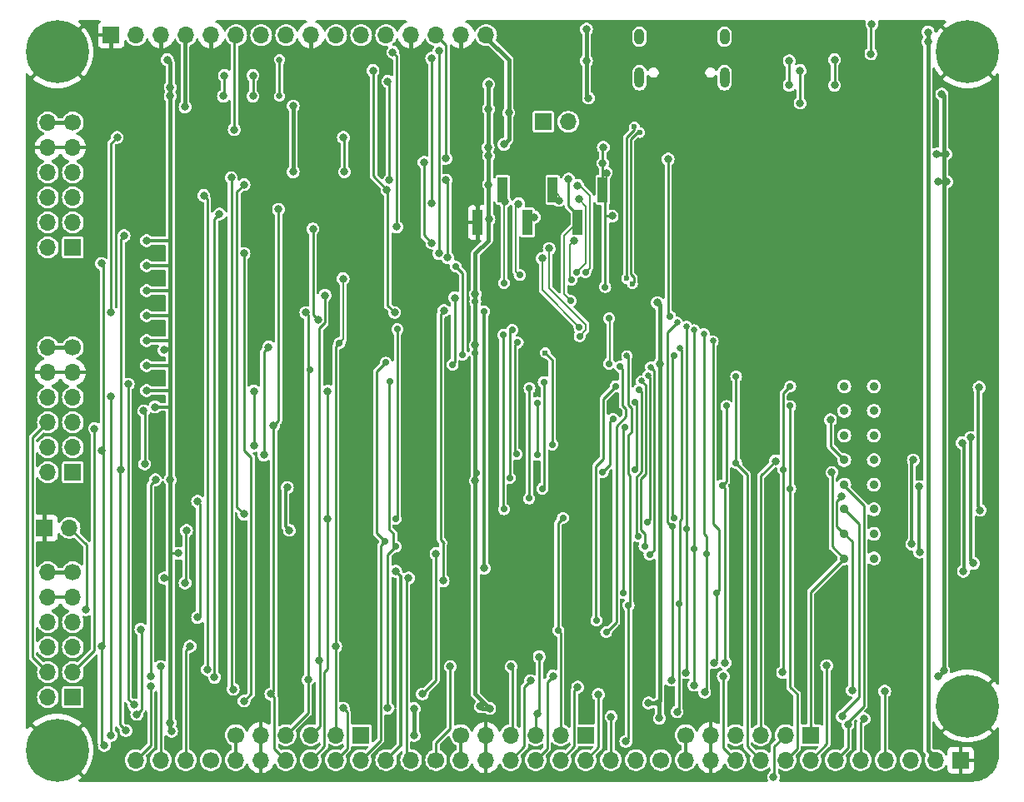
<source format=gbr>
%TF.GenerationSoftware,KiCad,Pcbnew,8.0.7-8.0.7-0~ubuntu22.04.1*%
%TF.CreationDate,2024-12-10T15:43:45-05:00*%
%TF.ProjectId,tinytapeout-demo,74696e79-7461-4706-956f-75742d64656d,2.1.0*%
%TF.SameCoordinates,PX38be5e0PY7d687e0*%
%TF.FileFunction,Copper,L4,Bot*%
%TF.FilePolarity,Positive*%
%FSLAX46Y46*%
G04 Gerber Fmt 4.6, Leading zero omitted, Abs format (unit mm)*
G04 Created by KiCad (PCBNEW 8.0.7-8.0.7-0~ubuntu22.04.1) date 2024-12-10 15:43:45*
%MOMM*%
%LPD*%
G01*
G04 APERTURE LIST*
%TA.AperFunction,ComponentPad*%
%ADD10C,0.820000*%
%TD*%
%TA.AperFunction,ComponentPad*%
%ADD11C,0.900000*%
%TD*%
%TA.AperFunction,ComponentPad*%
%ADD12C,0.620000*%
%TD*%
%TA.AperFunction,ComponentPad*%
%ADD13C,6.400000*%
%TD*%
%TA.AperFunction,ComponentPad*%
%ADD14R,1.700000X1.700000*%
%TD*%
%TA.AperFunction,ComponentPad*%
%ADD15O,1.700000X1.700000*%
%TD*%
%TA.AperFunction,ComponentPad*%
%ADD16C,1.700000*%
%TD*%
%TA.AperFunction,ComponentPad*%
%ADD17O,1.000000X2.100000*%
%TD*%
%TA.AperFunction,ComponentPad*%
%ADD18O,1.000000X1.600000*%
%TD*%
%TA.AperFunction,SMDPad,CuDef*%
%ADD19R,1.000000X2.510000*%
%TD*%
%TA.AperFunction,ViaPad*%
%ADD20C,0.800000*%
%TD*%
%TA.AperFunction,ViaPad*%
%ADD21C,0.700000*%
%TD*%
%TA.AperFunction,ViaPad*%
%ADD22C,0.620000*%
%TD*%
%TA.AperFunction,ViaPad*%
%ADD23C,0.650000*%
%TD*%
%TA.AperFunction,ViaPad*%
%ADD24C,0.600000*%
%TD*%
%TA.AperFunction,Conductor*%
%ADD25C,0.300000*%
%TD*%
%TA.AperFunction,Conductor*%
%ADD26C,0.400000*%
%TD*%
%TA.AperFunction,Conductor*%
%ADD27C,0.245000*%
%TD*%
%TA.AperFunction,Conductor*%
%ADD28C,0.250000*%
%TD*%
%TA.AperFunction,Conductor*%
%ADD29C,0.180000*%
%TD*%
%TA.AperFunction,Conductor*%
%ADD30C,0.200000*%
%TD*%
%TA.AperFunction,Conductor*%
%ADD31C,0.230000*%
%TD*%
G04 APERTURE END LIST*
D10*
%TO.P,STITCHB1,1*%
%TO.N,GND*%
X137100000Y-67300000D03*
%TD*%
D11*
%TO.P,JP7,1,A*%
%TO.N,uo_out6*%
X143000000Y-93500000D03*
%TO.P,JP7,2,B*%
%TO.N,Net-(JP7-B)*%
X146000000Y-93500000D03*
%TD*%
D10*
%TO.P,STITCHB1,1*%
%TO.N,GND*%
X129800000Y-85300000D03*
%TD*%
%TO.P,STITCHB1,1*%
%TO.N,GND*%
X68600000Y-128400000D03*
%TD*%
D12*
%TO.P,STITCHP3,1*%
%TO.N,GND*%
X134600000Y-130700000D03*
%TD*%
D10*
%TO.P,STITCHB1,1*%
%TO.N,GND*%
X96800000Y-125000000D03*
%TD*%
D11*
%TO.P,JP1,1,A*%
%TO.N,uo_out0*%
X143000000Y-108500000D03*
%TO.P,JP1,2,B*%
%TO.N,Net-(JP1-B)*%
X146000000Y-108500000D03*
%TD*%
D13*
%TO.P,MT3,1,1*%
%TO.N,GND*%
X63000000Y-57000000D03*
%TD*%
D10*
%TO.P,STITCHB1,1*%
%TO.N,GND*%
X75500000Y-63700000D03*
%TD*%
%TO.P,STITCHB1,1*%
%TO.N,GND*%
X71400000Y-90100000D03*
%TD*%
%TO.P,STITCHB5,1*%
%TO.N,GND*%
X119900000Y-74700000D03*
%TD*%
%TO.P,STITCHB4,1*%
%TO.N,GND*%
X119900000Y-77900000D03*
%TD*%
%TO.P,STITCHB1,1*%
%TO.N,GND*%
X122100000Y-113700000D03*
%TD*%
%TO.P,STITCHB1,1*%
%TO.N,GND*%
X80000000Y-122500000D03*
%TD*%
%TO.P,STITCHB35,1*%
%TO.N,GND*%
X60300000Y-93600000D03*
%TD*%
D14*
%TO.P,J13,1,IO1*%
%TO.N,ui_in0*%
X64600000Y-99740000D03*
D15*
%TO.P,J13,2,IO2*%
%TO.N,ui_in2*%
X64600000Y-97200000D03*
%TO.P,J13,3,IO3*%
%TO.N,uo_out3*%
X64600000Y-94660000D03*
%TO.P,J13,4,IO4*%
%TO.N,ui_in1*%
X64600000Y-92120000D03*
%TO.P,J13,5,GND*%
%TO.N,GND*%
X64600000Y-89580000D03*
D16*
%TO.P,J13,6,VCC*%
%TO.N,+3V3*%
X64600000Y-87040000D03*
D15*
%TO.P,J13,7,IO5*%
%TO.N,ui_in4*%
X62060000Y-99740000D03*
%TO.P,J13,8,IO6*%
%TO.N,ui_in6*%
X62060000Y-97200000D03*
%TO.P,J13,9,IO7*%
%TO.N,uo_out7*%
X62060000Y-94660000D03*
%TO.P,J13,10,IO8*%
%TO.N,ui_in5*%
X62060000Y-92120000D03*
%TO.P,J13,11,GND*%
%TO.N,GND*%
X62060000Y-89580000D03*
%TO.P,J13,12,VCC*%
%TO.N,+3V3*%
X62060000Y-87040000D03*
%TD*%
D10*
%TO.P,STITCHB1,1*%
%TO.N,GND*%
X136000000Y-121300000D03*
%TD*%
%TO.P,STITCHB1,1*%
%TO.N,GND*%
X154200000Y-102500000D03*
%TD*%
%TO.P,STITCHB1,1*%
%TO.N,GND*%
X127100000Y-64900000D03*
%TD*%
%TO.P,STITCHB31,1*%
%TO.N,GND*%
X60300000Y-73020000D03*
%TD*%
D12*
%TO.P,STITCHP3,1*%
%TO.N,GND*%
X122300000Y-79800000D03*
%TD*%
D10*
%TO.P,STITCHB29,1*%
%TO.N,GND*%
X60300000Y-67940000D03*
%TD*%
%TO.P,STITCHB1,1*%
%TO.N,GND*%
X120500000Y-130700000D03*
%TD*%
%TO.P,STITCHB1,1*%
%TO.N,GND*%
X88100000Y-58000000D03*
%TD*%
%TO.P,STITCHB1,1*%
%TO.N,GND*%
X72300000Y-130700000D03*
%TD*%
%TO.P,STITCHB7,1*%
%TO.N,GND*%
X127700000Y-58100000D03*
%TD*%
%TO.P,STITCHB27,1*%
%TO.N,GND*%
X60300000Y-65400000D03*
%TD*%
%TO.P,STITCHB1,1*%
%TO.N,GND*%
X68200000Y-60600000D03*
%TD*%
%TO.P,STITCHB12,1*%
%TO.N,GND*%
X142900000Y-85100000D03*
%TD*%
%TO.P,STITCHB1,1*%
%TO.N,GND*%
X94100000Y-124600000D03*
%TD*%
%TO.P,STITCHB7,1*%
%TO.N,GND*%
X119900000Y-66700000D03*
%TD*%
%TO.P,STITCHB11,1*%
%TO.N,GND*%
X142900000Y-82560000D03*
%TD*%
%TO.P,STITCHB1,1*%
%TO.N,GND*%
X147400000Y-92300000D03*
%TD*%
D16*
%TO.P,J2,1,Pin_1*%
%TO.N,ui_in0*%
X78620000Y-129000000D03*
D15*
%TO.P,J2,2,Pin_2*%
%TO.N,ui_in1*%
X76080000Y-129000000D03*
%TO.P,J2,3,Pin_3*%
%TO.N,ui_in2*%
X73540000Y-129000000D03*
%TO.P,J2,4,Pin_4*%
%TO.N,ui_in3*%
X71000000Y-129000000D03*
%TD*%
D10*
%TO.P,STITCHB1,1*%
%TO.N,GND*%
X75700000Y-92700000D03*
%TD*%
%TO.P,STITCHB1,1*%
%TO.N,GND*%
X81900000Y-69200000D03*
%TD*%
%TO.P,STITCHB1,1*%
%TO.N,GND*%
X123100000Y-130700000D03*
%TD*%
%TO.P,STITCHB1,1*%
%TO.N,GND*%
X108400000Y-124200000D03*
%TD*%
%TO.P,STITCHB1,1*%
%TO.N,GND*%
X142900000Y-72400000D03*
%TD*%
%TO.P,STITCHB1,1*%
%TO.N,GND*%
X150400000Y-66400000D03*
%TD*%
%TO.P,STITCHB1,1*%
%TO.N,GND*%
X154300000Y-66400000D03*
%TD*%
%TO.P,STITCHB1,1*%
%TO.N,GND*%
X113100000Y-118800000D03*
%TD*%
%TO.P,STITCHB1,1*%
%TO.N,GND*%
X84100000Y-60600000D03*
%TD*%
%TO.P,STITCHB1,1*%
%TO.N,GND*%
X150400000Y-119200000D03*
%TD*%
%TO.P,STITCHB1,1*%
%TO.N,GND*%
X108400000Y-121000000D03*
%TD*%
D12*
%TO.P,STITCHP3,1*%
%TO.N,GND*%
X117150000Y-86500000D03*
%TD*%
D10*
%TO.P,STITCHB19,1*%
%TO.N,GND*%
X158200000Y-86400000D03*
%TD*%
D12*
%TO.P,STITCHP3,1*%
%TO.N,GND*%
X108100000Y-67400000D03*
%TD*%
D10*
%TO.P,STITCHB1,1*%
%TO.N,GND*%
X150400000Y-71400000D03*
%TD*%
%TO.P,STITCHB7,1*%
%TO.N,GND*%
X125100000Y-55100000D03*
%TD*%
%TO.P,STITCHB1,1*%
%TO.N,GND*%
X88100000Y-63700000D03*
%TD*%
D12*
%TO.P,STITCHP3,1*%
%TO.N,GND*%
X110400000Y-90300000D03*
%TD*%
%TO.P,STITCHP3,1*%
%TO.N,GND*%
X118500000Y-87800000D03*
%TD*%
D10*
%TO.P,STITCHB1,1*%
%TO.N,GND*%
X92900000Y-130700000D03*
%TD*%
D12*
%TO.P,STITCHP3,1*%
%TO.N,GND*%
X119850000Y-86500000D03*
%TD*%
D10*
%TO.P,STITCHB1,1*%
%TO.N,GND*%
X70800000Y-78500000D03*
%TD*%
%TO.P,STITCHB18,1*%
%TO.N,GND*%
X158200000Y-81400000D03*
%TD*%
%TO.P,STITCHB1,1*%
%TO.N,GND*%
X97700000Y-130700000D03*
%TD*%
%TO.P,STITCHB1,1*%
%TO.N,GND*%
X73400000Y-60400000D03*
%TD*%
D11*
%TO.P,JP3,1,A*%
%TO.N,uo_out2*%
X143000000Y-103500000D03*
%TO.P,JP3,2,B*%
%TO.N,Net-(JP3-B)*%
X146000000Y-103500000D03*
%TD*%
%TO.P,JP8,1,A*%
%TO.N,uo_out7*%
X143000000Y-91000000D03*
%TO.P,JP8,2,B*%
%TO.N,Net-(JP8-B)*%
X146000000Y-91000000D03*
%TD*%
D16*
%TO.P,J8,1,Pin_1*%
%TO.N,uio0*%
X124355000Y-129000000D03*
D15*
%TO.P,J8,2,Pin_2*%
%TO.N,uio1*%
X121815000Y-129000000D03*
%TO.P,J8,3,Pin_3*%
%TO.N,uio2*%
X119275000Y-129000000D03*
%TD*%
D10*
%TO.P,STITCHB1,1*%
%TO.N,GND*%
X131700000Y-103800000D03*
%TD*%
D14*
%TO.P,J12,1,IO1*%
%TO.N,uo_out4*%
X64600000Y-122600000D03*
D15*
%TO.P,J12,2,IO2*%
%TO.N,uo_out3*%
X64600000Y-120060000D03*
%TO.P,J12,3,IO3*%
%TO.N,ui_in2*%
X64600000Y-117520000D03*
%TO.P,J12,4,IO4*%
%TO.N,uo_out5*%
X64600000Y-114980000D03*
%TO.P,J12,5,GND*%
%TO.N,GND*%
X64600000Y-112440000D03*
D16*
%TO.P,J12,6,VCC*%
%TO.N,+3V3*%
X64600000Y-109900000D03*
D15*
%TO.P,J12,7,IO5*%
%TO.N,uio0*%
X62060000Y-122600000D03*
%TO.P,J12,8,IO6*%
%TO.N,uo_out7*%
X62060000Y-120060000D03*
%TO.P,J12,9,IO7*%
%TO.N,uio2*%
X62060000Y-117520000D03*
%TO.P,J12,10,IO8*%
%TO.N,uio1*%
X62060000Y-114980000D03*
%TO.P,J12,11,GND*%
%TO.N,GND*%
X62060000Y-112440000D03*
%TO.P,J12,12,VCC*%
%TO.N,+3V3*%
X62060000Y-109900000D03*
%TD*%
D10*
%TO.P,STITCHB1,1*%
%TO.N,GND*%
X100000000Y-117200000D03*
%TD*%
D12*
%TO.P,STITCHP3,1*%
%TO.N,GND*%
X71300000Y-114100000D03*
%TD*%
D10*
%TO.P,STITCHB1,1*%
%TO.N,GND*%
X76400000Y-104100000D03*
%TD*%
D12*
%TO.P,STITCHP3,1*%
%TO.N,GND*%
X118500000Y-85200000D03*
%TD*%
D10*
%TO.P,STITCHB1,1*%
%TO.N,GND*%
X114200000Y-96400000D03*
%TD*%
%TO.P,STITCHB1,1*%
%TO.N,GND*%
X77300000Y-130700000D03*
%TD*%
%TO.P,STITCHB16,1*%
%TO.N,GND*%
X158200000Y-71400000D03*
%TD*%
%TO.P,STITCHB1,1*%
%TO.N,GND*%
X107500000Y-109000000D03*
%TD*%
D17*
%TO.P,J20,S1,SHIELD*%
%TO.N,Net-(J20-SHIELD)*%
X130820000Y-59630000D03*
D18*
X130820000Y-55450000D03*
D17*
X122180000Y-59630000D03*
D18*
X122180000Y-55450000D03*
%TD*%
D10*
%TO.P,STITCHB1,1*%
%TO.N,GND*%
X96400000Y-58700000D03*
%TD*%
%TO.P,STITCHB1,1*%
%TO.N,GND*%
X127700000Y-84100000D03*
%TD*%
%TO.P,STITCHB1,1*%
%TO.N,GND*%
X115400000Y-130700000D03*
%TD*%
%TO.P,STITCHB1,1*%
%TO.N,GND*%
X102700000Y-130700000D03*
%TD*%
%TO.P,STITCHB1,1*%
%TO.N,GND*%
X104200000Y-119000000D03*
%TD*%
%TO.P,STITCHB32,1*%
%TO.N,GND*%
X60300000Y-75560000D03*
%TD*%
D14*
%TO.P,J3,1,IO1*%
%TO.N,ui_in0*%
X93855000Y-126455000D03*
D15*
%TO.P,J3,2,IO2*%
%TO.N,ui_in1*%
X91315000Y-126455000D03*
%TO.P,J3,3,IO3*%
%TO.N,ui_in2*%
X88775000Y-126455000D03*
%TO.P,J3,4,IO4*%
%TO.N,ui_in3*%
X86235000Y-126455000D03*
%TO.P,J3,5,GND*%
%TO.N,GND*%
X83695000Y-126455000D03*
D16*
%TO.P,J3,6,VCC*%
%TO.N,+3V3*%
X81155000Y-126455000D03*
D15*
%TO.P,J3,7,IO5*%
%TO.N,ui_in4*%
X93855000Y-128995000D03*
%TO.P,J3,8,IO6*%
%TO.N,ui_in5*%
X91315000Y-128995000D03*
%TO.P,J3,9,IO7*%
%TO.N,ui_in6*%
X88775000Y-128995000D03*
%TO.P,J3,10,IO8*%
%TO.N,ui_in7*%
X86235000Y-128995000D03*
%TO.P,J3,11,GND*%
%TO.N,GND*%
X83695000Y-128995000D03*
%TO.P,J3,12,VCC*%
%TO.N,+3V3*%
X81155000Y-128995000D03*
%TD*%
D10*
%TO.P,STITCHB1,1*%
%TO.N,GND*%
X73500000Y-111700000D03*
%TD*%
%TO.P,STITCHB1,1*%
%TO.N,GND*%
X147400000Y-107200000D03*
%TD*%
D12*
%TO.P,STITCHP3,1*%
%TO.N,GND*%
X61200000Y-98500000D03*
%TD*%
D10*
%TO.P,STITCHB1,1*%
%TO.N,GND*%
X112900000Y-130700000D03*
%TD*%
%TO.P,STITCHB15,1*%
%TO.N,GND*%
X158200000Y-66400000D03*
%TD*%
%TO.P,STITCHB1,1*%
%TO.N,GND*%
X70800000Y-86200000D03*
%TD*%
%TO.P,STITCHB30,1*%
%TO.N,GND*%
X60300000Y-70480000D03*
%TD*%
D13*
%TO.P,MT4,1,1*%
%TO.N,GND*%
X155500000Y-57000000D03*
%TD*%
D10*
%TO.P,STITCHB1,1*%
%TO.N,GND*%
X107500000Y-97600000D03*
%TD*%
%TO.P,STITCHB1,1*%
%TO.N,GND*%
X77000000Y-120100000D03*
%TD*%
%TO.P,STITCHB17,1*%
%TO.N,GND*%
X158200000Y-76400000D03*
%TD*%
D13*
%TO.P,MT2,1,1*%
%TO.N,GND*%
X155500000Y-123500000D03*
%TD*%
D10*
%TO.P,STITCHB1,1*%
%TO.N,GND*%
X156200000Y-110500000D03*
%TD*%
%TO.P,STITCHB1,1*%
%TO.N,GND*%
X122100000Y-118700000D03*
%TD*%
%TO.P,STITCHB1,1*%
%TO.N,GND*%
X105200000Y-60400000D03*
%TD*%
D14*
%TO.P,J5,1,IO1*%
%TO.N,uio0*%
X116715000Y-126455000D03*
D15*
%TO.P,J5,2,IO2*%
%TO.N,uio1*%
X114175000Y-126455000D03*
%TO.P,J5,3,IO3*%
%TO.N,uio2*%
X111635000Y-126455000D03*
%TO.P,J5,4,IO4*%
%TO.N,uio3*%
X109095000Y-126455000D03*
%TO.P,J5,5,GND*%
%TO.N,GND*%
X106555000Y-126455000D03*
D16*
%TO.P,J5,6,VCC*%
%TO.N,+3V3*%
X104015000Y-126455000D03*
D15*
%TO.P,J5,7,IO5*%
%TO.N,uio4*%
X116715000Y-128995000D03*
%TO.P,J5,8,IO6*%
%TO.N,uio5*%
X114175000Y-128995000D03*
%TO.P,J5,9,IO7*%
%TO.N,uio6*%
X111635000Y-128995000D03*
%TO.P,J5,10,IO8*%
%TO.N,uio7*%
X109095000Y-128995000D03*
%TO.P,J5,11,GND*%
%TO.N,GND*%
X106555000Y-128995000D03*
%TO.P,J5,12,VCC*%
%TO.N,+3V3*%
X104015000Y-128995000D03*
%TD*%
D10*
%TO.P,STITCHB13,1*%
%TO.N,GND*%
X142900000Y-87640000D03*
%TD*%
D11*
%TO.P,JP2,1,A*%
%TO.N,uo_out1*%
X143000000Y-106000000D03*
%TO.P,JP2,2,B*%
%TO.N,Net-(JP2-B)*%
X146000000Y-106000000D03*
%TD*%
D10*
%TO.P,STITCHB10,1*%
%TO.N,GND*%
X142900000Y-80020000D03*
%TD*%
%TO.P,STITCHB1,1*%
%TO.N,GND*%
X71600000Y-125400000D03*
%TD*%
%TO.P,STITCHB1,1*%
%TO.N,GND*%
X117900000Y-130700000D03*
%TD*%
%TO.P,STITCHB1,1*%
%TO.N,GND*%
X111200000Y-79100000D03*
%TD*%
%TO.P,STITCHB1,1*%
%TO.N,GND*%
X92800000Y-58100000D03*
%TD*%
%TO.P,STITCHB23,1*%
%TO.N,GND*%
X158200000Y-106400000D03*
%TD*%
%TO.P,STITCHB1,1*%
%TO.N,GND*%
X90300000Y-80100000D03*
%TD*%
%TO.P,STITCHB1,1*%
%TO.N,GND*%
X87300000Y-99700000D03*
%TD*%
%TO.P,STITCHB22,1*%
%TO.N,GND*%
X158200000Y-101400000D03*
%TD*%
%TO.P,STITCHB33,1*%
%TO.N,GND*%
X60300000Y-78100000D03*
%TD*%
%TO.P,STITCHB1,1*%
%TO.N,GND*%
X107500000Y-81000000D03*
%TD*%
%TO.P,STITCHB1,1*%
%TO.N,GND*%
X126300000Y-68400000D03*
%TD*%
D12*
%TO.P,STITCHP3,1*%
%TO.N,GND*%
X76000000Y-114100000D03*
%TD*%
D10*
%TO.P,STITCHB1,1*%
%TO.N,GND*%
X83800000Y-101600000D03*
%TD*%
D14*
%TO.P,J10,1,Pin_1*%
%TO.N,GND*%
X61725000Y-105395000D03*
D15*
%TO.P,J10,2,Pin_2*%
%TO.N,/RP2040/RUN*%
X64265000Y-105395000D03*
%TD*%
D10*
%TO.P,STITCHB24,1*%
%TO.N,GND*%
X158200000Y-111400000D03*
%TD*%
D16*
%TO.P,J17,1,Pin_1*%
%TO.N,uio3*%
X101510000Y-129000000D03*
D15*
%TO.P,J17,2,Pin_2*%
%TO.N,~{project_rst}*%
X98970000Y-129000000D03*
%TO.P,J17,3,Pin_3*%
%TO.N,project_clk*%
X96430000Y-129000000D03*
%TD*%
D14*
%TO.P,J9,1,Pin_1*%
%TO.N,GND*%
X68500000Y-55300000D03*
D15*
%TO.P,J9,2,Pin_2*%
%TO.N,+3V3*%
X71040000Y-55300000D03*
%TO.P,J9,3,Pin_3*%
%TO.N,GND*%
X73580000Y-55300000D03*
%TO.P,J9,4,Pin_4*%
%TO.N,+1V8*%
X76120000Y-55300000D03*
%TO.P,J9,5,Pin_5*%
%TO.N,GND*%
X78660000Y-55300000D03*
%TO.P,J9,6,Pin_6*%
%TO.N,ctrl_ena*%
X81200000Y-55300000D03*
%TO.P,J9,7,Pin_7*%
%TO.N,~{ctrl_sel_rst}*%
X83740000Y-55300000D03*
%TO.P,J9,8,Pin_8*%
%TO.N,ctrl_sel_inc*%
X86280000Y-55300000D03*
%TO.P,J9,9,Pin_9*%
%TO.N,GND*%
X88820000Y-55300000D03*
%TO.P,J9,10,Pin_10*%
%TO.N,res1*%
X91360000Y-55300000D03*
%TO.P,J9,11,Pin_11*%
%TO.N,res2*%
X93900000Y-55300000D03*
%TO.P,J9,12,Pin_12*%
%TO.N,res3*%
X96440000Y-55300000D03*
%TO.P,J9,13,Pin_13*%
%TO.N,GND*%
X98980000Y-55300000D03*
%TO.P,J9,14,Pin_14*%
%TO.N,RPIO29*%
X101520000Y-55300000D03*
%TO.P,J9,15,Pin_15*%
%TO.N,GND*%
X104060000Y-55300000D03*
%TO.P,J9,16,Pin_16*%
%TO.N,+5V*%
X106600000Y-55300000D03*
%TD*%
D10*
%TO.P,STITCHB1,1*%
%TO.N,GND*%
X154000000Y-119200000D03*
%TD*%
%TO.P,STITCHB1,1*%
%TO.N,GND*%
X75700000Y-82600000D03*
%TD*%
%TO.P,STITCHB1,1*%
%TO.N,GND*%
X154300000Y-71400000D03*
%TD*%
%TO.P,STITCHB1,1*%
%TO.N,GND*%
X86000000Y-97800000D03*
%TD*%
D12*
%TO.P,STITCHP3,1*%
%TO.N,GND*%
X70900000Y-119800000D03*
%TD*%
D10*
%TO.P,STITCHB1,1*%
%TO.N,GND*%
X68200000Y-62900000D03*
%TD*%
%TO.P,STITCHB20,1*%
%TO.N,GND*%
X158200000Y-91400000D03*
%TD*%
%TO.P,STITCHB8,1*%
%TO.N,GND*%
X142900000Y-74940000D03*
%TD*%
%TO.P,STITCHB1,1*%
%TO.N,GND*%
X90900000Y-85400000D03*
%TD*%
%TO.P,STITCHB14,1*%
%TO.N,GND*%
X158200000Y-61400000D03*
%TD*%
%TO.P,STITCHB1,1*%
%TO.N,GND*%
X148400000Y-130700000D03*
%TD*%
%TO.P,STITCHB3,1*%
%TO.N,GND*%
X122500000Y-76900000D03*
%TD*%
%TO.P,STITCHB1,1*%
%TO.N,GND*%
X147400000Y-89600000D03*
%TD*%
D12*
%TO.P,STITCHP3,1*%
%TO.N,GND*%
X110100000Y-102900000D03*
%TD*%
D11*
%TO.P,JP5,1,A*%
%TO.N,uo_out4*%
X143000000Y-98500000D03*
%TO.P,JP5,2,B*%
%TO.N,Net-(JP5-B)*%
X146000000Y-98500000D03*
%TD*%
D10*
%TO.P,STITCHB7,1*%
%TO.N,GND*%
X125100000Y-58100000D03*
%TD*%
%TO.P,STITCHB1,1*%
%TO.N,GND*%
X122100000Y-108900000D03*
%TD*%
%TO.P,STITCHB1,1*%
%TO.N,GND*%
X147400000Y-99700000D03*
%TD*%
D12*
%TO.P,STITCHP3,1*%
%TO.N,GND*%
X87400000Y-127700000D03*
%TD*%
D10*
%TO.P,STITCHB21,1*%
%TO.N,GND*%
X158200000Y-96400000D03*
%TD*%
%TO.P,STITCHB1,1*%
%TO.N,GND*%
X83000000Y-89000000D03*
%TD*%
%TO.P,STITCHB7,1*%
%TO.N,GND*%
X127700000Y-55100000D03*
%TD*%
D12*
%TO.P,STITCHP3,1*%
%TO.N,GND*%
X61200000Y-116200000D03*
%TD*%
D14*
%TO.P,J14,1,IO1*%
%TO.N,uio4*%
X64600000Y-76880000D03*
D15*
%TO.P,J14,2,IO2*%
%TO.N,uio6*%
X64600000Y-74340000D03*
%TO.P,J14,3,IO3*%
%TO.N,uio3*%
X64600000Y-71800000D03*
%TO.P,J14,4,IO4*%
%TO.N,uio5*%
X64600000Y-69260000D03*
%TO.P,J14,5,GND*%
%TO.N,GND*%
X64600000Y-66720000D03*
D16*
%TO.P,J14,6,VCC*%
%TO.N,+3V3*%
X64600000Y-64180000D03*
D15*
%TO.P,J14,7,IO5*%
%TO.N,ui_in2*%
X62060000Y-76880000D03*
%TO.P,J14,8,IO6*%
%TO.N,uo_out0*%
X62060000Y-74340000D03*
%TO.P,J14,9,IO7*%
%TO.N,ui_in7*%
X62060000Y-71800000D03*
%TO.P,J14,10,IO8*%
%TO.N,uo_out1*%
X62060000Y-69260000D03*
%TO.P,J14,11,GND*%
%TO.N,GND*%
X62060000Y-66720000D03*
%TO.P,J14,12,VCC*%
%TO.N,+3V3*%
X62060000Y-64180000D03*
%TD*%
D10*
%TO.P,STITCHB26,1*%
%TO.N,GND*%
X158100000Y-129000000D03*
%TD*%
%TO.P,STITCHB1,1*%
%TO.N,GND*%
X107500000Y-90400000D03*
%TD*%
%TO.P,STITCHB1,1*%
%TO.N,GND*%
X83100000Y-76700000D03*
%TD*%
%TO.P,STITCHB34,1*%
%TO.N,GND*%
X60300000Y-88100000D03*
%TD*%
%TO.P,STITCHB1,1*%
%TO.N,GND*%
X142400000Y-121300000D03*
%TD*%
%TO.P,STITCHB1,1*%
%TO.N,GND*%
X78000000Y-60600000D03*
%TD*%
%TO.P,STITCHB1,1*%
%TO.N,GND*%
X66400000Y-125300000D03*
%TD*%
D11*
%TO.P,JP6,1,A*%
%TO.N,uo_out5*%
X143000000Y-96000000D03*
%TO.P,JP6,2,B*%
%TO.N,Net-(JP6-B)*%
X146000000Y-96000000D03*
%TD*%
D10*
%TO.P,STITCHB9,1*%
%TO.N,GND*%
X142900000Y-77480000D03*
%TD*%
D12*
%TO.P,STITCHP3,1*%
%TO.N,GND*%
X92100000Y-118900000D03*
%TD*%
D10*
%TO.P,STITCHB1,1*%
%TO.N,GND*%
X122500000Y-68900000D03*
%TD*%
D14*
%TO.P,J1,1,Pin_1*%
%TO.N,GND*%
X154810000Y-129000000D03*
D15*
%TO.P,J1,2,Pin_2*%
%TO.N,+5V*%
X152270000Y-129000000D03*
%TO.P,J1,3,Pin_3*%
%TO.N,uo_out0*%
X149730000Y-129000000D03*
%TO.P,J1,4,Pin_4*%
%TO.N,uo_out1*%
X147190000Y-129000000D03*
%TO.P,J1,5,Pin_5*%
%TO.N,uo_out2*%
X144650000Y-129000000D03*
%TO.P,J1,6,Pin_6*%
%TO.N,uo_out3*%
X142110000Y-129000000D03*
%TD*%
D10*
%TO.P,STITCHB1,1*%
%TO.N,GND*%
X113700000Y-76100000D03*
%TD*%
%TO.P,STITCHB1,1*%
%TO.N,GND*%
X146100000Y-125500000D03*
%TD*%
%TO.P,STITCHB1,1*%
%TO.N,GND*%
X131900000Y-121300000D03*
%TD*%
D14*
%TO.P,J19,1,Pin_1*%
%TO.N,+1V8*%
X112425000Y-64100000D03*
D15*
%TO.P,J19,2,Pin_2*%
%TO.N,/1v8A*%
X114965000Y-64100000D03*
%TD*%
D10*
%TO.P,STITCHB1,1*%
%TO.N,GND*%
X147400000Y-104700000D03*
%TD*%
%TO.P,STITCHB1,1*%
%TO.N,GND*%
X107400000Y-100500000D03*
%TD*%
%TO.P,STITCHB1,1*%
%TO.N,GND*%
X71400000Y-100200000D03*
%TD*%
%TO.P,STITCHB1,1*%
%TO.N,GND*%
X107500000Y-86700000D03*
%TD*%
%TO.P,STITCHB6,1*%
%TO.N,GND*%
X119900000Y-69900000D03*
%TD*%
D12*
%TO.P,STITCHP3,1*%
%TO.N,GND*%
X97300000Y-108700000D03*
%TD*%
D14*
%TO.P,J6,1,IO1*%
%TO.N,uo_out0*%
X139575000Y-126455000D03*
D15*
%TO.P,J6,2,IO2*%
%TO.N,uo_out1*%
X137035000Y-126455000D03*
%TO.P,J6,3,IO3*%
%TO.N,uo_out2*%
X134495000Y-126455000D03*
%TO.P,J6,4,IO4*%
%TO.N,uo_out3*%
X131955000Y-126455000D03*
%TO.P,J6,5,GND*%
%TO.N,GND*%
X129415000Y-126455000D03*
D16*
%TO.P,J6,6,VCC*%
%TO.N,+3V3*%
X126875000Y-126455000D03*
D15*
%TO.P,J6,7,IO5*%
%TO.N,uo_out4*%
X139575000Y-128995000D03*
%TO.P,J6,8,IO6*%
%TO.N,uo_out5*%
X137035000Y-128995000D03*
%TO.P,J6,9,IO7*%
%TO.N,uo_out6*%
X134495000Y-128995000D03*
%TO.P,J6,10,IO8*%
%TO.N,uo_out7*%
X131955000Y-128995000D03*
%TO.P,J6,11,GND*%
%TO.N,GND*%
X129415000Y-128995000D03*
%TO.P,J6,12,VCC*%
%TO.N,+3V3*%
X126875000Y-128995000D03*
%TD*%
D11*
%TO.P,JP4,1,A*%
%TO.N,uo_out3*%
X143000000Y-101000000D03*
%TO.P,JP4,2,B*%
%TO.N,Net-(JP4-B)*%
X146000000Y-101000000D03*
%TD*%
D12*
%TO.P,STITCHP3,1*%
%TO.N,GND*%
X110200000Y-95600000D03*
%TD*%
%TO.P,STITCHP3,1*%
%TO.N,GND*%
X61200000Y-108300000D03*
%TD*%
D10*
%TO.P,STITCHB1,1*%
%TO.N,GND*%
X73400000Y-68700000D03*
%TD*%
%TO.P,STITCHB1,1*%
%TO.N,GND*%
X79500000Y-71700000D03*
%TD*%
%TO.P,STITCHB1,1*%
%TO.N,GND*%
X60500000Y-121500000D03*
%TD*%
%TO.P,STITCHB1,1*%
%TO.N,GND*%
X103800000Y-75500000D03*
%TD*%
%TO.P,STITCHB1,1*%
%TO.N,GND*%
X147400000Y-94700000D03*
%TD*%
%TO.P,STITCHB1,1*%
%TO.N,GND*%
X87200000Y-73100000D03*
%TD*%
%TO.P,STITCHB1,1*%
%TO.N,GND*%
X66400000Y-122500000D03*
%TD*%
%TO.P,STITCHB1,1*%
%TO.N,GND*%
X147400000Y-102200000D03*
%TD*%
%TO.P,STITCHB1,1*%
%TO.N,GND*%
X147100000Y-120800000D03*
%TD*%
%TO.P,STITCHB1,1*%
%TO.N,GND*%
X147400000Y-109600000D03*
%TD*%
%TO.P,STITCHB1,1*%
%TO.N,GND*%
X74800000Y-130700000D03*
%TD*%
D13*
%TO.P,MT1,1,1*%
%TO.N,GND*%
X63000000Y-128000000D03*
%TD*%
D10*
%TO.P,STITCHB1,1*%
%TO.N,GND*%
X147400000Y-97200000D03*
%TD*%
%TO.P,STITCHB1,1*%
%TO.N,GND*%
X75700000Y-87800000D03*
%TD*%
%TO.P,STITCHB25,1*%
%TO.N,GND*%
X158200000Y-116400000D03*
%TD*%
%TO.P,STITCHB1,1*%
%TO.N,GND*%
X131100000Y-91900000D03*
%TD*%
%TO.P,STITCHB1,1*%
%TO.N,GND*%
X110300000Y-130700000D03*
%TD*%
%TO.P,STITCHB1,1*%
%TO.N,GND*%
X86400000Y-124600000D03*
%TD*%
%TO.P,STITCHB1,1*%
%TO.N,GND*%
X107500000Y-95300000D03*
%TD*%
%TO.P,STITCHB2,1*%
%TO.N,GND*%
X122500000Y-72900000D03*
%TD*%
D19*
%TO.P,J11,1,Pin_1*%
%TO.N,+3V3*%
X118450000Y-71025000D03*
%TO.P,J11,2,Pin_2*%
%TO.N,boot_mode*%
X115910000Y-74335000D03*
%TO.P,J11,3,Pin_3*%
%TO.N,/RP2040/QSPI_CLK*%
X113370000Y-71025000D03*
%TO.P,J11,4,Pin_4*%
%TO.N,/RP2040/QSPI_SD0*%
X110830000Y-74335000D03*
%TO.P,J11,5,Pin_5*%
%TO.N,/RP2040/QSPI_SD1*%
X108290000Y-71025000D03*
%TO.P,J11,6,Pin_6*%
%TO.N,GND*%
X105750000Y-74335000D03*
%TD*%
D20*
%TO.N,GND*%
X92300000Y-92700000D03*
X122000000Y-126300000D03*
X104500000Y-94100000D03*
X132200000Y-70000000D03*
D21*
X117180002Y-96200000D03*
X117200000Y-88800000D03*
D20*
X97600000Y-80000000D03*
D21*
X111200000Y-81900000D03*
D20*
X142000000Y-115500000D03*
X104400000Y-99752500D03*
D21*
X114700000Y-94500000D03*
D20*
X104600000Y-92100000D03*
X139500000Y-101520002D03*
D21*
X128193311Y-62707387D03*
D20*
X94400000Y-66100000D03*
X134500000Y-94000000D03*
X114451261Y-54883120D03*
X100329621Y-124382500D03*
D21*
X118000000Y-88800000D03*
D20*
X105700000Y-72400000D03*
X102422500Y-113170000D03*
D21*
X123600000Y-62600000D03*
D20*
X112800000Y-58600000D03*
D21*
X132800000Y-62000000D03*
D20*
X77500000Y-124152500D03*
X137100000Y-87450000D03*
X110879673Y-57014723D03*
X154100000Y-92100000D03*
X137100000Y-84950000D03*
X90200000Y-70600000D03*
X136000000Y-103500000D03*
D21*
X114700000Y-93000000D03*
X129500000Y-63600000D03*
D20*
X121499990Y-61200000D03*
X112800000Y-54850000D03*
X114536494Y-60615023D03*
D21*
X130500000Y-88700000D03*
D20*
X132000000Y-115500000D03*
X120300000Y-61500000D03*
X92277500Y-102930000D03*
D21*
X116300000Y-88800000D03*
D20*
X92277500Y-100330000D03*
X139500000Y-109500000D03*
X78800000Y-124800000D03*
X154100000Y-97600000D03*
X92277500Y-107930000D03*
D22*
X110470238Y-87154962D03*
D20*
X115600000Y-69100000D03*
D21*
X120600000Y-64800000D03*
X126000000Y-83000000D03*
D20*
X103300000Y-64700000D03*
X130900000Y-62500000D03*
X137100000Y-74950000D03*
X137100000Y-82450000D03*
X131762500Y-87450000D03*
X140100000Y-65900000D03*
D21*
X132800000Y-64700000D03*
D20*
X112200000Y-66900000D03*
X118600000Y-61600000D03*
X92277500Y-105430000D03*
X122100000Y-61800000D03*
X137100000Y-72400000D03*
X137100000Y-79950000D03*
X101600000Y-80100000D03*
X107200000Y-102900000D03*
D21*
X122500000Y-63600000D03*
D20*
X104500000Y-97200000D03*
X139500000Y-96500000D03*
X111100000Y-65500000D03*
X132000000Y-110500000D03*
X101680492Y-124882500D03*
X92277500Y-113030000D03*
X96600000Y-85200000D03*
X103000000Y-105500000D03*
X125200000Y-126700000D03*
D21*
X120105242Y-93593893D03*
D20*
X92400000Y-72500000D03*
X132200000Y-67400000D03*
X154400000Y-107400000D03*
X104700000Y-63200000D03*
X104500000Y-91000000D03*
X137100000Y-77450000D03*
X92277500Y-97730000D03*
X99700000Y-88570000D03*
X131300000Y-61800000D03*
X117400000Y-63400000D03*
X104700000Y-66600000D03*
X92277500Y-95230000D03*
%TO.N,+5V*%
X108400000Y-66400000D03*
X145800000Y-54200000D03*
X151500000Y-55000000D03*
X117000000Y-61700000D03*
X151500000Y-56000000D03*
X116790292Y-57904097D03*
X108900000Y-63200000D03*
X116800000Y-54700000D03*
X145700000Y-57200000D03*
%TO.N,+3V3*%
X73900000Y-110500000D03*
D23*
X85600000Y-61500000D03*
D20*
X72100000Y-91440000D03*
X137400000Y-60400000D03*
X99300000Y-126499996D03*
X106800000Y-66700000D03*
X142000000Y-60400000D03*
X99281432Y-123752500D03*
X106880002Y-74000000D03*
D23*
X85600000Y-57800000D03*
D20*
X153400000Y-70200000D03*
X82900000Y-59399996D03*
X72100000Y-86360000D03*
X118500000Y-66700000D03*
X74500000Y-61500000D03*
X119400000Y-73700000D03*
X72950000Y-93100000D03*
X124235617Y-88725871D03*
X106000000Y-123552500D03*
X72100000Y-76200000D03*
D21*
X118700000Y-80900000D03*
D20*
X137400000Y-57900000D03*
X79900000Y-61500000D03*
X74500000Y-100500000D03*
D23*
X124000000Y-123230000D03*
D20*
X105500000Y-81600000D03*
X73869933Y-87321428D03*
X124000000Y-82500000D03*
X86400000Y-101300000D03*
X152500000Y-120500000D03*
D21*
X105500000Y-87600000D03*
D20*
X118450000Y-68300000D03*
X72100000Y-88900000D03*
X106954689Y-123751135D03*
D21*
X118450696Y-99702500D03*
D20*
X74200000Y-57800000D03*
X106855775Y-60292434D03*
X106842451Y-62814911D03*
X80000000Y-59400000D03*
X72100000Y-83820000D03*
X72100000Y-81280000D03*
D21*
X119500000Y-94300000D03*
D20*
X74500000Y-60600000D03*
X118800000Y-69300000D03*
X106842451Y-70500000D03*
X142000000Y-57800000D03*
X82900000Y-61500000D03*
X153300000Y-67400000D03*
X105500000Y-100600000D03*
X74632063Y-126067935D03*
X75319999Y-107976230D03*
X106842451Y-67600000D03*
X152500000Y-70200000D03*
X153100000Y-119900000D03*
X123100000Y-123200000D03*
X72100000Y-78740000D03*
D21*
X105500000Y-82400000D03*
D20*
X86600000Y-105645000D03*
X152900000Y-61300000D03*
D21*
X105600000Y-99800000D03*
D20*
X105500000Y-86800000D03*
X74500000Y-125200000D03*
X124200000Y-124752500D03*
X152400000Y-67400000D03*
%TO.N,~{project_rst}*%
X76159328Y-105670000D03*
X102317135Y-83305365D03*
X102222500Y-110777500D03*
X98722500Y-110500000D03*
X76000000Y-111000000D03*
%TO.N,+1V8*%
X87000000Y-69200000D03*
X87000000Y-62500000D03*
X76000000Y-62600000D03*
D21*
%TO.N,/RP2040/DVDD*%
X119100000Y-88700000D03*
X119100000Y-84100000D03*
D20*
%TO.N,project_clk*%
X106400000Y-109500000D03*
X97400008Y-109800000D03*
D21*
X106400000Y-83400000D03*
%TO.N,uio1*%
X125660617Y-104372500D03*
X113900000Y-115800000D03*
X114400000Y-104372500D03*
X125700000Y-87900000D03*
%TO.N,uio0*%
X121067500Y-113267500D03*
D20*
X71094328Y-124355707D03*
D23*
X120900000Y-87900000D03*
D20*
X71510885Y-115702500D03*
X120800000Y-127100000D03*
D21*
%TO.N,uio3*%
X130000000Y-112000000D03*
D23*
X129647500Y-86400000D03*
D20*
X102957597Y-119492362D03*
X129800000Y-119100000D03*
X78277500Y-119800000D03*
X109134617Y-119492362D03*
X77900000Y-71600000D03*
D23*
%TO.N,uio2*%
X126300000Y-87100000D03*
D21*
X126172500Y-113100398D03*
D20*
X111800000Y-124300000D03*
X126000000Y-124100000D03*
X119300000Y-124600000D03*
X112000000Y-118500000D03*
D21*
%TO.N,uio5*%
X127727500Y-107500000D03*
D23*
X127723527Y-85285450D03*
D20*
X80900000Y-121800000D03*
X127700000Y-121377500D03*
X80700000Y-69800000D03*
X115900000Y-121577500D03*
%TO.N,uio4*%
X82000000Y-77500000D03*
D21*
X128999998Y-108000000D03*
D20*
X118000000Y-122322500D03*
X82000000Y-123000000D03*
X128800000Y-122100000D03*
D23*
X128733689Y-85685000D03*
D20*
%TO.N,uio7*%
X125400000Y-120877500D03*
D23*
X126000002Y-84500000D03*
D21*
X125500000Y-105272503D03*
D20*
X111117096Y-120937362D03*
%TO.N,uio6*%
X79500000Y-73500000D03*
X126895000Y-120100000D03*
D21*
X127000000Y-105500000D03*
D20*
X79000000Y-120600000D03*
X113388922Y-120455000D03*
D23*
X126941715Y-84893349D03*
D20*
%TO.N,ui_in0*%
X69500000Y-99500000D03*
X70000000Y-126000000D03*
X69800000Y-75700000D03*
D21*
X104200000Y-87800000D03*
X103500000Y-78800000D03*
D20*
%TO.N,ui_in2*%
X67500000Y-117432500D03*
D21*
X103200000Y-88800000D03*
D20*
X67500000Y-97500000D03*
X103400000Y-82000000D03*
X73500000Y-119500000D03*
X67800000Y-127500000D03*
X67500000Y-78500000D03*
X89640505Y-118877500D03*
X90222500Y-81750000D03*
%TO.N,ui_in1*%
X91315000Y-117432500D03*
X68500000Y-92000000D03*
X76510885Y-117432500D03*
X92070002Y-80069998D03*
X68500000Y-126499998D03*
D21*
X91700000Y-86600000D03*
%TO.N,ui_in4*%
X122074508Y-106256020D03*
D20*
X84000000Y-98000000D03*
D21*
X96327500Y-106774398D03*
D20*
X84500000Y-87000000D03*
D21*
X122138961Y-91314900D03*
X96400000Y-88600000D03*
D20*
%TO.N,ui_in3*%
X88277500Y-83500000D03*
X72521301Y-121499776D03*
X88489115Y-120832500D03*
D21*
X88700531Y-89349471D03*
D23*
%TO.N,ui_in6*%
X123053961Y-89900000D03*
D20*
X90500000Y-91500000D03*
D21*
X97388449Y-104455000D03*
D20*
X83000000Y-91500000D03*
X83000000Y-97022500D03*
X90500000Y-104505000D03*
D21*
X123017500Y-104817500D03*
X97580003Y-85200000D03*
D20*
%TO.N,ui_in5*%
X70222500Y-90777500D03*
D21*
X122700000Y-107261604D03*
D20*
X96608602Y-123722500D03*
X70800000Y-123400000D03*
D23*
X122370813Y-90462460D03*
D21*
X96827500Y-90500000D03*
D20*
X92065965Y-123722500D03*
D21*
X97400000Y-107300000D03*
%TO.N,uo_out0*%
X109000000Y-100302500D03*
D20*
X141729603Y-99751373D03*
X89500000Y-84222500D03*
X89000000Y-75000000D03*
D21*
X109250032Y-85272500D03*
D20*
%TO.N,ui_in7*%
X85500000Y-72999996D03*
X100120290Y-122277500D03*
X84722512Y-122277500D03*
D21*
X123200000Y-108100000D03*
D20*
X101500000Y-108010000D03*
D23*
X123332221Y-89035557D03*
D20*
X85000000Y-95000000D03*
%TO.N,uo_out2*%
X145000000Y-124800000D03*
D21*
X109702500Y-97900000D03*
D20*
X136000000Y-98600000D03*
D21*
X109813714Y-86554067D03*
D20*
X142777593Y-124560000D03*
%TO.N,uo_out1*%
X135800000Y-130700000D03*
D21*
X108327500Y-85772500D03*
D20*
X147100000Y-122000000D03*
X82000000Y-104000000D03*
X143800000Y-121900000D03*
D21*
X108400000Y-103500000D03*
D20*
X142700000Y-102200000D03*
X82000000Y-70500000D03*
D21*
%TO.N,uo_out4*%
X112450000Y-90550000D03*
D20*
X72500000Y-120500000D03*
D21*
X130594023Y-101062500D03*
D20*
X130900000Y-119100000D03*
X141200000Y-119400000D03*
D21*
X131000000Y-93000000D03*
X112300000Y-101400000D03*
D20*
X73000000Y-100500000D03*
X141589115Y-94410885D03*
D21*
%TO.N,uo_out3*%
X113324485Y-96910961D03*
D20*
X143363158Y-125400000D03*
D22*
X112600000Y-87600000D03*
D20*
X66800000Y-95300000D03*
D21*
%TO.N,uo_out6*%
X132000000Y-90000000D03*
X111827825Y-97979089D03*
X132000000Y-98827500D03*
X111827825Y-92672175D03*
%TO.N,uo_out5*%
X137500000Y-93000000D03*
X111000000Y-91200000D03*
D20*
X77277500Y-102700000D03*
X77277500Y-114500000D03*
D21*
X110958820Y-102400000D03*
X137500000Y-101405000D03*
D20*
%TO.N,ctrl_ena*%
X100289504Y-68231159D03*
X113000000Y-77000000D03*
X101077500Y-76429998D03*
X81000000Y-64900000D03*
D21*
X116100000Y-85900000D03*
D20*
%TO.N,uo_out7*%
X130700000Y-120500000D03*
X71800000Y-93500000D03*
D21*
X137500000Y-91000000D03*
D20*
X136722500Y-120097233D03*
D21*
X136785720Y-99458220D03*
X121674109Y-99479892D03*
X121693961Y-92599999D03*
D20*
X71895000Y-98895000D03*
%TO.N,ctrl_sel_inc*%
X97300000Y-83500000D03*
X96511589Y-70992818D03*
X95100000Y-58900000D03*
%TO.N,~{ctrl_sel_rst}*%
X112300000Y-78000000D03*
D21*
X116080761Y-85000000D03*
D20*
X102522500Y-70048245D03*
X102705788Y-77923738D03*
X96600000Y-60000000D03*
X96777500Y-70028818D03*
D21*
%TO.N,/RP2040/SWDIO*%
X120198797Y-88972024D03*
X118800000Y-116000000D03*
%TO.N,/RP2040/SWCLK*%
X119758175Y-90988683D03*
X117800000Y-114800000D03*
%TO.N,RPIO29*%
X125300000Y-83900000D03*
D20*
X125100000Y-67900000D03*
X102522500Y-67827991D03*
D21*
%TO.N,/RP2040/RUN*%
X120709051Y-95142009D03*
X120500000Y-111999988D03*
D20*
X65900000Y-113700000D03*
%TO.N,boot_mode*%
X68500000Y-83500000D03*
X92200000Y-69200000D03*
X114981998Y-69924002D03*
X69100012Y-65700000D03*
X92100000Y-65700000D03*
D21*
X115190380Y-82309620D03*
D20*
%TO.N,/RP2040/QSPI_CLK*%
X114000000Y-72100000D03*
X116010885Y-71989115D03*
D21*
X115763197Y-79391213D03*
D20*
%TO.N,/RP2040/QSPI_SD0*%
X111500000Y-73800000D03*
D21*
X115303021Y-80164674D03*
D20*
X115500000Y-76200000D03*
%TO.N,/RP2040/QSPI_SD1*%
X108505278Y-72190815D03*
D21*
X108400000Y-80500000D03*
D24*
%TO.N,usb_d+*%
X121654338Y-64614973D03*
X120882500Y-80029531D03*
%TO.N,usb_d-*%
X122200000Y-65200000D03*
X121470469Y-80570469D03*
D20*
%TO.N,Net-(U1-A)*%
X155100000Y-109800000D03*
X154950000Y-96750000D03*
%TO.N,Net-(U1-B)*%
X156100000Y-109000000D03*
X155850000Y-96200000D03*
%TO.N,Net-(U1-D)*%
X150600000Y-101200000D03*
X150630331Y-107869669D03*
%TO.N,Net-(U1-E)*%
X150000000Y-98500000D03*
X149850000Y-107043466D03*
%TO.N,Net-(U1-DP)*%
X156700000Y-91100000D03*
X156800000Y-103600000D03*
%TO.N,/RP2040/QSPI_SD2*%
X109900074Y-72435037D03*
D21*
X109999998Y-79700000D03*
%TO.N,/RP2040/QSPI_SD3*%
X116682098Y-79391551D03*
D20*
X115884118Y-70586015D03*
%TO.N,Net-(D3-K)*%
X138500000Y-62200000D03*
X138500000Y-58900000D03*
%TO.N,res1*%
X101070439Y-57644344D03*
X101077500Y-72400000D03*
%TO.N,res3*%
X101800000Y-77500000D03*
X101804369Y-56921844D03*
%TO.N,res2*%
X97500000Y-74800000D03*
X97119013Y-57040783D03*
%TD*%
D25*
%TO.N,GND*%
X105750000Y-72450000D02*
X105700000Y-72400000D01*
X105750000Y-74335000D02*
X105750000Y-72450000D01*
D26*
%TO.N,+5V*%
X151500000Y-55000000D02*
X151500000Y-128000000D01*
X151500000Y-128000000D02*
X152270000Y-128770000D01*
X151500000Y-56000000D02*
X151500000Y-55000000D01*
D27*
X145700000Y-54300000D02*
X145800000Y-54200000D01*
D26*
X116800000Y-54700000D02*
X116800000Y-61500000D01*
X106600000Y-55500000D02*
X108900000Y-57800000D01*
X116800000Y-61500000D02*
X117000000Y-61700000D01*
X106600000Y-55300000D02*
X106600000Y-55500000D01*
X108900000Y-65900000D02*
X108400000Y-66400000D01*
X152270000Y-128770000D02*
X152270000Y-129000000D01*
X108900000Y-57800000D02*
X108900000Y-65900000D01*
D27*
X145700000Y-57200000D02*
X145700000Y-54300000D01*
%TO.N,+3V3*%
X79900000Y-61500000D02*
X80000000Y-61400000D01*
D26*
X124000000Y-123230000D02*
X123130000Y-123230000D01*
X74500000Y-60600000D02*
X74500000Y-61500000D01*
X124200000Y-123030000D02*
X124200000Y-124752500D01*
D25*
X72100000Y-78740000D02*
X74410000Y-78740000D01*
D27*
X118450000Y-69300000D02*
X118450000Y-66750000D01*
D26*
X106842451Y-67600000D02*
X106842451Y-67800000D01*
D25*
X81155000Y-128995000D02*
X81155000Y-126455000D01*
D26*
X74500000Y-125935872D02*
X74632063Y-126067935D01*
X74500000Y-78650000D02*
X74500000Y-81400000D01*
D25*
X86200000Y-101500000D02*
X86200000Y-105245000D01*
D26*
X106842451Y-67800000D02*
X106842451Y-70500000D01*
X106954689Y-123751135D02*
X106198635Y-123751135D01*
X74500000Y-93050000D02*
X74500000Y-100500000D01*
X99300000Y-123771068D02*
X99281432Y-123752500D01*
X74500000Y-100500000D02*
X74500000Y-108000000D01*
X124000000Y-82500000D02*
X124253961Y-82753961D01*
X74500000Y-83800000D02*
X74500000Y-86450000D01*
X105500000Y-122296446D02*
X106954689Y-123751135D01*
D25*
X126875000Y-128995000D02*
X126875000Y-126455000D01*
D26*
X105500000Y-77500000D02*
X105500000Y-122296446D01*
D27*
X105500000Y-100600000D02*
X105500000Y-99900000D01*
D26*
X62060000Y-87040000D02*
X64600000Y-87040000D01*
X74500000Y-61500000D02*
X74500000Y-58100000D01*
D25*
X74410000Y-78740000D02*
X74500000Y-78650000D01*
X72950000Y-93100000D02*
X74450000Y-93100000D01*
D27*
X118450000Y-71025000D02*
X118450000Y-69300000D01*
D26*
X153100000Y-67400000D02*
X152400000Y-67400000D01*
D27*
X118700000Y-73700000D02*
X118700000Y-80900000D01*
X74523770Y-107976230D02*
X74500000Y-108000000D01*
D26*
X106842451Y-62814911D02*
X106842451Y-60305758D01*
D27*
X105500000Y-86800000D02*
X105500000Y-87600000D01*
D26*
X74500000Y-110500000D02*
X73900000Y-110500000D01*
X152500000Y-120500000D02*
X153100000Y-119900000D01*
X106842451Y-62814911D02*
X106842451Y-67600000D01*
D25*
X72100000Y-81280000D02*
X74380000Y-81280000D01*
D26*
X106842451Y-70500000D02*
X106842451Y-76157549D01*
D25*
X72100000Y-88900000D02*
X74500000Y-88900000D01*
X74480000Y-83820000D02*
X74500000Y-83800000D01*
D28*
X85600000Y-57800000D02*
X85600000Y-61500000D01*
D27*
X80000000Y-61400000D02*
X80000000Y-59400000D01*
D25*
X74410000Y-86360000D02*
X74500000Y-86450000D01*
D26*
X62060000Y-64180000D02*
X64600000Y-64180000D01*
D27*
X82900000Y-61500000D02*
X82900000Y-59399996D01*
D26*
X123130000Y-123230000D02*
X123100000Y-123200000D01*
D25*
X86400000Y-101300000D02*
X86200000Y-101500000D01*
D27*
X118450000Y-66750000D02*
X118500000Y-66700000D01*
D25*
X72100000Y-86360000D02*
X74410000Y-86360000D01*
D27*
X142000000Y-57800000D02*
X142000000Y-60400000D01*
D26*
X124253961Y-122976039D02*
X124000000Y-123230000D01*
X74500000Y-87200000D02*
X74500000Y-88900000D01*
D25*
X106800000Y-67557549D02*
X106842451Y-67600000D01*
X74450000Y-76200000D02*
X74500000Y-76250000D01*
D26*
X74500000Y-110500000D02*
X74500000Y-125935872D01*
D25*
X72100000Y-76200000D02*
X74450000Y-76200000D01*
D26*
X99300000Y-126499996D02*
X99300000Y-123771068D01*
D25*
X104015000Y-128995000D02*
X104015000Y-126455000D01*
D26*
X74500000Y-61500000D02*
X74500000Y-76250000D01*
X74500000Y-86450000D02*
X74500000Y-87200000D01*
X153100000Y-70500000D02*
X153100000Y-67400000D01*
D25*
X72100000Y-91440000D02*
X74440000Y-91440000D01*
D26*
X62060000Y-109900000D02*
X64600000Y-109900000D01*
X124253961Y-122976039D02*
X124200000Y-123030000D01*
D27*
X105500000Y-99900000D02*
X105600000Y-99800000D01*
D26*
X74500000Y-91500000D02*
X74500000Y-93050000D01*
D27*
X105500000Y-81600000D02*
X105500000Y-82400000D01*
D26*
X74500000Y-87200000D02*
X73991361Y-87200000D01*
X106198635Y-123751135D02*
X106000000Y-123552500D01*
D25*
X86200000Y-105245000D02*
X86600000Y-105645000D01*
D27*
X75319999Y-107976230D02*
X74523770Y-107976230D01*
D26*
X106842451Y-60305758D02*
X106855775Y-60292434D01*
D25*
X74440000Y-91440000D02*
X74500000Y-91500000D01*
D27*
X119500000Y-94300000D02*
X119200000Y-94600000D01*
D26*
X74500000Y-88900000D02*
X74500000Y-91500000D01*
X74500000Y-76250000D02*
X74500000Y-78650000D01*
D25*
X74450000Y-93100000D02*
X74500000Y-93050000D01*
D27*
X118700000Y-71275000D02*
X118700000Y-73700000D01*
D26*
X73991361Y-87200000D02*
X73869933Y-87321428D01*
X74500000Y-81400000D02*
X74500000Y-83800000D01*
X153100000Y-119900000D02*
X153100000Y-70500000D01*
D27*
X137400000Y-57900000D02*
X137400000Y-60400000D01*
D26*
X153300000Y-67400000D02*
X152400000Y-67400000D01*
X74500000Y-108000000D02*
X74500000Y-110500000D01*
X153400000Y-70200000D02*
X152500000Y-70200000D01*
X124253961Y-82753961D02*
X124253961Y-122976039D01*
D25*
X106800000Y-66700000D02*
X106800000Y-67557549D01*
D27*
X119400000Y-73700000D02*
X118700000Y-73700000D01*
X118450000Y-71025000D02*
X118700000Y-71275000D01*
D25*
X72100000Y-83820000D02*
X74480000Y-83820000D01*
D27*
X119200000Y-98953196D02*
X118450696Y-99702500D01*
D25*
X74380000Y-81280000D02*
X74500000Y-81400000D01*
D26*
X106842451Y-76157549D02*
X105500000Y-77500000D01*
D27*
X119200000Y-94600000D02*
X119200000Y-98953196D01*
X118800000Y-69300000D02*
X118450000Y-69300000D01*
D26*
X74500000Y-58100000D02*
X74200000Y-57800000D01*
X153100000Y-61500000D02*
X152900000Y-61300000D01*
X153100000Y-67400000D02*
X153100000Y-61500000D01*
D27*
%TO.N,~{project_rst}*%
X102222500Y-110777500D02*
X102222500Y-106977500D01*
X102222500Y-106977500D02*
X102300000Y-106900000D01*
X76072499Y-110927501D02*
X76072499Y-105756829D01*
X101977500Y-106577500D02*
X101977500Y-83645000D01*
X98970000Y-129000000D02*
X98500000Y-128530000D01*
X76072499Y-105756829D02*
X76159328Y-105670000D01*
X98500000Y-128530000D02*
X98500000Y-110722500D01*
X101977500Y-83645000D02*
X102317135Y-83305365D01*
X102300000Y-106900000D02*
X101977500Y-106577500D01*
X98500000Y-110722500D02*
X98722500Y-110500000D01*
X76000000Y-111000000D02*
X76072499Y-110927501D01*
D26*
%TO.N,+1V8*%
X76000000Y-55420000D02*
X76120000Y-55300000D01*
X76000000Y-62600000D02*
X76000000Y-55420000D01*
X87000000Y-62500000D02*
X87000000Y-69200000D01*
D29*
%TO.N,/RP2040/DVDD*%
X119150000Y-84150000D02*
X119100000Y-84100000D01*
X119100000Y-88700000D02*
X119150000Y-88650000D01*
X119150000Y-88650000D02*
X119150000Y-84150000D01*
D25*
%TO.N,project_clk*%
X96429999Y-129000001D02*
X97900000Y-127530000D01*
X97900000Y-127530000D02*
X97900000Y-110299992D01*
X106400000Y-83400000D02*
X106400000Y-109500000D01*
D27*
X96430000Y-129000000D02*
X96429999Y-129000001D01*
D25*
X97900000Y-110299992D02*
X97400007Y-109799999D01*
D27*
X97400008Y-109800000D02*
X97400007Y-109799999D01*
%TO.N,uio1*%
X125500000Y-88100000D02*
X125500000Y-104211883D01*
X125500000Y-104211883D02*
X125660617Y-104372500D01*
X114175000Y-116075000D02*
X113900000Y-115800000D01*
X125700000Y-87900000D02*
X125500000Y-88100000D01*
X113900000Y-104872500D02*
X114400000Y-104372500D01*
X114175000Y-126455000D02*
X114175000Y-116075000D01*
X113900000Y-115800000D02*
X113900000Y-104872500D01*
%TO.N,uio0*%
X121001609Y-99872283D02*
X121001609Y-95998391D01*
X121381551Y-93238648D02*
X121000000Y-92857097D01*
X121067500Y-113267500D02*
X121067500Y-126832500D01*
X121200000Y-100070674D02*
X121001609Y-99872283D01*
X121067500Y-126832500D02*
X120800000Y-127100000D01*
X121000000Y-88000000D02*
X120900000Y-87900000D01*
X71562052Y-123887983D02*
X71094328Y-124355707D01*
X121000000Y-92857097D02*
X121000000Y-88000000D01*
X121067500Y-113267500D02*
X121200000Y-113135000D01*
X121001609Y-95998391D02*
X121381551Y-95618449D01*
X121200000Y-113135000D02*
X121200000Y-100070674D01*
X71510885Y-115702500D02*
X71562052Y-115753667D01*
X121381551Y-95618449D02*
X121381551Y-93238648D01*
X71562052Y-115753667D02*
X71562052Y-123887983D01*
%TO.N,uio3*%
X130300001Y-105600001D02*
X129647500Y-104947500D01*
X78277500Y-71977500D02*
X78277500Y-119800000D01*
X109300000Y-126250000D02*
X109300000Y-119657745D01*
X101510000Y-129000000D02*
X101510000Y-127259408D01*
X130300001Y-111699999D02*
X130300001Y-105600001D01*
X130000000Y-112000000D02*
X130000000Y-118900000D01*
X130000000Y-112000000D02*
X130300001Y-111699999D01*
X130000000Y-118900000D02*
X129800000Y-119100000D01*
X129647500Y-104947500D02*
X129647500Y-86400000D01*
X101510000Y-127259408D02*
X102957597Y-125811811D01*
X102957597Y-125811811D02*
X102957597Y-119492362D01*
X77900000Y-71600000D02*
X78277500Y-71977500D01*
X109095000Y-126455000D02*
X109300000Y-126250000D01*
X109300000Y-119657745D02*
X109134617Y-119492362D01*
%TO.N,uio2*%
X126172500Y-123927500D02*
X126000000Y-124100000D01*
X111635000Y-124465000D02*
X111800000Y-124300000D01*
X112000000Y-118500000D02*
X112000000Y-124100000D01*
X126172500Y-113100398D02*
X126172500Y-123927500D01*
X126472500Y-87272500D02*
X126472500Y-104511676D01*
X119275000Y-124625000D02*
X119300000Y-124600000D01*
X112000000Y-124100000D02*
X111800000Y-124300000D01*
X119275000Y-129000000D02*
X119275000Y-124625000D01*
X126300000Y-104684176D02*
X126300000Y-112972898D01*
X126472500Y-104511676D02*
X126300000Y-104684176D01*
X111635000Y-126455000D02*
X111635000Y-124465000D01*
X126300000Y-112972898D02*
X126172500Y-113100398D01*
X126300000Y-87100000D02*
X126472500Y-87272500D01*
%TO.N,uio5*%
X114175000Y-128995000D02*
X115542500Y-127627500D01*
X127723527Y-107496027D02*
X127727500Y-107500000D01*
X80700000Y-121600000D02*
X80900000Y-121800000D01*
X115542500Y-121935000D02*
X115900000Y-121577500D01*
X127723527Y-85285450D02*
X127723527Y-107496027D01*
X127700000Y-107527500D02*
X127700000Y-121377500D01*
X127727500Y-107500000D02*
X127700000Y-107527500D01*
X80700000Y-69800000D02*
X80700000Y-121600000D01*
X115542500Y-127627500D02*
X115542500Y-121935000D01*
%TO.N,uio4*%
X128999998Y-108000000D02*
X128999998Y-121900002D01*
X128999998Y-106241346D02*
X128999998Y-108000000D01*
X116715000Y-128995000D02*
X118000000Y-127710000D01*
X82000000Y-123000000D02*
X82722500Y-122277500D01*
X128733689Y-85685000D02*
X128733689Y-105975037D01*
X128999998Y-121900002D02*
X128800000Y-122100000D01*
X118000000Y-127710000D02*
X118000000Y-122322500D01*
X128733689Y-105975037D02*
X128999998Y-106241346D01*
X82722500Y-98222500D02*
X82000000Y-97500000D01*
X82722500Y-122277500D02*
X82722500Y-98222500D01*
X82000000Y-97500000D02*
X82000000Y-77500000D01*
%TO.N,uio7*%
X109095000Y-128995000D02*
X110462500Y-127627500D01*
X125500000Y-120777500D02*
X125500000Y-105272503D01*
X110462500Y-127627500D02*
X110462500Y-121591958D01*
X125400000Y-120877500D02*
X125500000Y-120777500D01*
X125448944Y-105272503D02*
X125500000Y-105272503D01*
X124988117Y-104811676D02*
X125448944Y-105272503D01*
X124988117Y-85511885D02*
X124988117Y-104811676D01*
X110462500Y-121591958D02*
X111117096Y-120937362D01*
X126000002Y-84500000D02*
X124988117Y-85511885D01*
%TO.N,uio6*%
X127000000Y-105500000D02*
X127000000Y-84951634D01*
X111635000Y-128995000D02*
X112807500Y-127822500D01*
X127000000Y-119995000D02*
X126895000Y-120100000D01*
X79500000Y-73500000D02*
X79000000Y-74000000D01*
X127000000Y-105500000D02*
X127000000Y-119995000D01*
X112807500Y-127822500D02*
X112807500Y-121036422D01*
X79000000Y-74000000D02*
X79000000Y-120600000D01*
X127000000Y-84951634D02*
X126941715Y-84893349D01*
X112807500Y-121036422D02*
X113388922Y-120455000D01*
%TO.N,ui_in0*%
X69500000Y-76000000D02*
X69800000Y-75700000D01*
X69400000Y-125400000D02*
X70000000Y-126000000D01*
X69400000Y-99600000D02*
X69400000Y-125400000D01*
X69500000Y-99500000D02*
X69500000Y-76000000D01*
X69500000Y-99500000D02*
X69400000Y-99600000D01*
X103500000Y-78800000D02*
X104200000Y-79500000D01*
X104200000Y-79500000D02*
X104200000Y-87800000D01*
%TO.N,ui_in2*%
X67500000Y-78500000D02*
X67700000Y-78700000D01*
X89697500Y-125532500D02*
X89697500Y-118934495D01*
X67700000Y-117232500D02*
X67500000Y-117432500D01*
X67500000Y-117432500D02*
X67500000Y-127200000D01*
X89640505Y-85103765D02*
X89640505Y-118877500D01*
X67700000Y-78700000D02*
X67700000Y-117232500D01*
X73540000Y-129000000D02*
X73540000Y-119540000D01*
X67500000Y-127200000D02*
X67800000Y-127500000D01*
X89697500Y-118934495D02*
X89640505Y-118877500D01*
X103400000Y-82000000D02*
X103400000Y-88600000D01*
X88775000Y-126455000D02*
X89697500Y-125532500D01*
X90222500Y-81750000D02*
X90222500Y-84521770D01*
X90222500Y-84521770D02*
X89640505Y-85103765D01*
X103400000Y-88600000D02*
X103200000Y-88800000D01*
X73540000Y-119540000D02*
X73500000Y-119500000D01*
%TO.N,ui_in1*%
X76080000Y-129000000D02*
X76080000Y-117863385D01*
X76080000Y-117863385D02*
X76510885Y-117432500D01*
X91315000Y-126455000D02*
X91315000Y-86985000D01*
X68500000Y-92000000D02*
X68500000Y-126499998D01*
D30*
X92070002Y-86229998D02*
X91700000Y-86600000D01*
D27*
X91315000Y-86985000D02*
X91700000Y-86600000D01*
D30*
X92070002Y-80069998D02*
X92070002Y-86229998D01*
D27*
%TO.N,ui_in4*%
X95886102Y-107215796D02*
X95886102Y-126963898D01*
X122366461Y-91542400D02*
X122366461Y-99689625D01*
X121890000Y-106071512D02*
X122074508Y-106256020D01*
X84000000Y-87500000D02*
X84500000Y-87000000D01*
X122366461Y-99689625D02*
X122346609Y-99709477D01*
X96327500Y-106774398D02*
X95886102Y-107215796D01*
X95510000Y-105956898D02*
X96327500Y-106774398D01*
X122138961Y-91314900D02*
X122366461Y-91542400D01*
X95886102Y-126963898D02*
X93855000Y-128995000D01*
X122346609Y-99709477D02*
X122346609Y-99758451D01*
X121890000Y-100215060D02*
X121890000Y-106071512D01*
X96400000Y-88600000D02*
X95510000Y-89490000D01*
X84000000Y-98000000D02*
X84000000Y-87500000D01*
X122346609Y-99758451D02*
X121890000Y-100215060D01*
X95510000Y-89490000D02*
X95510000Y-105956898D01*
%TO.N,ui_in3*%
X88500000Y-83722500D02*
X88277500Y-83500000D01*
X88500000Y-124190000D02*
X88500000Y-83722500D01*
X86235000Y-126455000D02*
X88500000Y-124190000D01*
X72521301Y-127478699D02*
X72521301Y-121499776D01*
X71000000Y-129000000D02*
X72521301Y-127478699D01*
%TO.N,ui_in6*%
X90500000Y-104505000D02*
X90500000Y-91500000D01*
X123053961Y-89900000D02*
X123256461Y-90102500D01*
X123256461Y-90102500D02*
X123256461Y-104578539D01*
X90142500Y-127627500D02*
X90142500Y-120076770D01*
X90142500Y-120076770D02*
X90500000Y-119719270D01*
X97580003Y-85200000D02*
X97580003Y-104263446D01*
X90500000Y-119719270D02*
X90500000Y-104505000D01*
X123256461Y-104578539D02*
X123017500Y-104817500D01*
X83000000Y-91500000D02*
X83000000Y-97022500D01*
X88775000Y-128995000D02*
X90142500Y-127627500D01*
X97580003Y-104263446D02*
X97388449Y-104455000D01*
%TO.N,ui_in5*%
X97400000Y-107300000D02*
X96577500Y-108122500D01*
X122345000Y-105575453D02*
X122747008Y-105977461D01*
X91315000Y-128995000D02*
X92500000Y-127810000D01*
X122747008Y-107214596D02*
X122700000Y-107261604D01*
X122811461Y-90903108D02*
X122811461Y-99922925D01*
X96715949Y-90611551D02*
X96827500Y-90500000D01*
X70222500Y-122822500D02*
X70800000Y-123400000D01*
X96577500Y-123691398D02*
X96608602Y-123722500D01*
X96577500Y-108122500D02*
X96577500Y-123691398D01*
X97400000Y-107300000D02*
X97200000Y-107100000D01*
X122811461Y-99922925D02*
X122345000Y-100389386D01*
X92500000Y-124156535D02*
X92065965Y-123722500D01*
X96715949Y-105524754D02*
X96715949Y-90611551D01*
X92500000Y-127810000D02*
X92500000Y-124156535D01*
X122747008Y-105977461D02*
X122747008Y-107214596D01*
X122345000Y-100389386D02*
X122345000Y-105575453D01*
X122370813Y-90462460D02*
X122811461Y-90903108D01*
X97200000Y-106008805D02*
X96715949Y-105524754D01*
X97200000Y-107100000D02*
X97200000Y-106008805D01*
X70222500Y-90777500D02*
X70222500Y-122822500D01*
%TO.N,uo_out0*%
X143000000Y-108500000D02*
X141782500Y-107282500D01*
X89000000Y-75000000D02*
X89000000Y-83722500D01*
X89000000Y-83722500D02*
X89500000Y-84222500D01*
X109000000Y-85400000D02*
X109000000Y-100302500D01*
X141782500Y-107282500D02*
X141782500Y-99804270D01*
X143000000Y-108500000D02*
X139575000Y-111925000D01*
X141782500Y-99804270D02*
X141729603Y-99751373D01*
X139575000Y-111925000D02*
X139575000Y-126455000D01*
X109250032Y-85272500D02*
X109127500Y-85272500D01*
X109127500Y-85272500D02*
X109000000Y-85400000D01*
%TO.N,ui_in7*%
X123200000Y-108100000D02*
X123701461Y-107598539D01*
X101500000Y-108010000D02*
X101500000Y-120897790D01*
X86235000Y-128995000D02*
X85062500Y-127822500D01*
X85000000Y-95000000D02*
X85500006Y-94499994D01*
X85000000Y-122000012D02*
X84722512Y-122277500D01*
X123701461Y-89404797D02*
X123332221Y-89035557D01*
X85000000Y-95000000D02*
X85000000Y-122000012D01*
X85062500Y-122617488D02*
X84722512Y-122277500D01*
X85500006Y-94499994D02*
X85500006Y-73000002D01*
X85062500Y-127822500D02*
X85062500Y-122617488D01*
X85500006Y-73000002D02*
X85500000Y-72999996D01*
X123701461Y-107598539D02*
X123701461Y-89404797D01*
X101500000Y-120897790D02*
X100120290Y-122277500D01*
%TO.N,uo_out2*%
X136000000Y-98600000D02*
X134495000Y-100105000D01*
X109500000Y-86867781D02*
X109813714Y-86554067D01*
X134495000Y-100105000D02*
X134495000Y-126455000D01*
X144522500Y-105022500D02*
X144522500Y-122560000D01*
X142777593Y-124304907D02*
X142777593Y-124560000D01*
X144522500Y-122560000D02*
X142777593Y-124304907D01*
X143000000Y-103500000D02*
X144522500Y-105022500D01*
X109500000Y-97697500D02*
X109500000Y-86867781D01*
X144650000Y-125150000D02*
X145000000Y-124800000D01*
X109702500Y-97900000D02*
X109500000Y-97697500D01*
X144650000Y-129000000D02*
X144650000Y-125150000D01*
%TO.N,uo_out1*%
X136900000Y-126320000D02*
X137035000Y-126455000D01*
X147100000Y-122000000D02*
X147100000Y-128910000D01*
X81277500Y-71222500D02*
X82000000Y-70500000D01*
X135862500Y-127627500D02*
X137035000Y-126455000D01*
X142227500Y-105227500D02*
X143000000Y-106000000D01*
X108327500Y-85772500D02*
X108327500Y-103427500D01*
X142700000Y-102200000D02*
X142227500Y-102672500D01*
X135862500Y-130637500D02*
X135862500Y-127627500D01*
X143772500Y-106772500D02*
X143772500Y-118427500D01*
X135800000Y-130700000D02*
X135862500Y-130637500D01*
X147100000Y-128910000D02*
X147190000Y-129000000D01*
X142227500Y-102672500D02*
X142227500Y-105227500D01*
X143800000Y-118455000D02*
X143800000Y-121900000D01*
X81277500Y-103277500D02*
X81277500Y-71222500D01*
X82000000Y-104000000D02*
X81277500Y-103277500D01*
X143000000Y-106000000D02*
X143772500Y-106772500D01*
X143772500Y-118427500D02*
X143800000Y-118455000D01*
X108327500Y-103427500D02*
X108400000Y-103500000D01*
%TO.N,uo_out4*%
X131000000Y-100656523D02*
X130594023Y-101062500D01*
X131000000Y-93000000D02*
X131000000Y-100656523D01*
X141200000Y-127370000D02*
X139575000Y-128995000D01*
X141589115Y-97089115D02*
X141589115Y-94410885D01*
X141200000Y-119400000D02*
X141200000Y-127370000D01*
X143000000Y-98500000D02*
X141589115Y-97089115D01*
X130900000Y-101368477D02*
X130900000Y-119100000D01*
X112450000Y-90550000D02*
X112500000Y-90600000D01*
X112500000Y-101200000D02*
X112300000Y-101400000D01*
X72500000Y-101000000D02*
X73000000Y-100500000D01*
X112500000Y-90600000D02*
X112500000Y-101200000D01*
X130594023Y-101062500D02*
X130900000Y-101368477D01*
X72500000Y-120500000D02*
X72500000Y-101000000D01*
%TO.N,uo_out3*%
X143363158Y-127746842D02*
X142110000Y-129000000D01*
X66769511Y-117890489D02*
X66769511Y-95330489D01*
X113300000Y-96886476D02*
X113324485Y-96910961D01*
X66769511Y-95330489D02*
X66800000Y-95300000D01*
X64600000Y-120060000D02*
X66769511Y-117890489D01*
X143363158Y-125109271D02*
X143363158Y-127746842D01*
X144967500Y-103117500D02*
X144967500Y-123504929D01*
X142850000Y-101000000D02*
X144967500Y-103117500D01*
X112600000Y-87600000D02*
X113300000Y-88300000D01*
X144967500Y-123504929D02*
X143363158Y-125109271D01*
X113300000Y-88300000D02*
X113300000Y-96886476D01*
%TO.N,uo_out6*%
X132000000Y-90000000D02*
X132000000Y-98827500D01*
X133127500Y-99955000D02*
X133127500Y-127627500D01*
X132000000Y-98827500D02*
X133127500Y-99955000D01*
X133127500Y-127627500D02*
X134495000Y-128995000D01*
X111827825Y-92672175D02*
X111827825Y-97979089D01*
%TO.N,uo_out5*%
X77500000Y-114277500D02*
X77500000Y-102922500D01*
X138207500Y-122285730D02*
X138207500Y-127822500D01*
X77277500Y-114500000D02*
X77500000Y-114277500D01*
X138207500Y-127822500D02*
X137035000Y-128995000D01*
X137500000Y-121578230D02*
X138207500Y-122285730D01*
X77500000Y-102922500D02*
X77277500Y-102700000D01*
X111000000Y-91200000D02*
X111000000Y-102358820D01*
X111000000Y-102358820D02*
X110958820Y-102400000D01*
X137500000Y-93000000D02*
X137500000Y-101405000D01*
X137500000Y-101405000D02*
X137500000Y-121578230D01*
%TO.N,ctrl_ena*%
X81000000Y-64900000D02*
X81000000Y-55500000D01*
D30*
X114959620Y-82959620D02*
X114921141Y-82959620D01*
X116100000Y-85900000D02*
X116741137Y-85258863D01*
X116741137Y-84741137D02*
X114959620Y-82959620D01*
X114921141Y-82959620D02*
X113000000Y-81038479D01*
D27*
X100289504Y-75642002D02*
X101077500Y-76429998D01*
D30*
X116741137Y-85258863D02*
X116741137Y-84741137D01*
D27*
X100289504Y-68231159D02*
X100289504Y-75642002D01*
D30*
X113000000Y-81038479D02*
X113000000Y-77000000D01*
D27*
X81000000Y-55500000D02*
X81200000Y-55300000D01*
%TO.N,uo_out7*%
X60500000Y-96220000D02*
X62060000Y-94660000D01*
X136722500Y-120097233D02*
X136827500Y-119992233D01*
X136785720Y-91714280D02*
X136785720Y-99458220D01*
X130700000Y-127740000D02*
X131955000Y-128995000D01*
X60500000Y-118500000D02*
X60500000Y-96220000D01*
X71895000Y-98895000D02*
X71895000Y-93595000D01*
X121845000Y-92751038D02*
X121845000Y-99309001D01*
X136827500Y-119992233D02*
X136827500Y-99500000D01*
X137500000Y-91000000D02*
X136785720Y-91714280D01*
X130700000Y-120500000D02*
X130700000Y-127740000D01*
X121845000Y-99309001D02*
X121674109Y-99479892D01*
X62060000Y-120060000D02*
X60500000Y-118500000D01*
X121693961Y-92599999D02*
X121845000Y-92751038D01*
X136827500Y-99500000D02*
X136785720Y-99458220D01*
X71895000Y-93595000D02*
X71800000Y-93500000D01*
%TO.N,ctrl_sel_inc*%
X95152500Y-69633729D02*
X95152500Y-58952500D01*
X96600000Y-82800000D02*
X96600000Y-71081229D01*
X96600000Y-71081229D02*
X96511589Y-70992818D01*
X97300000Y-83500000D02*
X96600000Y-82800000D01*
X96511589Y-70992818D02*
X95152500Y-69633729D01*
X95152500Y-58952500D02*
X95100000Y-58900000D01*
D30*
%TO.N,~{ctrl_sel_rst}*%
X112300000Y-81219239D02*
X112300000Y-78000000D01*
D27*
X96777500Y-60177500D02*
X96600000Y-60000000D01*
D30*
X116080761Y-85000000D02*
X112300000Y-81219239D01*
D27*
X96777500Y-70028818D02*
X96777500Y-60177500D01*
X102705788Y-77923738D02*
X102705788Y-70231533D01*
X102705788Y-70231533D02*
X102522500Y-70048245D01*
%TO.N,/RP2040/SWDIO*%
X118800000Y-116000000D02*
X119827500Y-114972500D01*
X119827500Y-95072500D02*
X120807742Y-94092258D01*
X120807742Y-94092258D02*
X120807742Y-93302907D01*
X120452500Y-92947665D02*
X120452500Y-89225727D01*
X120452500Y-89225727D02*
X120198797Y-88972024D01*
X120807742Y-93302907D02*
X120452500Y-92947665D01*
X119827500Y-114972500D02*
X119827500Y-95072500D01*
%TO.N,/RP2040/SWCLK*%
X117748196Y-99106514D02*
X117748196Y-114748196D01*
X117748196Y-114748196D02*
X117800000Y-114800000D01*
X119758175Y-90988683D02*
X118500000Y-92246858D01*
X118500000Y-92246858D02*
X118500000Y-98354710D01*
X118500000Y-98354710D02*
X117748196Y-99106514D01*
%TO.N,RPIO29*%
X102526869Y-67823622D02*
X102522500Y-67827991D01*
X101520000Y-55300000D02*
X102526869Y-56306869D01*
X125100000Y-83700000D02*
X125300000Y-83900000D01*
X125100000Y-67900000D02*
X125100000Y-83700000D01*
X102526869Y-56306869D02*
X102526869Y-67823622D01*
%TO.N,/RP2040/RUN*%
X120500000Y-95351060D02*
X120500000Y-111999988D01*
X120709051Y-95142009D02*
X120500000Y-95351060D01*
X66000000Y-107130000D02*
X66000000Y-113600000D01*
X64265000Y-105395000D02*
X66000000Y-107130000D01*
X66000000Y-113600000D02*
X65900000Y-113700000D01*
%TO.N,boot_mode*%
X115910000Y-74335000D02*
X115910000Y-73610000D01*
D30*
X115190380Y-82309620D02*
X114520774Y-81640014D01*
D27*
X92200000Y-69200000D02*
X92200000Y-65800000D01*
X115910000Y-73610000D02*
X114981998Y-72681998D01*
X68500000Y-66300012D02*
X69100012Y-65700000D01*
D30*
X114520774Y-75724226D02*
X115910000Y-74335000D01*
X114520774Y-81640014D02*
X114520774Y-75724226D01*
D27*
X114981998Y-72681998D02*
X114981998Y-69924002D01*
X92200000Y-65800000D02*
X92100000Y-65700000D01*
X68500000Y-83500000D02*
X68500000Y-66300012D01*
D30*
%TO.N,/RP2040/QSPI_CLK*%
X116710000Y-72688230D02*
X116010885Y-71989115D01*
X114000000Y-71655000D02*
X113370000Y-71025000D01*
X115763197Y-79391213D02*
X116710000Y-78444410D01*
X116710000Y-78444410D02*
X116710000Y-72688230D01*
X114000000Y-72100000D02*
X114000000Y-71655000D01*
%TO.N,/RP2040/QSPI_SD0*%
X115303021Y-80164674D02*
X115113197Y-79974850D01*
D25*
X111365000Y-73800000D02*
X110830000Y-74335000D01*
D30*
X115113197Y-79974850D02*
X115113197Y-76586803D01*
X115113197Y-76586803D02*
X115500000Y-76200000D01*
D25*
X111500000Y-73800000D02*
X111365000Y-73800000D01*
D27*
%TO.N,/RP2040/QSPI_SD1*%
X108505278Y-72190815D02*
X108505278Y-71240278D01*
D30*
X108400000Y-80500000D02*
X108400000Y-71135000D01*
D27*
X108505278Y-71240278D02*
X108290000Y-71025000D01*
D30*
X108400000Y-71135000D02*
X108290000Y-71025000D01*
D31*
%TO.N,usb_d+*%
X121654338Y-64920692D02*
X120902500Y-65672530D01*
X120902500Y-65672530D02*
X120902500Y-79600000D01*
X121654338Y-64614973D02*
X121654338Y-64920692D01*
X120902500Y-79600000D02*
X120882500Y-80029531D01*
%TO.N,usb_d-*%
X121600000Y-79900000D02*
X121600000Y-80440938D01*
X121933646Y-65200000D02*
X121297500Y-65836146D01*
X121297500Y-65836146D02*
X121297500Y-79597500D01*
X122200000Y-65200000D02*
X121933646Y-65200000D01*
X121297500Y-79597500D02*
X121600000Y-79900000D01*
X121600000Y-80440938D02*
X121470469Y-80570469D01*
D25*
%TO.N,Net-(U1-A)*%
X155180000Y-96980000D02*
X154950000Y-96750000D01*
X155100000Y-109800000D02*
X155180000Y-109720000D01*
X155180000Y-109720000D02*
X155180000Y-96980000D01*
%TO.N,Net-(U1-B)*%
X155850000Y-108750000D02*
X155850000Y-96200000D01*
X156100000Y-109000000D02*
X155850000Y-108750000D01*
%TO.N,Net-(U1-D)*%
X150600000Y-101200000D02*
X150600000Y-107839338D01*
X150600000Y-107839338D02*
X150630331Y-107869669D01*
%TO.N,Net-(U1-E)*%
X150000000Y-98500000D02*
X149850000Y-98650000D01*
X149850000Y-98650000D02*
X149850000Y-107043466D01*
%TO.N,Net-(U1-DP)*%
X156700000Y-91100000D02*
X156600000Y-91200000D01*
X156600000Y-103200000D02*
X156800000Y-103400000D01*
X156600000Y-91200000D02*
X156600000Y-103200000D01*
X156800000Y-103400000D02*
X156800000Y-103600000D01*
D30*
%TO.N,/RP2040/QSPI_SD2*%
X109900074Y-72435037D02*
X109600000Y-72735111D01*
X109600000Y-79300002D02*
X109999998Y-79700000D01*
X109600000Y-72735111D02*
X109600000Y-79300002D01*
%TO.N,/RP2040/QSPI_SD3*%
X117110000Y-78963649D02*
X117110000Y-71610000D01*
X116086015Y-70586015D02*
X115884118Y-70586015D01*
X116682098Y-79391551D02*
X117110000Y-78963649D01*
X117110000Y-71610000D02*
X116086015Y-70586015D01*
D27*
%TO.N,Net-(D3-K)*%
X138500000Y-62200000D02*
X138500000Y-58900000D01*
%TO.N,res1*%
X101077500Y-57651405D02*
X101070439Y-57644344D01*
X101077500Y-72400000D02*
X101077500Y-57651405D01*
%TO.N,res3*%
X101800000Y-77500000D02*
X101800000Y-56917475D01*
X101800000Y-56917475D02*
X101804369Y-56921844D01*
%TO.N,res2*%
X97500000Y-57421770D02*
X97119013Y-57040783D01*
X97500000Y-74800000D02*
X97500000Y-57421770D01*
%TD*%
%TA.AperFunction,Conductor*%
%TO.N,GND*%
G36*
X83870000Y-128524253D02*
G01*
X83760826Y-128495000D01*
X83629174Y-128495000D01*
X83520000Y-128524253D01*
X83520000Y-126925746D01*
X83629174Y-126955000D01*
X83760826Y-126955000D01*
X83870000Y-126925746D01*
X83870000Y-128524253D01*
G37*
%TD.AperFunction*%
%TA.AperFunction,Conductor*%
G36*
X106730000Y-128524253D02*
G01*
X106620826Y-128495000D01*
X106489174Y-128495000D01*
X106380000Y-128524253D01*
X106380000Y-126925746D01*
X106489174Y-126955000D01*
X106620826Y-126955000D01*
X106730000Y-126925746D01*
X106730000Y-128524253D01*
G37*
%TD.AperFunction*%
%TA.AperFunction,Conductor*%
G36*
X73810024Y-100598031D02*
G01*
X73859157Y-100647707D01*
X73865942Y-100662564D01*
X73891199Y-100729162D01*
X73919780Y-100804523D01*
X73944612Y-100840499D01*
X74009518Y-100934532D01*
X74014491Y-100940145D01*
X74013044Y-100941426D01*
X74044850Y-100992120D01*
X74049500Y-101025759D01*
X74049500Y-109725500D01*
X74029815Y-109792539D01*
X73977011Y-109838294D01*
X73925500Y-109849500D01*
X73821014Y-109849500D01*
X73667634Y-109887303D01*
X73527762Y-109960715D01*
X73409516Y-110065471D01*
X73319781Y-110195475D01*
X73319780Y-110195476D01*
X73263762Y-110343181D01*
X73244722Y-110499999D01*
X73244722Y-110500000D01*
X73263762Y-110656818D01*
X73311231Y-110781981D01*
X73319780Y-110804523D01*
X73409517Y-110934530D01*
X73527760Y-111039283D01*
X73527762Y-111039284D01*
X73667634Y-111112696D01*
X73821014Y-111150500D01*
X73925500Y-111150500D01*
X73992539Y-111170185D01*
X74038294Y-111222989D01*
X74049500Y-111274500D01*
X74049500Y-118848629D01*
X74029815Y-118915668D01*
X73977011Y-118961423D01*
X73907853Y-118971367D01*
X73867874Y-118958425D01*
X73732365Y-118887303D01*
X73578986Y-118849500D01*
X73578985Y-118849500D01*
X73421015Y-118849500D01*
X73421014Y-118849500D01*
X73267634Y-118887303D01*
X73127761Y-118960715D01*
X73127759Y-118960717D01*
X73079226Y-119003713D01*
X73015993Y-119033434D01*
X72946729Y-119024250D01*
X72893426Y-118979077D01*
X72873007Y-118912258D01*
X72873000Y-118910897D01*
X72873000Y-101274500D01*
X72892685Y-101207461D01*
X72945489Y-101161706D01*
X72997000Y-101150500D01*
X73078985Y-101150500D01*
X73232365Y-101112696D01*
X73261968Y-101097159D01*
X73372240Y-101039283D01*
X73490483Y-100934530D01*
X73580220Y-100804523D01*
X73630453Y-100672070D01*
X73634058Y-100662564D01*
X73676236Y-100606861D01*
X73741834Y-100582804D01*
X73810024Y-100598031D01*
G37*
%TD.AperFunction*%
%TA.AperFunction,Conductor*%
G36*
X64100000Y-112374174D02*
G01*
X64100000Y-112505826D01*
X64129254Y-112615000D01*
X62530746Y-112615000D01*
X62560000Y-112505826D01*
X62560000Y-112374174D01*
X62530746Y-112265000D01*
X64129254Y-112265000D01*
X64100000Y-112374174D01*
G37*
%TD.AperFunction*%
%TA.AperFunction,Conductor*%
G36*
X61900000Y-106745000D02*
G01*
X62622828Y-106745000D01*
X62622844Y-106744999D01*
X62682372Y-106738598D01*
X62682379Y-106738596D01*
X62817086Y-106688354D01*
X62817093Y-106688350D01*
X62932187Y-106602190D01*
X62932190Y-106602187D01*
X63018350Y-106487093D01*
X63018354Y-106487086D01*
X63068596Y-106352379D01*
X63068598Y-106352372D01*
X63074999Y-106292844D01*
X63075000Y-106292827D01*
X63075000Y-106001312D01*
X63094685Y-105934273D01*
X63147489Y-105888518D01*
X63216647Y-105878574D01*
X63280203Y-105907599D01*
X63310000Y-105946041D01*
X63325325Y-105976819D01*
X63448237Y-106139581D01*
X63598958Y-106276980D01*
X63598960Y-106276982D01*
X63681245Y-106327930D01*
X63772363Y-106384348D01*
X63962544Y-106458024D01*
X64163024Y-106495500D01*
X64163026Y-106495500D01*
X64366974Y-106495500D01*
X64366976Y-106495500D01*
X64567456Y-106458024D01*
X64660104Y-106422131D01*
X64729722Y-106416269D01*
X64791462Y-106448978D01*
X64792575Y-106450077D01*
X65590681Y-107248182D01*
X65624166Y-107309505D01*
X65627000Y-107335863D01*
X65627000Y-109066243D01*
X65607315Y-109133282D01*
X65554511Y-109179037D01*
X65485353Y-109188981D01*
X65421797Y-109159956D01*
X65419462Y-109157880D01*
X65266041Y-109018019D01*
X65266039Y-109018017D01*
X65092642Y-108910655D01*
X65092635Y-108910651D01*
X64997546Y-108873814D01*
X64902456Y-108836976D01*
X64701976Y-108799500D01*
X64498024Y-108799500D01*
X64297544Y-108836976D01*
X64297541Y-108836976D01*
X64297541Y-108836977D01*
X64107364Y-108910651D01*
X64107357Y-108910655D01*
X63933960Y-109018017D01*
X63933958Y-109018019D01*
X63783237Y-109155418D01*
X63660329Y-109318176D01*
X63660327Y-109318179D01*
X63629158Y-109380773D01*
X63581658Y-109432008D01*
X63518160Y-109449500D01*
X63141840Y-109449500D01*
X63074801Y-109429815D01*
X63030841Y-109380773D01*
X62999673Y-109318179D01*
X62880164Y-109159923D01*
X62876762Y-109155418D01*
X62726041Y-109018019D01*
X62726039Y-109018017D01*
X62552642Y-108910655D01*
X62552635Y-108910651D01*
X62457546Y-108873814D01*
X62362456Y-108836976D01*
X62161976Y-108799500D01*
X61958024Y-108799500D01*
X61757544Y-108836976D01*
X61757541Y-108836976D01*
X61757541Y-108836977D01*
X61567364Y-108910651D01*
X61567357Y-108910655D01*
X61393960Y-109018017D01*
X61393958Y-109018019D01*
X61243237Y-109155418D01*
X61120327Y-109318178D01*
X61108000Y-109342935D01*
X61060497Y-109394172D01*
X60992834Y-109411593D01*
X60926494Y-109389667D01*
X60882539Y-109335356D01*
X60873000Y-109287663D01*
X60873000Y-106869000D01*
X60892685Y-106801961D01*
X60945489Y-106756206D01*
X60997000Y-106745000D01*
X61550000Y-106745000D01*
X61550000Y-105865746D01*
X61659174Y-105895000D01*
X61790826Y-105895000D01*
X61900000Y-105865746D01*
X61900000Y-106745000D01*
G37*
%TD.AperFunction*%
%TA.AperFunction,Conductor*%
G36*
X64100000Y-89514174D02*
G01*
X64100000Y-89645826D01*
X64129254Y-89755000D01*
X62530746Y-89755000D01*
X62560000Y-89645826D01*
X62560000Y-89514174D01*
X62530746Y-89405000D01*
X64129254Y-89405000D01*
X64100000Y-89514174D01*
G37*
%TD.AperFunction*%
%TA.AperFunction,Conductor*%
G36*
X64100000Y-66654174D02*
G01*
X64100000Y-66785826D01*
X64129254Y-66895000D01*
X62530746Y-66895000D01*
X62560000Y-66785826D01*
X62560000Y-66654174D01*
X62530746Y-66545000D01*
X64129254Y-66545000D01*
X64100000Y-66654174D01*
G37*
%TD.AperFunction*%
%TA.AperFunction,Conductor*%
G36*
X67377770Y-53820185D02*
G01*
X67423525Y-53872989D01*
X67433469Y-53942147D01*
X67404444Y-54005703D01*
X67385042Y-54023766D01*
X67292812Y-54092809D01*
X67292809Y-54092812D01*
X67206649Y-54207906D01*
X67206645Y-54207913D01*
X67156403Y-54342620D01*
X67156401Y-54342627D01*
X67150000Y-54402155D01*
X67150000Y-55125000D01*
X68029254Y-55125000D01*
X68000000Y-55234174D01*
X68000000Y-55365826D01*
X68029254Y-55475000D01*
X67150000Y-55475000D01*
X67150000Y-56197844D01*
X67156401Y-56257372D01*
X67156403Y-56257379D01*
X67206645Y-56392086D01*
X67206649Y-56392093D01*
X67292809Y-56507187D01*
X67292812Y-56507190D01*
X67407906Y-56593350D01*
X67407913Y-56593354D01*
X67542620Y-56643596D01*
X67542627Y-56643598D01*
X67602155Y-56649999D01*
X67602172Y-56650000D01*
X68325000Y-56650000D01*
X68325000Y-55770746D01*
X68434174Y-55800000D01*
X68565826Y-55800000D01*
X68675000Y-55770746D01*
X68675000Y-56650000D01*
X69397828Y-56650000D01*
X69397844Y-56649999D01*
X69457372Y-56643598D01*
X69457379Y-56643596D01*
X69592086Y-56593354D01*
X69592093Y-56593350D01*
X69707187Y-56507190D01*
X69707190Y-56507187D01*
X69793350Y-56392093D01*
X69793354Y-56392086D01*
X69843596Y-56257379D01*
X69843598Y-56257372D01*
X69849999Y-56197844D01*
X69850000Y-56197827D01*
X69850000Y-55906312D01*
X69869685Y-55839273D01*
X69922489Y-55793518D01*
X69991647Y-55783574D01*
X70055203Y-55812599D01*
X70085000Y-55851041D01*
X70100325Y-55881819D01*
X70223237Y-56044581D01*
X70373958Y-56181980D01*
X70373960Y-56181982D01*
X70448954Y-56228416D01*
X70547363Y-56289348D01*
X70737544Y-56363024D01*
X70938024Y-56400500D01*
X70938026Y-56400500D01*
X71141974Y-56400500D01*
X71141976Y-56400500D01*
X71342456Y-56363024D01*
X71532637Y-56289348D01*
X71706041Y-56181981D01*
X71856764Y-56044579D01*
X71979673Y-55881821D01*
X72045786Y-55749047D01*
X72066817Y-55706812D01*
X72114319Y-55655575D01*
X72181982Y-55638153D01*
X72248323Y-55660078D01*
X72292278Y-55714389D01*
X72297592Y-55729989D01*
X72306567Y-55763485D01*
X72306570Y-55763492D01*
X72406399Y-55977578D01*
X72541894Y-56171082D01*
X72708917Y-56338105D01*
X72902421Y-56473600D01*
X73116507Y-56573429D01*
X73116516Y-56573433D01*
X73344678Y-56634568D01*
X73405000Y-56639845D01*
X73405000Y-55770746D01*
X73514174Y-55800000D01*
X73645826Y-55800000D01*
X73755000Y-55770746D01*
X73755000Y-56639845D01*
X73815319Y-56634568D01*
X73815323Y-56634568D01*
X74043483Y-56573433D01*
X74043492Y-56573429D01*
X74257578Y-56473600D01*
X74451082Y-56338105D01*
X74618105Y-56171082D01*
X74753600Y-55977578D01*
X74853429Y-55763492D01*
X74853431Y-55763489D01*
X74862406Y-55729992D01*
X74898770Y-55670331D01*
X74961616Y-55639800D01*
X75030992Y-55648094D01*
X75084871Y-55692578D01*
X75093182Y-55706811D01*
X75161087Y-55843182D01*
X75180327Y-55881821D01*
X75303236Y-56044579D01*
X75453959Y-56181981D01*
X75490780Y-56204779D01*
X75537413Y-56256804D01*
X75549500Y-56310204D01*
X75549500Y-62074240D01*
X75529815Y-62141279D01*
X75514153Y-62159556D01*
X75514491Y-62159856D01*
X75509515Y-62165472D01*
X75419781Y-62295475D01*
X75419780Y-62295476D01*
X75363762Y-62443181D01*
X75344722Y-62599999D01*
X75344722Y-62600000D01*
X75363762Y-62756818D01*
X75416349Y-62895476D01*
X75419780Y-62904523D01*
X75509517Y-63034530D01*
X75627760Y-63139283D01*
X75627762Y-63139284D01*
X75767634Y-63212696D01*
X75921014Y-63250500D01*
X75921015Y-63250500D01*
X76078985Y-63250500D01*
X76232365Y-63212696D01*
X76274360Y-63190655D01*
X76372240Y-63139283D01*
X76490483Y-63034530D01*
X76580220Y-62904523D01*
X76636237Y-62756818D01*
X76655278Y-62600000D01*
X76636237Y-62443182D01*
X76580220Y-62295477D01*
X76490483Y-62165470D01*
X76490479Y-62165466D01*
X76485509Y-62159856D01*
X76486953Y-62158576D01*
X76455145Y-62107860D01*
X76450500Y-62074240D01*
X76450500Y-56437101D01*
X76470185Y-56370062D01*
X76522989Y-56324307D01*
X76529700Y-56321477D01*
X76612637Y-56289348D01*
X76786041Y-56181981D01*
X76936764Y-56044579D01*
X77059673Y-55881821D01*
X77125786Y-55749047D01*
X77146817Y-55706812D01*
X77194319Y-55655575D01*
X77261982Y-55638153D01*
X77328323Y-55660078D01*
X77372278Y-55714389D01*
X77377592Y-55729989D01*
X77386567Y-55763485D01*
X77386570Y-55763492D01*
X77486399Y-55977578D01*
X77621894Y-56171082D01*
X77788917Y-56338105D01*
X77982421Y-56473600D01*
X78196507Y-56573429D01*
X78196516Y-56573433D01*
X78424678Y-56634568D01*
X78485000Y-56639845D01*
X78485000Y-55770746D01*
X78594174Y-55800000D01*
X78725826Y-55800000D01*
X78835000Y-55770746D01*
X78835000Y-56639845D01*
X78895319Y-56634568D01*
X78895323Y-56634568D01*
X79123483Y-56573433D01*
X79123492Y-56573429D01*
X79337578Y-56473600D01*
X79531082Y-56338105D01*
X79698105Y-56171082D01*
X79833600Y-55977578D01*
X79933429Y-55763492D01*
X79933431Y-55763489D01*
X79942406Y-55729992D01*
X79978770Y-55670331D01*
X80041616Y-55639800D01*
X80110992Y-55648094D01*
X80164871Y-55692578D01*
X80173182Y-55706811D01*
X80241087Y-55843182D01*
X80260327Y-55881821D01*
X80383236Y-56044579D01*
X80533959Y-56181981D01*
X80568277Y-56203230D01*
X80614912Y-56255256D01*
X80627000Y-56308656D01*
X80627000Y-58810897D01*
X80607315Y-58877936D01*
X80554511Y-58923691D01*
X80485353Y-58933635D01*
X80421797Y-58904610D01*
X80420774Y-58903713D01*
X80372240Y-58860717D01*
X80372238Y-58860715D01*
X80232365Y-58787303D01*
X80078986Y-58749500D01*
X80078985Y-58749500D01*
X79921015Y-58749500D01*
X79921014Y-58749500D01*
X79767634Y-58787303D01*
X79627762Y-58860715D01*
X79600012Y-58885299D01*
X79509521Y-58965467D01*
X79509516Y-58965471D01*
X79419781Y-59095475D01*
X79419780Y-59095476D01*
X79363762Y-59243181D01*
X79344722Y-59399999D01*
X79344722Y-59400000D01*
X79363762Y-59556818D01*
X79419780Y-59704523D01*
X79419781Y-59704524D01*
X79509517Y-59834531D01*
X79585226Y-59901601D01*
X79622353Y-59960790D01*
X79627000Y-59994417D01*
X79627000Y-60833670D01*
X79607315Y-60900709D01*
X79560627Y-60943466D01*
X79527764Y-60960714D01*
X79527762Y-60960715D01*
X79409516Y-61065471D01*
X79319781Y-61195475D01*
X79319780Y-61195476D01*
X79263762Y-61343181D01*
X79244722Y-61499999D01*
X79244722Y-61500000D01*
X79263762Y-61656818D01*
X79319780Y-61804523D01*
X79409517Y-61934530D01*
X79527760Y-62039283D01*
X79527762Y-62039284D01*
X79667634Y-62112696D01*
X79821014Y-62150500D01*
X79821015Y-62150500D01*
X79978985Y-62150500D01*
X80132365Y-62112696D01*
X80193773Y-62080466D01*
X80272240Y-62039283D01*
X80390483Y-61934530D01*
X80400949Y-61919366D01*
X80455231Y-61875376D01*
X80524679Y-61867715D01*
X80587245Y-61898817D01*
X80623063Y-61958807D01*
X80627000Y-61989805D01*
X80627000Y-64305581D01*
X80607315Y-64372620D01*
X80585227Y-64398396D01*
X80509518Y-64465468D01*
X80419781Y-64595475D01*
X80419780Y-64595476D01*
X80363762Y-64743181D01*
X80344722Y-64899999D01*
X80344722Y-64900000D01*
X80363762Y-65056818D01*
X80406438Y-65169344D01*
X80419780Y-65204523D01*
X80509517Y-65334530D01*
X80627760Y-65439283D01*
X80627762Y-65439284D01*
X80767634Y-65512696D01*
X80921014Y-65550500D01*
X80921015Y-65550500D01*
X81078985Y-65550500D01*
X81232365Y-65512696D01*
X81299192Y-65477622D01*
X81372240Y-65439283D01*
X81490483Y-65334530D01*
X81580220Y-65204523D01*
X81636237Y-65056818D01*
X81655278Y-64900000D01*
X81653698Y-64886983D01*
X81636237Y-64743181D01*
X81612966Y-64681821D01*
X81580220Y-64595477D01*
X81490483Y-64465470D01*
X81490481Y-64465468D01*
X81414773Y-64398396D01*
X81377646Y-64339207D01*
X81373000Y-64305581D01*
X81373000Y-62499999D01*
X86344722Y-62499999D01*
X86344722Y-62500000D01*
X86363762Y-62656818D01*
X86402726Y-62759556D01*
X86419780Y-62804523D01*
X86451516Y-62850500D01*
X86509518Y-62934532D01*
X86514491Y-62940145D01*
X86513044Y-62941426D01*
X86544850Y-62992120D01*
X86549500Y-63025759D01*
X86549500Y-68674240D01*
X86529815Y-68741279D01*
X86514153Y-68759556D01*
X86514491Y-68759856D01*
X86509515Y-68765472D01*
X86419781Y-68895475D01*
X86419780Y-68895476D01*
X86363762Y-69043181D01*
X86344722Y-69199999D01*
X86344722Y-69200000D01*
X86363762Y-69356818D01*
X86416349Y-69495476D01*
X86419780Y-69504523D01*
X86509517Y-69634530D01*
X86627760Y-69739283D01*
X86627762Y-69739284D01*
X86767634Y-69812696D01*
X86921014Y-69850500D01*
X86921015Y-69850500D01*
X87078985Y-69850500D01*
X87232365Y-69812696D01*
X87256557Y-69799999D01*
X87372240Y-69739283D01*
X87490483Y-69634530D01*
X87580220Y-69504523D01*
X87636237Y-69356818D01*
X87655278Y-69200000D01*
X87653737Y-69187304D01*
X87636237Y-69043181D01*
X87614992Y-68987164D01*
X87580220Y-68895477D01*
X87490483Y-68765470D01*
X87490479Y-68765466D01*
X87485509Y-68759856D01*
X87486953Y-68758576D01*
X87455145Y-68707860D01*
X87450500Y-68674240D01*
X87450500Y-65699999D01*
X91444722Y-65699999D01*
X91444722Y-65700000D01*
X91463762Y-65856818D01*
X91519780Y-66004523D01*
X91519781Y-66004524D01*
X91609517Y-66134531D01*
X91687562Y-66203671D01*
X91727760Y-66239283D01*
X91727764Y-66239285D01*
X91727767Y-66239287D01*
X91760626Y-66256533D01*
X91810838Y-66305117D01*
X91827000Y-66366329D01*
X91827000Y-68605581D01*
X91807315Y-68672620D01*
X91785227Y-68698396D01*
X91709518Y-68765468D01*
X91619781Y-68895475D01*
X91619780Y-68895476D01*
X91563762Y-69043181D01*
X91544722Y-69199999D01*
X91544722Y-69200000D01*
X91563762Y-69356818D01*
X91616349Y-69495476D01*
X91619780Y-69504523D01*
X91709517Y-69634530D01*
X91827760Y-69739283D01*
X91827762Y-69739284D01*
X91967634Y-69812696D01*
X92121014Y-69850500D01*
X92121015Y-69850500D01*
X92278985Y-69850500D01*
X92432365Y-69812696D01*
X92456557Y-69799999D01*
X92572240Y-69739283D01*
X92690483Y-69634530D01*
X92780220Y-69504523D01*
X92836237Y-69356818D01*
X92855278Y-69200000D01*
X92853737Y-69187304D01*
X92836237Y-69043181D01*
X92814992Y-68987164D01*
X92780220Y-68895477D01*
X92690483Y-68765470D01*
X92684146Y-68759856D01*
X92614773Y-68698396D01*
X92577646Y-68639207D01*
X92573000Y-68605581D01*
X92573000Y-66198498D01*
X92592685Y-66131459D01*
X92594950Y-66128058D01*
X92680220Y-66004523D01*
X92736237Y-65856818D01*
X92755278Y-65700000D01*
X92754637Y-65694716D01*
X92736237Y-65543181D01*
X92714992Y-65487164D01*
X92680220Y-65395477D01*
X92590483Y-65265470D01*
X92472240Y-65160717D01*
X92472238Y-65160716D01*
X92472237Y-65160715D01*
X92332365Y-65087303D01*
X92178986Y-65049500D01*
X92178985Y-65049500D01*
X92021015Y-65049500D01*
X92021014Y-65049500D01*
X91867634Y-65087303D01*
X91727762Y-65160715D01*
X91609516Y-65265471D01*
X91519781Y-65395475D01*
X91519780Y-65395476D01*
X91463762Y-65543181D01*
X91444722Y-65699999D01*
X87450500Y-65699999D01*
X87450500Y-63025759D01*
X87470185Y-62958720D01*
X87485846Y-62940444D01*
X87485509Y-62940145D01*
X87490481Y-62934532D01*
X87490481Y-62934531D01*
X87490483Y-62934530D01*
X87580220Y-62804523D01*
X87636237Y-62656818D01*
X87655278Y-62500000D01*
X87637817Y-62356190D01*
X87636237Y-62343181D01*
X87614992Y-62287164D01*
X87580220Y-62195477D01*
X87490483Y-62065470D01*
X87372240Y-61960717D01*
X87372238Y-61960716D01*
X87372237Y-61960715D01*
X87232365Y-61887303D01*
X87078986Y-61849500D01*
X87078985Y-61849500D01*
X86921015Y-61849500D01*
X86921014Y-61849500D01*
X86767634Y-61887303D01*
X86627762Y-61960715D01*
X86509516Y-62065471D01*
X86419781Y-62195475D01*
X86419780Y-62195476D01*
X86363762Y-62343181D01*
X86344722Y-62499999D01*
X81373000Y-62499999D01*
X81373000Y-59399995D01*
X82244722Y-59399995D01*
X82244722Y-59399996D01*
X82263762Y-59556814D01*
X82310381Y-59679737D01*
X82319780Y-59704519D01*
X82344297Y-59740038D01*
X82409517Y-59834527D01*
X82485226Y-59901597D01*
X82522353Y-59960786D01*
X82527000Y-59994413D01*
X82527000Y-60905581D01*
X82507315Y-60972620D01*
X82485227Y-60998396D01*
X82409518Y-61065468D01*
X82319781Y-61195475D01*
X82319780Y-61195476D01*
X82263762Y-61343181D01*
X82244722Y-61499999D01*
X82244722Y-61500000D01*
X82263762Y-61656818D01*
X82319780Y-61804523D01*
X82409517Y-61934530D01*
X82527760Y-62039283D01*
X82527762Y-62039284D01*
X82667634Y-62112696D01*
X82821014Y-62150500D01*
X82821015Y-62150500D01*
X82978985Y-62150500D01*
X83132365Y-62112696D01*
X83193773Y-62080466D01*
X83272240Y-62039283D01*
X83390483Y-61934530D01*
X83480220Y-61804523D01*
X83536237Y-61656818D01*
X83555278Y-61500000D01*
X83544240Y-61409089D01*
X83536237Y-61343181D01*
X83506765Y-61265470D01*
X83480220Y-61195477D01*
X83390483Y-61065470D01*
X83377633Y-61054086D01*
X83314773Y-60998396D01*
X83277646Y-60939207D01*
X83273000Y-60905581D01*
X83273000Y-59994413D01*
X83292685Y-59927374D01*
X83314774Y-59901597D01*
X83390482Y-59834527D01*
X83410462Y-59805581D01*
X83480220Y-59704519D01*
X83536237Y-59556814D01*
X83555278Y-59399996D01*
X83552956Y-59380868D01*
X83536237Y-59243177D01*
X83503073Y-59155732D01*
X83480220Y-59095473D01*
X83390483Y-58965466D01*
X83272240Y-58860713D01*
X83272238Y-58860712D01*
X83272237Y-58860711D01*
X83132365Y-58787299D01*
X82978986Y-58749496D01*
X82978985Y-58749496D01*
X82821015Y-58749496D01*
X82821014Y-58749496D01*
X82667634Y-58787299D01*
X82527762Y-58860711D01*
X82409516Y-58965467D01*
X82319781Y-59095471D01*
X82319780Y-59095472D01*
X82263762Y-59243177D01*
X82244722Y-59399995D01*
X81373000Y-59399995D01*
X81373000Y-57799999D01*
X85019534Y-57799999D01*
X85019534Y-57800000D01*
X85039312Y-57950234D01*
X85039313Y-57950236D01*
X85097300Y-58090230D01*
X85097302Y-58090233D01*
X85194497Y-58216900D01*
X85193051Y-58218008D01*
X85221663Y-58270392D01*
X85224500Y-58296764D01*
X85224500Y-61003236D01*
X85204815Y-61070275D01*
X85194485Y-61083093D01*
X85194497Y-61083102D01*
X85189551Y-61089547D01*
X85189549Y-61089549D01*
X85097302Y-61209767D01*
X85097300Y-61209770D01*
X85039313Y-61349763D01*
X85039312Y-61349765D01*
X85019534Y-61499999D01*
X85019534Y-61500000D01*
X85039312Y-61650234D01*
X85039313Y-61650236D01*
X85087044Y-61765470D01*
X85097302Y-61790233D01*
X85189549Y-61910451D01*
X85309767Y-62002698D01*
X85449764Y-62060687D01*
X85524882Y-62070576D01*
X85599999Y-62080466D01*
X85600000Y-62080466D01*
X85600001Y-62080466D01*
X85650078Y-62073873D01*
X85750236Y-62060687D01*
X85890233Y-62002698D01*
X86010451Y-61910451D01*
X86102698Y-61790233D01*
X86160687Y-61650236D01*
X86180466Y-61500000D01*
X86160687Y-61349764D01*
X86102698Y-61209767D01*
X86010451Y-61089549D01*
X86010448Y-61089547D01*
X86005503Y-61083102D01*
X86006946Y-61081994D01*
X85978334Y-61029594D01*
X85975500Y-61003236D01*
X85975500Y-58296764D01*
X85995185Y-58229725D01*
X86005514Y-58216908D01*
X86005503Y-58216900D01*
X86055148Y-58152201D01*
X86102698Y-58090233D01*
X86160687Y-57950236D01*
X86180466Y-57800000D01*
X86179551Y-57793053D01*
X86160687Y-57649765D01*
X86160687Y-57649764D01*
X86102698Y-57509767D01*
X86010451Y-57389549D01*
X85890233Y-57297302D01*
X85890229Y-57297300D01*
X85750236Y-57239313D01*
X85750234Y-57239312D01*
X85600001Y-57219534D01*
X85599999Y-57219534D01*
X85449765Y-57239312D01*
X85449763Y-57239313D01*
X85309770Y-57297300D01*
X85309767Y-57297301D01*
X85309767Y-57297302D01*
X85189549Y-57389549D01*
X85119470Y-57480878D01*
X85097300Y-57509770D01*
X85039313Y-57649763D01*
X85039312Y-57649765D01*
X85019534Y-57799999D01*
X81373000Y-57799999D01*
X81373000Y-56490191D01*
X81392685Y-56423152D01*
X81445489Y-56377397D01*
X81474211Y-56368303D01*
X81502456Y-56363024D01*
X81692637Y-56289348D01*
X81866041Y-56181981D01*
X82016764Y-56044579D01*
X82139673Y-55881821D01*
X82230582Y-55699250D01*
X82286397Y-55503083D01*
X82305215Y-55300000D01*
X82305215Y-55299999D01*
X82634785Y-55299999D01*
X82634785Y-55300000D01*
X82653602Y-55503082D01*
X82709417Y-55699247D01*
X82709422Y-55699260D01*
X82800327Y-55881821D01*
X82923237Y-56044581D01*
X83073958Y-56181980D01*
X83073960Y-56181982D01*
X83148954Y-56228416D01*
X83247363Y-56289348D01*
X83437544Y-56363024D01*
X83638024Y-56400500D01*
X83638026Y-56400500D01*
X83841974Y-56400500D01*
X83841976Y-56400500D01*
X84042456Y-56363024D01*
X84232637Y-56289348D01*
X84406041Y-56181981D01*
X84556764Y-56044579D01*
X84679673Y-55881821D01*
X84770582Y-55699250D01*
X84826397Y-55503083D01*
X84845215Y-55300000D01*
X84839115Y-55234174D01*
X84826397Y-55096917D01*
X84802914Y-55014383D01*
X84770582Y-54900750D01*
X84770159Y-54899901D01*
X84718269Y-54795691D01*
X84679673Y-54718179D01*
X84565545Y-54567049D01*
X84556762Y-54555418D01*
X84406041Y-54418019D01*
X84406039Y-54418017D01*
X84232642Y-54310655D01*
X84232635Y-54310651D01*
X84137546Y-54273814D01*
X84042456Y-54236976D01*
X83841976Y-54199500D01*
X83638024Y-54199500D01*
X83437544Y-54236976D01*
X83437541Y-54236976D01*
X83437541Y-54236977D01*
X83247364Y-54310651D01*
X83247357Y-54310655D01*
X83073960Y-54418017D01*
X83073958Y-54418019D01*
X82923237Y-54555418D01*
X82800327Y-54718178D01*
X82709422Y-54900739D01*
X82709417Y-54900752D01*
X82653602Y-55096917D01*
X82634785Y-55299999D01*
X82305215Y-55299999D01*
X82299115Y-55234174D01*
X82286397Y-55096917D01*
X82262914Y-55014383D01*
X82230582Y-54900750D01*
X82230159Y-54899901D01*
X82178269Y-54795691D01*
X82139673Y-54718179D01*
X82025545Y-54567049D01*
X82016762Y-54555418D01*
X81866041Y-54418019D01*
X81866039Y-54418017D01*
X81692642Y-54310655D01*
X81692635Y-54310651D01*
X81597546Y-54273814D01*
X81502456Y-54236976D01*
X81301976Y-54199500D01*
X81098024Y-54199500D01*
X80897544Y-54236976D01*
X80897541Y-54236976D01*
X80897541Y-54236977D01*
X80707364Y-54310651D01*
X80707357Y-54310655D01*
X80533960Y-54418017D01*
X80533958Y-54418019D01*
X80383237Y-54555418D01*
X80260327Y-54718178D01*
X80173182Y-54893188D01*
X80125679Y-54944425D01*
X80058016Y-54961846D01*
X79991676Y-54939920D01*
X79947721Y-54885609D01*
X79942407Y-54870008D01*
X79933434Y-54836518D01*
X79933429Y-54836507D01*
X79833600Y-54622422D01*
X79833599Y-54622420D01*
X79698113Y-54428926D01*
X79698108Y-54428920D01*
X79531082Y-54261894D01*
X79337578Y-54126399D01*
X79145607Y-54036882D01*
X79093168Y-53990710D01*
X79074016Y-53923516D01*
X79094232Y-53856635D01*
X79147397Y-53811300D01*
X79198012Y-53800500D01*
X88281988Y-53800500D01*
X88349027Y-53820185D01*
X88394782Y-53872989D01*
X88404726Y-53942147D01*
X88375701Y-54005703D01*
X88334393Y-54036882D01*
X88142422Y-54126399D01*
X88142420Y-54126400D01*
X87948926Y-54261886D01*
X87948920Y-54261891D01*
X87781891Y-54428920D01*
X87781886Y-54428926D01*
X87646400Y-54622420D01*
X87646399Y-54622422D01*
X87546570Y-54836507D01*
X87546568Y-54836511D01*
X87537592Y-54870011D01*
X87501226Y-54929671D01*
X87438379Y-54960199D01*
X87369003Y-54951904D01*
X87315126Y-54907418D01*
X87306817Y-54893188D01*
X87258269Y-54795691D01*
X87219673Y-54718179D01*
X87105545Y-54567049D01*
X87096762Y-54555418D01*
X86946041Y-54418019D01*
X86946039Y-54418017D01*
X86772642Y-54310655D01*
X86772635Y-54310651D01*
X86677546Y-54273814D01*
X86582456Y-54236976D01*
X86381976Y-54199500D01*
X86178024Y-54199500D01*
X85977544Y-54236976D01*
X85977541Y-54236976D01*
X85977541Y-54236977D01*
X85787364Y-54310651D01*
X85787357Y-54310655D01*
X85613960Y-54418017D01*
X85613958Y-54418019D01*
X85463237Y-54555418D01*
X85340327Y-54718178D01*
X85249422Y-54900739D01*
X85249417Y-54900752D01*
X85193602Y-55096917D01*
X85174785Y-55299999D01*
X85174785Y-55300000D01*
X85193602Y-55503082D01*
X85249417Y-55699247D01*
X85249422Y-55699260D01*
X85340327Y-55881821D01*
X85463237Y-56044581D01*
X85613958Y-56181980D01*
X85613960Y-56181982D01*
X85688954Y-56228416D01*
X85787363Y-56289348D01*
X85977544Y-56363024D01*
X86178024Y-56400500D01*
X86178026Y-56400500D01*
X86381974Y-56400500D01*
X86381976Y-56400500D01*
X86582456Y-56363024D01*
X86772637Y-56289348D01*
X86946041Y-56181981D01*
X87096764Y-56044579D01*
X87219673Y-55881821D01*
X87285786Y-55749047D01*
X87306817Y-55706812D01*
X87354319Y-55655575D01*
X87421982Y-55638153D01*
X87488323Y-55660078D01*
X87532278Y-55714389D01*
X87537592Y-55729989D01*
X87546567Y-55763485D01*
X87546570Y-55763492D01*
X87646399Y-55977578D01*
X87781894Y-56171082D01*
X87948917Y-56338105D01*
X88142421Y-56473600D01*
X88356507Y-56573429D01*
X88356516Y-56573433D01*
X88584678Y-56634568D01*
X88645000Y-56639845D01*
X88645000Y-55770746D01*
X88754174Y-55800000D01*
X88885826Y-55800000D01*
X88995000Y-55770746D01*
X88995000Y-56639845D01*
X89055319Y-56634568D01*
X89055323Y-56634568D01*
X89283483Y-56573433D01*
X89283492Y-56573429D01*
X89497578Y-56473600D01*
X89691082Y-56338105D01*
X89858105Y-56171082D01*
X89993600Y-55977578D01*
X90093429Y-55763492D01*
X90093431Y-55763489D01*
X90102406Y-55729992D01*
X90138770Y-55670331D01*
X90201616Y-55639800D01*
X90270992Y-55648094D01*
X90324871Y-55692578D01*
X90333182Y-55706811D01*
X90420327Y-55881821D01*
X90543237Y-56044581D01*
X90693958Y-56181980D01*
X90693960Y-56181982D01*
X90768954Y-56228416D01*
X90867363Y-56289348D01*
X91057544Y-56363024D01*
X91258024Y-56400500D01*
X91258026Y-56400500D01*
X91461974Y-56400500D01*
X91461976Y-56400500D01*
X91662456Y-56363024D01*
X91852637Y-56289348D01*
X92026041Y-56181981D01*
X92176764Y-56044579D01*
X92299673Y-55881821D01*
X92390582Y-55699250D01*
X92446397Y-55503083D01*
X92465215Y-55300000D01*
X92465215Y-55299999D01*
X92794785Y-55299999D01*
X92794785Y-55300000D01*
X92813602Y-55503082D01*
X92869417Y-55699247D01*
X92869422Y-55699260D01*
X92960327Y-55881821D01*
X93083237Y-56044581D01*
X93233958Y-56181980D01*
X93233960Y-56181982D01*
X93308954Y-56228416D01*
X93407363Y-56289348D01*
X93597544Y-56363024D01*
X93798024Y-56400500D01*
X93798026Y-56400500D01*
X94001974Y-56400500D01*
X94001976Y-56400500D01*
X94202456Y-56363024D01*
X94392637Y-56289348D01*
X94566041Y-56181981D01*
X94716764Y-56044579D01*
X94839673Y-55881821D01*
X94930582Y-55699250D01*
X94986397Y-55503083D01*
X95005215Y-55300000D01*
X94999115Y-55234174D01*
X94986397Y-55096917D01*
X94962914Y-55014383D01*
X94930582Y-54900750D01*
X94930159Y-54899901D01*
X94878269Y-54795691D01*
X94839673Y-54718179D01*
X94725545Y-54567049D01*
X94716762Y-54555418D01*
X94566041Y-54418019D01*
X94566039Y-54418017D01*
X94392642Y-54310655D01*
X94392635Y-54310651D01*
X94297546Y-54273814D01*
X94202456Y-54236976D01*
X94001976Y-54199500D01*
X93798024Y-54199500D01*
X93597544Y-54236976D01*
X93597541Y-54236976D01*
X93597541Y-54236977D01*
X93407364Y-54310651D01*
X93407357Y-54310655D01*
X93233960Y-54418017D01*
X93233958Y-54418019D01*
X93083237Y-54555418D01*
X92960327Y-54718178D01*
X92869422Y-54900739D01*
X92869417Y-54900752D01*
X92813602Y-55096917D01*
X92794785Y-55299999D01*
X92465215Y-55299999D01*
X92459115Y-55234174D01*
X92446397Y-55096917D01*
X92422914Y-55014383D01*
X92390582Y-54900750D01*
X92390159Y-54899901D01*
X92338269Y-54795691D01*
X92299673Y-54718179D01*
X92185545Y-54567049D01*
X92176762Y-54555418D01*
X92026041Y-54418019D01*
X92026039Y-54418017D01*
X91852642Y-54310655D01*
X91852635Y-54310651D01*
X91757546Y-54273814D01*
X91662456Y-54236976D01*
X91461976Y-54199500D01*
X91258024Y-54199500D01*
X91057544Y-54236976D01*
X91057541Y-54236976D01*
X91057541Y-54236977D01*
X90867364Y-54310651D01*
X90867357Y-54310655D01*
X90693960Y-54418017D01*
X90693958Y-54418019D01*
X90543237Y-54555418D01*
X90420327Y-54718178D01*
X90333182Y-54893188D01*
X90285679Y-54944425D01*
X90218016Y-54961846D01*
X90151676Y-54939920D01*
X90107721Y-54885609D01*
X90102407Y-54870008D01*
X90093434Y-54836518D01*
X90093429Y-54836507D01*
X89993600Y-54622422D01*
X89993599Y-54622420D01*
X89858113Y-54428926D01*
X89858108Y-54428920D01*
X89691082Y-54261894D01*
X89497578Y-54126399D01*
X89305607Y-54036882D01*
X89253168Y-53990710D01*
X89234016Y-53923516D01*
X89254232Y-53856635D01*
X89307397Y-53811300D01*
X89358012Y-53800500D01*
X98441988Y-53800500D01*
X98509027Y-53820185D01*
X98554782Y-53872989D01*
X98564726Y-53942147D01*
X98535701Y-54005703D01*
X98494393Y-54036882D01*
X98302422Y-54126399D01*
X98302420Y-54126400D01*
X98108926Y-54261886D01*
X98108920Y-54261891D01*
X97941891Y-54428920D01*
X97941886Y-54428926D01*
X97806400Y-54622420D01*
X97806399Y-54622422D01*
X97706570Y-54836507D01*
X97706568Y-54836511D01*
X97697592Y-54870011D01*
X97661226Y-54929671D01*
X97598379Y-54960199D01*
X97529003Y-54951904D01*
X97475126Y-54907418D01*
X97466817Y-54893188D01*
X97418269Y-54795691D01*
X97379673Y-54718179D01*
X97265545Y-54567049D01*
X97256762Y-54555418D01*
X97106041Y-54418019D01*
X97106039Y-54418017D01*
X96932642Y-54310655D01*
X96932635Y-54310651D01*
X96837546Y-54273814D01*
X96742456Y-54236976D01*
X96541976Y-54199500D01*
X96338024Y-54199500D01*
X96137544Y-54236976D01*
X96137541Y-54236976D01*
X96137541Y-54236977D01*
X95947364Y-54310651D01*
X95947357Y-54310655D01*
X95773960Y-54418017D01*
X95773958Y-54418019D01*
X95623237Y-54555418D01*
X95500327Y-54718178D01*
X95409422Y-54900739D01*
X95409417Y-54900752D01*
X95353602Y-55096917D01*
X95334785Y-55299999D01*
X95334785Y-55300000D01*
X95353602Y-55503082D01*
X95409417Y-55699247D01*
X95409422Y-55699260D01*
X95500327Y-55881821D01*
X95623237Y-56044581D01*
X95773958Y-56181980D01*
X95773960Y-56181982D01*
X95848954Y-56228416D01*
X95947363Y-56289348D01*
X96137544Y-56363024D01*
X96338024Y-56400500D01*
X96338026Y-56400500D01*
X96535295Y-56400500D01*
X96602334Y-56420185D01*
X96648089Y-56472989D01*
X96658033Y-56542147D01*
X96631867Y-56599442D01*
X96632791Y-56600080D01*
X96629200Y-56605282D01*
X96629008Y-56605703D01*
X96628545Y-56606230D01*
X96538794Y-56736258D01*
X96538793Y-56736259D01*
X96482775Y-56883964D01*
X96463735Y-57040782D01*
X96463735Y-57040783D01*
X96482775Y-57197601D01*
X96536712Y-57339819D01*
X96538793Y-57345306D01*
X96628530Y-57475313D01*
X96746773Y-57580066D01*
X96746775Y-57580067D01*
X96886647Y-57653479D01*
X96939158Y-57666421D01*
X97032675Y-57689470D01*
X97093055Y-57724626D01*
X97124844Y-57786845D01*
X97127000Y-57809867D01*
X97127000Y-59336819D01*
X97107315Y-59403858D01*
X97054511Y-59449613D01*
X96985353Y-59459557D01*
X96945374Y-59446616D01*
X96895396Y-59420385D01*
X96832365Y-59387304D01*
X96832362Y-59387303D01*
X96678986Y-59349500D01*
X96678985Y-59349500D01*
X96521015Y-59349500D01*
X96521014Y-59349500D01*
X96367634Y-59387303D01*
X96227762Y-59460715D01*
X96109516Y-59565471D01*
X96019781Y-59695475D01*
X96019780Y-59695476D01*
X95963762Y-59843181D01*
X95944722Y-59999999D01*
X95944722Y-60000000D01*
X95963762Y-60156818D01*
X96016349Y-60295476D01*
X96019780Y-60304523D01*
X96109517Y-60434530D01*
X96227760Y-60539283D01*
X96338128Y-60597209D01*
X96388338Y-60645792D01*
X96404500Y-60707004D01*
X96404500Y-69434399D01*
X96384815Y-69501438D01*
X96362727Y-69527214D01*
X96287018Y-69594286D01*
X96197281Y-69724292D01*
X96147956Y-69854351D01*
X96105777Y-69910053D01*
X96040180Y-69934110D01*
X95971990Y-69918883D01*
X95944333Y-69898060D01*
X95561819Y-69515546D01*
X95528334Y-69454223D01*
X95525500Y-69427865D01*
X95525500Y-59447907D01*
X95545185Y-59380868D01*
X95567270Y-59355094D01*
X95590483Y-59334530D01*
X95680220Y-59204523D01*
X95736237Y-59056818D01*
X95755278Y-58900000D01*
X95753991Y-58889396D01*
X95736237Y-58743181D01*
X95694497Y-58633123D01*
X95680220Y-58595477D01*
X95590483Y-58465470D01*
X95472240Y-58360717D01*
X95472238Y-58360716D01*
X95472237Y-58360715D01*
X95332365Y-58287303D01*
X95178986Y-58249500D01*
X95178985Y-58249500D01*
X95021015Y-58249500D01*
X95021014Y-58249500D01*
X94867634Y-58287303D01*
X94727762Y-58360715D01*
X94609516Y-58465471D01*
X94519781Y-58595475D01*
X94519780Y-58595476D01*
X94463762Y-58743181D01*
X94444722Y-58899999D01*
X94444722Y-58900000D01*
X94463762Y-59056818D01*
X94512284Y-59184757D01*
X94519780Y-59204523D01*
X94609517Y-59334530D01*
X94727760Y-59439283D01*
X94733375Y-59444257D01*
X94732126Y-59445665D01*
X94769923Y-59492292D01*
X94779500Y-59540076D01*
X94779500Y-69577010D01*
X94779499Y-69577028D01*
X94779499Y-69584623D01*
X94779499Y-69682835D01*
X94790608Y-69724292D01*
X94802100Y-69767183D01*
X94802101Y-69767184D01*
X94804919Y-69777702D01*
X94819534Y-69803016D01*
X94854024Y-69862756D01*
X94930537Y-69939269D01*
X94930543Y-69939274D01*
X95827453Y-70836184D01*
X95860938Y-70897507D01*
X95862868Y-70938810D01*
X95856311Y-70992817D01*
X95856311Y-70992818D01*
X95875351Y-71149636D01*
X95924723Y-71279818D01*
X95931369Y-71297341D01*
X96021106Y-71427348D01*
X96139349Y-71532101D01*
X96139351Y-71532102D01*
X96160624Y-71543267D01*
X96210837Y-71591851D01*
X96227000Y-71653064D01*
X96227000Y-82743281D01*
X96226999Y-82743299D01*
X96226999Y-82750894D01*
X96226999Y-82849106D01*
X96241788Y-82904299D01*
X96247211Y-82924536D01*
X96247211Y-82924538D01*
X96252417Y-82943970D01*
X96301524Y-83029026D01*
X96301526Y-83029029D01*
X96378037Y-83105540D01*
X96378043Y-83105545D01*
X96615864Y-83343366D01*
X96649349Y-83404689D01*
X96651279Y-83445992D01*
X96644722Y-83499999D01*
X96644722Y-83500000D01*
X96663762Y-83656818D01*
X96696538Y-83743239D01*
X96719780Y-83804523D01*
X96809517Y-83934530D01*
X96927760Y-84039283D01*
X96927762Y-84039284D01*
X97067634Y-84112696D01*
X97221014Y-84150500D01*
X97221015Y-84150500D01*
X97378985Y-84150500D01*
X97532365Y-84112696D01*
X97532369Y-84112694D01*
X97672240Y-84039283D01*
X97790483Y-83934530D01*
X97880220Y-83804523D01*
X97936237Y-83656818D01*
X97955278Y-83500000D01*
X97943114Y-83399815D01*
X97936237Y-83343181D01*
X97898338Y-83243251D01*
X97880220Y-83195477D01*
X97790483Y-83065470D01*
X97672240Y-82960717D01*
X97672238Y-82960716D01*
X97672237Y-82960715D01*
X97532365Y-82887303D01*
X97378986Y-82849500D01*
X97378985Y-82849500D01*
X97228364Y-82849500D01*
X97161325Y-82829815D01*
X97140683Y-82813181D01*
X97009319Y-82681817D01*
X96975834Y-82620494D01*
X96973000Y-82594136D01*
X96973000Y-75463180D01*
X96992685Y-75396141D01*
X97045489Y-75350386D01*
X97114647Y-75340442D01*
X97154626Y-75353384D01*
X97267634Y-75412696D01*
X97421014Y-75450500D01*
X97421015Y-75450500D01*
X97578985Y-75450500D01*
X97732365Y-75412696D01*
X97750797Y-75403022D01*
X97872240Y-75339283D01*
X97990483Y-75234530D01*
X98080220Y-75104523D01*
X98136237Y-74956818D01*
X98155278Y-74800000D01*
X98142587Y-74695475D01*
X98136237Y-74643181D01*
X98099864Y-74547274D01*
X98080220Y-74495477D01*
X97990483Y-74365470D01*
X97990481Y-74365468D01*
X97914773Y-74298396D01*
X97877646Y-74239207D01*
X97873000Y-74205581D01*
X97873000Y-57480878D01*
X97873001Y-57480865D01*
X97873001Y-57372665D01*
X97872216Y-57369736D01*
X97847581Y-57277797D01*
X97825362Y-57239313D01*
X97825361Y-57239311D01*
X97802665Y-57200000D01*
X97798475Y-57192742D01*
X97798471Y-57192738D01*
X97793529Y-57186297D01*
X97796029Y-57184378D01*
X97769663Y-57136092D01*
X97767733Y-57094790D01*
X97774291Y-57040783D01*
X97755250Y-56883965D01*
X97699233Y-56736260D01*
X97609496Y-56606253D01*
X97491253Y-56501500D01*
X97491251Y-56501499D01*
X97491250Y-56501498D01*
X97351378Y-56428086D01*
X97197999Y-56390283D01*
X97197998Y-56390283D01*
X97197626Y-56390283D01*
X97197363Y-56390205D01*
X97190553Y-56389379D01*
X97190690Y-56388246D01*
X97130587Y-56370598D01*
X97084832Y-56317794D01*
X97074888Y-56248636D01*
X97103913Y-56185080D01*
X97114088Y-56174646D01*
X97256762Y-56044581D01*
X97256764Y-56044579D01*
X97379673Y-55881821D01*
X97445786Y-55749047D01*
X97466817Y-55706812D01*
X97514319Y-55655575D01*
X97581982Y-55638153D01*
X97648323Y-55660078D01*
X97692278Y-55714389D01*
X97697592Y-55729989D01*
X97706567Y-55763485D01*
X97706570Y-55763492D01*
X97806399Y-55977578D01*
X97941894Y-56171082D01*
X98108917Y-56338105D01*
X98302421Y-56473600D01*
X98516507Y-56573429D01*
X98516516Y-56573433D01*
X98744678Y-56634568D01*
X98805000Y-56639845D01*
X98805000Y-55770746D01*
X98914174Y-55800000D01*
X99045826Y-55800000D01*
X99155000Y-55770746D01*
X99155000Y-56639845D01*
X99215319Y-56634568D01*
X99215323Y-56634568D01*
X99443483Y-56573433D01*
X99443492Y-56573429D01*
X99657578Y-56473600D01*
X99851082Y-56338105D01*
X100018105Y-56171082D01*
X100153600Y-55977578D01*
X100253429Y-55763492D01*
X100253431Y-55763489D01*
X100262406Y-55729992D01*
X100298770Y-55670331D01*
X100361616Y-55639800D01*
X100430992Y-55648094D01*
X100484871Y-55692578D01*
X100493182Y-55706811D01*
X100580327Y-55881821D01*
X100703237Y-56044581D01*
X100853958Y-56181980D01*
X100853960Y-56181982D01*
X100928954Y-56228416D01*
X101027363Y-56289348D01*
X101189498Y-56352159D01*
X101214738Y-56361937D01*
X101270139Y-56404510D01*
X101293730Y-56470277D01*
X101278019Y-56538357D01*
X101271995Y-56548003D01*
X101224149Y-56617320D01*
X101168131Y-56765025D01*
X101153590Y-56884790D01*
X101125968Y-56948968D01*
X101068034Y-56988025D01*
X101030494Y-56993844D01*
X100991453Y-56993844D01*
X100838073Y-57031647D01*
X100698201Y-57105059D01*
X100619370Y-57174896D01*
X100606502Y-57186297D01*
X100579955Y-57209815D01*
X100490220Y-57339819D01*
X100490219Y-57339820D01*
X100434201Y-57487525D01*
X100415161Y-57644343D01*
X100415161Y-57644344D01*
X100434201Y-57801162D01*
X100490219Y-57948867D01*
X100490220Y-57948868D01*
X100579956Y-58078875D01*
X100662726Y-58152201D01*
X100699853Y-58211390D01*
X100704500Y-58245017D01*
X100704500Y-67509193D01*
X100684815Y-67576232D01*
X100632011Y-67621987D01*
X100562853Y-67631931D01*
X100528943Y-67620956D01*
X100528881Y-67621122D01*
X100525530Y-67619851D01*
X100522885Y-67618995D01*
X100521873Y-67618464D01*
X100521869Y-67618462D01*
X100368490Y-67580659D01*
X100368489Y-67580659D01*
X100210519Y-67580659D01*
X100210518Y-67580659D01*
X100057138Y-67618462D01*
X99917266Y-67691874D01*
X99799020Y-67796630D01*
X99709285Y-67926634D01*
X99709284Y-67926635D01*
X99653266Y-68074340D01*
X99634226Y-68231158D01*
X99634226Y-68231159D01*
X99653266Y-68387977D01*
X99709284Y-68535682D01*
X99709285Y-68535683D01*
X99799021Y-68665690D01*
X99835940Y-68698396D01*
X99874507Y-68732563D01*
X99874730Y-68732760D01*
X99911857Y-68791949D01*
X99916504Y-68825576D01*
X99916504Y-75585283D01*
X99916503Y-75585301D01*
X99916503Y-75592896D01*
X99916503Y-75691108D01*
X99940188Y-75779500D01*
X99940187Y-75779500D01*
X99941920Y-75785967D01*
X99941923Y-75785975D01*
X99978540Y-75849399D01*
X99991028Y-75871028D01*
X99991030Y-75871031D01*
X100067541Y-75947542D01*
X100067547Y-75947547D01*
X100393364Y-76273364D01*
X100426849Y-76334687D01*
X100428779Y-76375990D01*
X100422222Y-76429997D01*
X100422222Y-76429998D01*
X100441262Y-76586816D01*
X100497280Y-76734521D01*
X100587017Y-76864528D01*
X100705260Y-76969281D01*
X100705262Y-76969282D01*
X100845134Y-77042694D01*
X100998514Y-77080498D01*
X101083741Y-77080498D01*
X101150780Y-77100183D01*
X101196535Y-77152987D01*
X101206479Y-77222145D01*
X101199683Y-77248469D01*
X101163762Y-77343181D01*
X101144722Y-77499999D01*
X101144722Y-77500000D01*
X101163762Y-77656818D01*
X101205519Y-77766920D01*
X101219780Y-77804523D01*
X101309517Y-77934530D01*
X101427760Y-78039283D01*
X101427762Y-78039284D01*
X101567634Y-78112696D01*
X101721014Y-78150500D01*
X101721015Y-78150500D01*
X101878985Y-78150500D01*
X101924503Y-78139281D01*
X101970857Y-78127856D01*
X102040660Y-78130925D01*
X102097722Y-78171245D01*
X102116472Y-78204278D01*
X102125568Y-78228261D01*
X102125569Y-78228263D01*
X102158149Y-78275463D01*
X102215305Y-78358268D01*
X102333548Y-78463021D01*
X102333550Y-78463022D01*
X102473422Y-78536434D01*
X102626802Y-78574238D01*
X102782645Y-78574238D01*
X102849684Y-78593923D01*
X102895439Y-78646727D01*
X102905584Y-78714423D01*
X102894318Y-78799998D01*
X102894318Y-78800001D01*
X102914955Y-78956760D01*
X102914956Y-78956762D01*
X102975113Y-79101995D01*
X102975464Y-79102841D01*
X103071718Y-79228282D01*
X103197159Y-79324536D01*
X103343238Y-79385044D01*
X103416910Y-79394743D01*
X103499999Y-79405682D01*
X103500000Y-79405682D01*
X103508452Y-79404569D01*
X103577487Y-79415331D01*
X103612324Y-79439826D01*
X103790681Y-79618183D01*
X103824166Y-79679506D01*
X103827000Y-79705864D01*
X103827000Y-81284335D01*
X103807315Y-81351374D01*
X103754511Y-81397129D01*
X103685353Y-81407073D01*
X103645375Y-81394132D01*
X103632364Y-81387303D01*
X103478986Y-81349500D01*
X103478985Y-81349500D01*
X103321015Y-81349500D01*
X103321014Y-81349500D01*
X103167634Y-81387303D01*
X103027762Y-81460715D01*
X102909516Y-81565471D01*
X102819781Y-81695475D01*
X102819780Y-81695476D01*
X102763762Y-81843181D01*
X102744722Y-81999999D01*
X102744722Y-82000000D01*
X102763762Y-82156818D01*
X102819780Y-82304523D01*
X102819781Y-82304524D01*
X102909517Y-82434531D01*
X102985226Y-82501601D01*
X103022353Y-82560790D01*
X103027000Y-82594417D01*
X103027000Y-82791505D01*
X103007315Y-82858544D01*
X102954511Y-82904299D01*
X102885353Y-82914243D01*
X102821797Y-82885218D01*
X102810185Y-82873732D01*
X102807622Y-82870839D01*
X102807618Y-82870836D01*
X102807618Y-82870835D01*
X102689375Y-82766082D01*
X102689373Y-82766081D01*
X102689372Y-82766080D01*
X102549500Y-82692668D01*
X102396121Y-82654865D01*
X102396120Y-82654865D01*
X102238150Y-82654865D01*
X102238149Y-82654865D01*
X102084769Y-82692668D01*
X101944897Y-82766080D01*
X101871502Y-82831102D01*
X101851182Y-82849104D01*
X101826651Y-82870836D01*
X101736916Y-83000840D01*
X101736915Y-83000841D01*
X101680897Y-83148546D01*
X101661857Y-83305364D01*
X101661857Y-83305365D01*
X101670946Y-83380227D01*
X101659485Y-83449150D01*
X101655240Y-83457168D01*
X101644351Y-83476030D01*
X101644349Y-83476032D01*
X101629921Y-83501022D01*
X101629919Y-83501025D01*
X101626047Y-83515476D01*
X101608570Y-83580703D01*
X101604499Y-83595895D01*
X101604499Y-83704095D01*
X101604500Y-83704108D01*
X101604500Y-106520781D01*
X101604499Y-106520799D01*
X101604499Y-106528394D01*
X101604499Y-106626606D01*
X101618545Y-106679025D01*
X101618544Y-106679025D01*
X101629917Y-106721468D01*
X101629919Y-106721473D01*
X101662326Y-106777605D01*
X101679024Y-106806526D01*
X101679026Y-106806529D01*
X101755537Y-106883040D01*
X101755543Y-106883045D01*
X101813180Y-106940682D01*
X101846665Y-107002005D01*
X101849499Y-107028363D01*
X101849499Y-107036595D01*
X101849500Y-107036608D01*
X101849500Y-107267901D01*
X101829815Y-107334940D01*
X101777011Y-107380695D01*
X101707853Y-107390639D01*
X101695825Y-107388298D01*
X101692315Y-107387433D01*
X101578985Y-107359500D01*
X101421015Y-107359500D01*
X101421014Y-107359500D01*
X101267634Y-107397303D01*
X101127762Y-107470715D01*
X101009516Y-107575471D01*
X100919781Y-107705475D01*
X100919780Y-107705476D01*
X100863762Y-107853181D01*
X100844722Y-108009999D01*
X100844722Y-108010000D01*
X100863762Y-108166818D01*
X100891775Y-108240681D01*
X100919780Y-108314523D01*
X100931242Y-108331128D01*
X101009517Y-108444531D01*
X101085226Y-108511601D01*
X101122353Y-108570790D01*
X101127000Y-108604417D01*
X101127000Y-120691926D01*
X101107315Y-120758965D01*
X101090681Y-120779607D01*
X100279607Y-121590681D01*
X100218284Y-121624166D01*
X100191926Y-121627000D01*
X100041304Y-121627000D01*
X99887924Y-121664803D01*
X99748052Y-121738215D01*
X99629806Y-121842971D01*
X99540071Y-121972975D01*
X99540070Y-121972976D01*
X99484052Y-122120681D01*
X99465012Y-122277499D01*
X99465012Y-122277500D01*
X99484052Y-122434318D01*
X99537776Y-122575975D01*
X99540070Y-122582023D01*
X99629807Y-122712030D01*
X99748050Y-122816783D01*
X99748052Y-122816784D01*
X99887924Y-122890196D01*
X100041304Y-122928000D01*
X100041305Y-122928000D01*
X100199275Y-122928000D01*
X100352655Y-122890196D01*
X100408075Y-122861109D01*
X100492530Y-122816783D01*
X100610773Y-122712030D01*
X100700510Y-122582023D01*
X100756527Y-122434318D01*
X100775568Y-122277500D01*
X100769010Y-122223491D01*
X100780470Y-122154570D01*
X100804422Y-122120868D01*
X101720118Y-121205171D01*
X101720129Y-121205163D01*
X101729026Y-121196265D01*
X101729028Y-121196265D01*
X101798475Y-121126818D01*
X101847581Y-121041763D01*
X101860303Y-120994283D01*
X101873001Y-120946896D01*
X101873001Y-120848683D01*
X101873001Y-120841088D01*
X101873000Y-120841070D01*
X101873000Y-111519599D01*
X101892685Y-111452560D01*
X101945489Y-111406805D01*
X102014647Y-111396861D01*
X102026672Y-111399201D01*
X102143515Y-111428000D01*
X102301485Y-111428000D01*
X102454865Y-111390196D01*
X102594740Y-111316783D01*
X102712983Y-111212030D01*
X102802720Y-111082023D01*
X102858737Y-110934318D01*
X102877778Y-110777500D01*
X102867819Y-110695475D01*
X102858737Y-110620681D01*
X102814429Y-110503851D01*
X102802720Y-110472977D01*
X102712983Y-110342970D01*
X102712981Y-110342968D01*
X102637273Y-110275896D01*
X102600146Y-110216707D01*
X102595500Y-110183081D01*
X102595500Y-107167405D01*
X102612113Y-107105404D01*
X102612437Y-107104843D01*
X102647581Y-107043973D01*
X102673001Y-106949107D01*
X102673001Y-106850894D01*
X102673001Y-106850892D01*
X102670509Y-106841593D01*
X102670508Y-106841592D01*
X102668292Y-106833322D01*
X102647581Y-106756027D01*
X102598474Y-106670972D01*
X102529028Y-106601526D01*
X102386819Y-106459317D01*
X102353334Y-106397994D01*
X102350500Y-106371636D01*
X102350500Y-88839892D01*
X102362045Y-88800574D01*
X102351981Y-88779213D01*
X102350500Y-88760107D01*
X102350500Y-84064257D01*
X102370185Y-83997218D01*
X102422989Y-83951463D01*
X102444823Y-83943861D01*
X102549500Y-83918061D01*
X102689375Y-83844648D01*
X102807618Y-83739895D01*
X102807625Y-83739884D01*
X102810180Y-83737002D01*
X102812588Y-83735491D01*
X102813232Y-83734921D01*
X102813326Y-83735027D01*
X102869367Y-83699872D01*
X102939233Y-83700636D01*
X102997595Y-83739050D01*
X103025923Y-83802919D01*
X103027000Y-83819224D01*
X103027000Y-88138827D01*
X103007315Y-88205866D01*
X102954511Y-88251621D01*
X102950454Y-88253387D01*
X102897162Y-88275462D01*
X102897159Y-88275463D01*
X102897159Y-88275464D01*
X102807678Y-88344125D01*
X102771718Y-88371718D01*
X102675463Y-88497160D01*
X102614956Y-88643237D01*
X102614955Y-88643239D01*
X102597439Y-88776292D01*
X102588312Y-88796921D01*
X102593477Y-88804957D01*
X102597439Y-88823707D01*
X102614955Y-88956760D01*
X102614956Y-88956762D01*
X102652180Y-89046630D01*
X102675464Y-89102841D01*
X102771718Y-89228282D01*
X102897159Y-89324536D01*
X103043238Y-89385044D01*
X103058149Y-89387007D01*
X103199999Y-89405682D01*
X103200000Y-89405682D01*
X103200001Y-89405682D01*
X103263653Y-89397302D01*
X103356762Y-89385044D01*
X103502841Y-89324536D01*
X103628282Y-89228282D01*
X103724536Y-89102841D01*
X103785044Y-88956762D01*
X103798802Y-88852254D01*
X103805682Y-88800001D01*
X103805682Y-88799998D01*
X103792517Y-88700001D01*
X103785044Y-88643238D01*
X103782440Y-88636951D01*
X103773001Y-88589498D01*
X103773001Y-88543298D01*
X103773000Y-88543280D01*
X103773000Y-88458686D01*
X103792685Y-88391647D01*
X103845489Y-88345892D01*
X103914647Y-88335948D01*
X103944446Y-88344123D01*
X104043238Y-88385044D01*
X104093393Y-88391647D01*
X104199999Y-88405682D01*
X104200000Y-88405682D01*
X104200001Y-88405682D01*
X104264739Y-88397159D01*
X104356762Y-88385044D01*
X104502841Y-88324536D01*
X104628282Y-88228282D01*
X104724536Y-88102841D01*
X104784115Y-87959004D01*
X104827953Y-87904603D01*
X104894247Y-87882538D01*
X104961947Y-87899817D01*
X104997049Y-87930972D01*
X105023875Y-87965932D01*
X105049070Y-88031101D01*
X105049500Y-88041419D01*
X105049500Y-99535176D01*
X105040061Y-99582628D01*
X105014957Y-99643234D01*
X105014955Y-99643239D01*
X104994318Y-99799998D01*
X104994318Y-99800001D01*
X105014955Y-99956760D01*
X105014956Y-99956762D01*
X105035077Y-100005339D01*
X105040061Y-100017370D01*
X105049500Y-100064823D01*
X105049500Y-100074240D01*
X105029815Y-100141279D01*
X105014153Y-100159556D01*
X105014491Y-100159856D01*
X105009515Y-100165472D01*
X104919781Y-100295475D01*
X104919780Y-100295476D01*
X104863762Y-100443181D01*
X104844722Y-100599999D01*
X104844722Y-100600000D01*
X104863762Y-100756818D01*
X104908759Y-100875464D01*
X104919780Y-100904523D01*
X104951788Y-100950895D01*
X105009518Y-101034532D01*
X105014491Y-101040145D01*
X105013044Y-101041426D01*
X105044850Y-101092120D01*
X105049500Y-101125759D01*
X105049500Y-122355754D01*
X105073712Y-122446118D01*
X105080200Y-122470331D01*
X105080200Y-122470332D01*
X105092476Y-122491594D01*
X105139511Y-122573060D01*
X105139513Y-122573062D01*
X105509141Y-122942690D01*
X105542626Y-123004013D01*
X105537642Y-123073705D01*
X105514278Y-123112595D01*
X105509519Y-123117967D01*
X105419781Y-123247975D01*
X105419780Y-123247976D01*
X105363762Y-123395681D01*
X105344722Y-123552499D01*
X105344722Y-123552500D01*
X105363762Y-123709318D01*
X105411974Y-123836441D01*
X105419780Y-123857023D01*
X105509517Y-123987030D01*
X105627760Y-124091783D01*
X105627762Y-124091784D01*
X105767634Y-124165196D01*
X105921014Y-124203000D01*
X105921015Y-124203000D01*
X106078985Y-124203000D01*
X106082100Y-124202232D01*
X106085067Y-124202261D01*
X106086433Y-124202096D01*
X106086454Y-124202275D01*
X106130985Y-124202723D01*
X106131269Y-124200574D01*
X106139325Y-124201634D01*
X106139326Y-124201635D01*
X106435206Y-124201635D01*
X106502245Y-124221320D01*
X106517430Y-124232817D01*
X106582449Y-124290418D01*
X106582451Y-124290419D01*
X106722323Y-124363831D01*
X106875703Y-124401635D01*
X106875704Y-124401635D01*
X107033674Y-124401635D01*
X107187054Y-124363831D01*
X107224453Y-124344202D01*
X107326929Y-124290418D01*
X107445172Y-124185665D01*
X107534909Y-124055658D01*
X107590926Y-123907953D01*
X107609967Y-123751135D01*
X107609244Y-123745176D01*
X107590926Y-123594316D01*
X107556872Y-123504524D01*
X107534909Y-123446612D01*
X107445172Y-123316605D01*
X107326929Y-123211852D01*
X107326927Y-123211851D01*
X107326926Y-123211850D01*
X107187054Y-123138438D01*
X107033675Y-123100635D01*
X107033674Y-123100635D01*
X106992654Y-123100635D01*
X106925615Y-123080950D01*
X106904973Y-123064316D01*
X105986819Y-122146162D01*
X105953334Y-122084839D01*
X105950500Y-122058481D01*
X105950500Y-110203855D01*
X105970185Y-110136816D01*
X106022989Y-110091061D01*
X106092147Y-110081117D01*
X106132121Y-110094056D01*
X106167635Y-110112696D01*
X106167637Y-110112696D01*
X106167638Y-110112697D01*
X106321014Y-110150500D01*
X106321015Y-110150500D01*
X106478985Y-110150500D01*
X106632365Y-110112696D01*
X106667874Y-110094059D01*
X106772240Y-110039283D01*
X106890483Y-109934530D01*
X106980220Y-109804523D01*
X107036237Y-109656818D01*
X107055278Y-109500000D01*
X107036237Y-109343182D01*
X107036143Y-109342935D01*
X106994284Y-109232562D01*
X106980220Y-109195477D01*
X106890483Y-109065470D01*
X106890480Y-109065467D01*
X106890478Y-109065465D01*
X106842273Y-109022759D01*
X106805146Y-108963570D01*
X106800500Y-108929944D01*
X106800500Y-85772498D01*
X107721818Y-85772498D01*
X107721818Y-85772501D01*
X107742455Y-85929260D01*
X107742456Y-85929262D01*
X107794735Y-86055476D01*
X107802964Y-86075341D01*
X107899218Y-86200782D01*
X107905983Y-86205973D01*
X107947187Y-86262397D01*
X107954500Y-86304350D01*
X107954500Y-103052064D01*
X107934815Y-103119103D01*
X107928876Y-103127550D01*
X107875464Y-103197157D01*
X107814956Y-103343237D01*
X107814955Y-103343239D01*
X107794318Y-103499998D01*
X107794318Y-103500001D01*
X107814955Y-103656760D01*
X107814956Y-103656762D01*
X107875464Y-103802841D01*
X107971718Y-103928282D01*
X108097159Y-104024536D01*
X108243238Y-104085044D01*
X108321619Y-104095363D01*
X108399999Y-104105682D01*
X108400000Y-104105682D01*
X108400001Y-104105682D01*
X108452254Y-104098802D01*
X108556762Y-104085044D01*
X108702841Y-104024536D01*
X108828282Y-103928282D01*
X108924536Y-103802841D01*
X108985044Y-103656762D01*
X109005682Y-103500000D01*
X108985044Y-103343238D01*
X108924536Y-103197159D01*
X108828282Y-103071718D01*
X108828280Y-103071717D01*
X108828280Y-103071716D01*
X108776613Y-103032071D01*
X108749013Y-103010893D01*
X108707811Y-102954466D01*
X108700500Y-102912518D01*
X108700500Y-102399998D01*
X110353138Y-102399998D01*
X110353138Y-102400001D01*
X110373775Y-102556760D01*
X110373776Y-102556762D01*
X110407309Y-102637719D01*
X110434284Y-102702841D01*
X110530538Y-102828282D01*
X110655979Y-102924536D01*
X110802058Y-102985044D01*
X110880439Y-102995363D01*
X110958819Y-103005682D01*
X110958820Y-103005682D01*
X110958821Y-103005682D01*
X111011074Y-102998802D01*
X111115582Y-102985044D01*
X111261661Y-102924536D01*
X111387102Y-102828282D01*
X111483356Y-102702841D01*
X111543864Y-102556762D01*
X111564502Y-102400000D01*
X111563906Y-102395476D01*
X111543864Y-102243239D01*
X111543864Y-102243238D01*
X111483356Y-102097159D01*
X111398623Y-101986732D01*
X111373430Y-101921565D01*
X111373000Y-101911248D01*
X111373000Y-98626250D01*
X111392685Y-98559211D01*
X111445489Y-98513456D01*
X111514647Y-98503512D01*
X111544450Y-98511688D01*
X111671063Y-98564133D01*
X111749444Y-98574452D01*
X111827824Y-98584771D01*
X111827825Y-98584771D01*
X111984587Y-98564133D01*
X111984589Y-98564131D01*
X111986814Y-98563839D01*
X112055850Y-98574604D01*
X112108106Y-98620984D01*
X112127000Y-98686778D01*
X112127000Y-100738827D01*
X112107315Y-100805866D01*
X112054511Y-100851621D01*
X112050454Y-100853387D01*
X111997162Y-100875462D01*
X111997159Y-100875463D01*
X111997159Y-100875464D01*
X111898855Y-100950895D01*
X111871718Y-100971718D01*
X111775463Y-101097160D01*
X111714956Y-101243237D01*
X111714955Y-101243239D01*
X111694318Y-101399998D01*
X111694318Y-101400001D01*
X111714955Y-101556760D01*
X111714956Y-101556762D01*
X111727495Y-101587035D01*
X111775464Y-101702841D01*
X111871718Y-101828282D01*
X111997159Y-101924536D01*
X112143238Y-101985044D01*
X112221619Y-101995363D01*
X112299999Y-102005682D01*
X112300000Y-102005682D01*
X112300001Y-102005682D01*
X112375441Y-101995750D01*
X112456762Y-101985044D01*
X112602841Y-101924536D01*
X112728282Y-101828282D01*
X112824536Y-101702841D01*
X112885044Y-101556762D01*
X112905682Y-101400000D01*
X112885044Y-101243238D01*
X112882440Y-101236951D01*
X112873001Y-101189498D01*
X112873001Y-101143298D01*
X112873000Y-101143280D01*
X112873000Y-97559505D01*
X112892685Y-97492466D01*
X112945489Y-97446711D01*
X113014647Y-97436767D01*
X113044447Y-97444942D01*
X113167723Y-97496005D01*
X113226241Y-97503709D01*
X113324484Y-97516643D01*
X113324485Y-97516643D01*
X113324486Y-97516643D01*
X113387196Y-97508387D01*
X113481247Y-97496005D01*
X113627326Y-97435497D01*
X113752767Y-97339243D01*
X113849021Y-97213802D01*
X113909529Y-97067723D01*
X113930167Y-96910961D01*
X113909529Y-96754199D01*
X113849021Y-96608120D01*
X113752767Y-96482679D01*
X113721512Y-96458696D01*
X113680311Y-96402268D01*
X113673000Y-96360321D01*
X113673000Y-88359108D01*
X113673001Y-88359095D01*
X113673001Y-88250894D01*
X113673001Y-88250893D01*
X113647581Y-88156027D01*
X113640621Y-88143972D01*
X113598475Y-88070972D01*
X113529028Y-88001525D01*
X113529027Y-88001524D01*
X113524697Y-87997194D01*
X113524686Y-87997184D01*
X113200837Y-87673335D01*
X113167352Y-87612012D01*
X113165579Y-87601839D01*
X113163722Y-87587735D01*
X113146074Y-87453680D01*
X113112124Y-87371718D01*
X113089596Y-87317331D01*
X112999756Y-87200247D01*
X112882668Y-87110403D01*
X112746320Y-87053926D01*
X112746318Y-87053925D01*
X112600001Y-87034663D01*
X112599999Y-87034663D01*
X112453681Y-87053925D01*
X112453679Y-87053926D01*
X112317332Y-87110403D01*
X112200246Y-87200246D01*
X112110403Y-87317332D01*
X112053926Y-87453679D01*
X112053925Y-87453681D01*
X112034663Y-87599998D01*
X112034663Y-87600001D01*
X112053925Y-87746318D01*
X112053926Y-87746320D01*
X112110403Y-87882668D01*
X112110404Y-87882669D01*
X112200246Y-87999754D01*
X112317331Y-88089596D01*
X112453680Y-88146074D01*
X112600000Y-88165337D01*
X112600000Y-88165336D01*
X112601839Y-88165579D01*
X112665736Y-88193845D01*
X112673335Y-88200837D01*
X112890681Y-88418183D01*
X112924166Y-88479506D01*
X112927000Y-88505864D01*
X112927000Y-89912023D01*
X112907315Y-89979062D01*
X112854511Y-90024817D01*
X112785353Y-90034761D01*
X112755548Y-90026584D01*
X112606765Y-89964957D01*
X112606760Y-89964955D01*
X112450001Y-89944318D01*
X112449999Y-89944318D01*
X112293239Y-89964955D01*
X112293237Y-89964956D01*
X112147160Y-90025463D01*
X112021718Y-90121718D01*
X111925463Y-90247160D01*
X111864956Y-90393237D01*
X111864955Y-90393239D01*
X111844318Y-90549998D01*
X111844318Y-90550001D01*
X111864955Y-90706760D01*
X111864956Y-90706762D01*
X111916798Y-90831921D01*
X111925464Y-90852841D01*
X112021718Y-90978282D01*
X112075845Y-91019815D01*
X112078486Y-91021841D01*
X112119689Y-91078269D01*
X112127000Y-91120217D01*
X112127000Y-91964485D01*
X112107315Y-92031524D01*
X112054511Y-92077279D01*
X111986815Y-92087424D01*
X111827826Y-92066493D01*
X111827824Y-92066493D01*
X111671064Y-92087130D01*
X111671059Y-92087132D01*
X111544452Y-92139574D01*
X111474983Y-92147043D01*
X111412504Y-92115767D01*
X111376852Y-92055678D01*
X111373000Y-92025013D01*
X111373000Y-91731850D01*
X111392685Y-91664811D01*
X111421514Y-91633474D01*
X111428282Y-91628282D01*
X111524536Y-91502841D01*
X111585044Y-91356762D01*
X111605682Y-91200000D01*
X111599989Y-91156760D01*
X111585044Y-91043239D01*
X111585044Y-91043238D01*
X111524536Y-90897159D01*
X111428282Y-90771718D01*
X111302841Y-90675464D01*
X111301105Y-90674745D01*
X111156762Y-90614956D01*
X111156760Y-90614955D01*
X111000001Y-90594318D01*
X110999999Y-90594318D01*
X110843239Y-90614955D01*
X110843237Y-90614956D01*
X110697160Y-90675463D01*
X110571718Y-90771718D01*
X110475463Y-90897160D01*
X110414956Y-91043237D01*
X110414955Y-91043239D01*
X110394318Y-91199998D01*
X110394318Y-91200001D01*
X110414955Y-91356760D01*
X110414956Y-91356762D01*
X110473887Y-91499035D01*
X110475464Y-91502841D01*
X110571718Y-91628282D01*
X110578483Y-91633473D01*
X110619687Y-91689897D01*
X110627000Y-91731850D01*
X110627000Y-101836550D01*
X110607315Y-101903589D01*
X110578487Y-101934925D01*
X110530540Y-101971716D01*
X110530539Y-101971717D01*
X110530538Y-101971718D01*
X110520313Y-101985044D01*
X110434283Y-102097160D01*
X110373776Y-102243237D01*
X110373775Y-102243239D01*
X110353138Y-102399998D01*
X108700500Y-102399998D01*
X108700500Y-101010146D01*
X108720185Y-100943107D01*
X108772989Y-100897352D01*
X108840686Y-100887207D01*
X108843234Y-100887542D01*
X108843238Y-100887544D01*
X109000000Y-100908182D01*
X109000001Y-100908182D01*
X109082262Y-100897352D01*
X109156762Y-100887544D01*
X109302841Y-100827036D01*
X109428282Y-100730782D01*
X109524536Y-100605341D01*
X109585044Y-100459262D01*
X109605682Y-100302500D01*
X109604949Y-100296935D01*
X109585044Y-100145739D01*
X109585044Y-100145738D01*
X109524536Y-99999659D01*
X109428282Y-99874218D01*
X109428280Y-99874216D01*
X109428279Y-99874215D01*
X109421512Y-99869023D01*
X109380310Y-99812595D01*
X109373000Y-99770648D01*
X109373000Y-98599072D01*
X109392685Y-98532033D01*
X109445489Y-98486278D01*
X109514647Y-98476334D01*
X109544454Y-98484512D01*
X109545738Y-98485044D01*
X109624119Y-98495363D01*
X109702499Y-98505682D01*
X109702500Y-98505682D01*
X109702501Y-98505682D01*
X109773862Y-98496287D01*
X109859262Y-98485044D01*
X110005341Y-98424536D01*
X110130782Y-98328282D01*
X110227036Y-98202841D01*
X110287544Y-98056762D01*
X110308182Y-97900000D01*
X110306510Y-97887303D01*
X110292624Y-97781822D01*
X110287544Y-97743238D01*
X110227036Y-97597159D01*
X110130782Y-97471718D01*
X110130780Y-97471717D01*
X110130780Y-97471716D01*
X110005341Y-97375464D01*
X110005334Y-97375460D01*
X109949546Y-97352351D01*
X109895143Y-97308510D01*
X109873079Y-97242215D01*
X109873000Y-97237791D01*
X109873000Y-87260378D01*
X109892685Y-87193339D01*
X109945489Y-87147584D01*
X109964905Y-87140603D01*
X109970467Y-87139112D01*
X109970476Y-87139111D01*
X110116555Y-87078603D01*
X110241996Y-86982349D01*
X110338250Y-86856908D01*
X110398758Y-86710829D01*
X110419396Y-86554067D01*
X110418891Y-86550234D01*
X110398758Y-86397306D01*
X110398758Y-86397305D01*
X110338250Y-86251226D01*
X110241996Y-86125785D01*
X110116555Y-86029531D01*
X110031543Y-85994318D01*
X109970476Y-85969023D01*
X109970474Y-85969022D01*
X109813715Y-85948385D01*
X109813711Y-85948385D01*
X109719572Y-85960778D01*
X109650537Y-85950012D01*
X109598282Y-85903632D01*
X109579397Y-85836363D01*
X109599878Y-85769562D01*
X109627897Y-85739467D01*
X109678314Y-85700782D01*
X109774568Y-85575341D01*
X109835076Y-85429262D01*
X109855714Y-85272500D01*
X109854065Y-85259978D01*
X109836205Y-85124312D01*
X109835076Y-85115738D01*
X109774568Y-84969659D01*
X109678314Y-84844218D01*
X109552873Y-84747964D01*
X109544662Y-84744563D01*
X109406794Y-84687456D01*
X109406792Y-84687455D01*
X109250033Y-84666818D01*
X109250031Y-84666818D01*
X109093271Y-84687455D01*
X109093269Y-84687456D01*
X108947192Y-84747963D01*
X108821750Y-84844218D01*
X108725495Y-84969660D01*
X108695018Y-85043239D01*
X108664989Y-85115737D01*
X108661878Y-85123247D01*
X108659443Y-85122238D01*
X108629849Y-85170772D01*
X108566995Y-85201288D01*
X108499007Y-85193563D01*
X108484265Y-85187457D01*
X108484260Y-85187455D01*
X108327501Y-85166818D01*
X108327499Y-85166818D01*
X108170739Y-85187455D01*
X108170737Y-85187456D01*
X108024660Y-85247963D01*
X107899218Y-85344218D01*
X107802963Y-85469660D01*
X107742456Y-85615737D01*
X107742455Y-85615739D01*
X107721818Y-85772498D01*
X106800500Y-85772498D01*
X106800500Y-83906580D01*
X106820185Y-83839541D01*
X106826124Y-83831093D01*
X106828279Y-83828283D01*
X106828282Y-83828282D01*
X106924536Y-83702841D01*
X106985044Y-83556762D01*
X107005682Y-83400000D01*
X106985044Y-83243238D01*
X106924536Y-83097159D01*
X106828282Y-82971718D01*
X106702841Y-82875464D01*
X106691675Y-82870839D01*
X106556762Y-82814956D01*
X106556760Y-82814955D01*
X106400001Y-82794318D01*
X106399999Y-82794318D01*
X106243239Y-82814955D01*
X106243237Y-82814956D01*
X106199757Y-82832966D01*
X106130288Y-82840433D01*
X106067809Y-82809158D01*
X106032157Y-82749068D01*
X106034652Y-82679243D01*
X106037745Y-82670951D01*
X106058645Y-82620494D01*
X106085044Y-82556762D01*
X106105682Y-82400000D01*
X106098364Y-82344417D01*
X106085044Y-82243239D01*
X106085044Y-82243238D01*
X106024536Y-82097159D01*
X106024535Y-82097158D01*
X106021426Y-82089651D01*
X106024741Y-82088277D01*
X106012058Y-82036444D01*
X106033880Y-81971658D01*
X106080220Y-81904523D01*
X106136237Y-81756818D01*
X106155278Y-81600000D01*
X106151086Y-81565471D01*
X106136237Y-81443181D01*
X106114992Y-81387164D01*
X106080220Y-81295477D01*
X105990483Y-81165470D01*
X105990479Y-81165466D01*
X105985509Y-81159856D01*
X105986953Y-81158576D01*
X105955145Y-81107860D01*
X105950500Y-81074240D01*
X105950500Y-77737965D01*
X105970185Y-77670926D01*
X105986819Y-77650284D01*
X106594409Y-77042694D01*
X107202940Y-76434163D01*
X107248883Y-76354587D01*
X107262250Y-76331435D01*
X107292951Y-76216858D01*
X107292951Y-74559026D01*
X107312636Y-74491987D01*
X107334721Y-74466213D01*
X107370485Y-74434530D01*
X107460222Y-74304523D01*
X107516239Y-74156818D01*
X107535280Y-74000000D01*
X107528085Y-73940739D01*
X107516239Y-73843181D01*
X107488853Y-73770972D01*
X107460222Y-73695477D01*
X107370485Y-73565470D01*
X107365205Y-73560792D01*
X107334724Y-73533788D01*
X107297597Y-73474599D01*
X107292951Y-73440973D01*
X107292951Y-72324183D01*
X107312636Y-72257144D01*
X107365440Y-72211389D01*
X107434598Y-72201445D01*
X107498154Y-72230470D01*
X107535928Y-72289248D01*
X107538568Y-72299992D01*
X107554032Y-72377735D01*
X107554033Y-72377739D01*
X107571930Y-72404523D01*
X107609399Y-72460601D01*
X107665864Y-72498329D01*
X107692260Y-72515966D01*
X107692264Y-72515967D01*
X107765321Y-72530499D01*
X107765324Y-72530500D01*
X107765326Y-72530500D01*
X107884248Y-72530500D01*
X107951287Y-72550185D01*
X107986297Y-72584059D01*
X108014795Y-72625345D01*
X108014798Y-72625347D01*
X108018312Y-72629314D01*
X108048036Y-72692546D01*
X108049500Y-72711545D01*
X108049500Y-79950883D01*
X108029815Y-80017922D01*
X108000987Y-80049258D01*
X107971721Y-80071714D01*
X107875463Y-80197160D01*
X107814956Y-80343237D01*
X107814955Y-80343239D01*
X107794318Y-80499998D01*
X107794318Y-80500001D01*
X107814955Y-80656760D01*
X107814956Y-80656762D01*
X107850775Y-80743238D01*
X107875464Y-80802841D01*
X107971718Y-80928282D01*
X108097159Y-81024536D01*
X108243238Y-81085044D01*
X108321619Y-81095363D01*
X108399999Y-81105682D01*
X108400000Y-81105682D01*
X108400001Y-81105682D01*
X108452254Y-81098802D01*
X108556762Y-81085044D01*
X108702841Y-81024536D01*
X108828282Y-80928282D01*
X108924536Y-80802841D01*
X108985044Y-80656762D01*
X109005682Y-80500000D01*
X108985044Y-80343238D01*
X108924536Y-80197159D01*
X108828282Y-80071718D01*
X108828279Y-80071716D01*
X108828278Y-80071714D01*
X108799013Y-80049258D01*
X108757811Y-79992830D01*
X108750500Y-79950883D01*
X108750500Y-72871723D01*
X108770185Y-72804684D01*
X108816874Y-72761927D01*
X108838646Y-72750500D01*
X108877518Y-72730098D01*
X108995761Y-72625345D01*
X109030883Y-72574460D01*
X109085164Y-72530470D01*
X109154613Y-72522810D01*
X109217178Y-72553912D01*
X109252996Y-72613902D01*
X109252709Y-72676987D01*
X109249501Y-72688960D01*
X109249500Y-72688970D01*
X109249500Y-79346145D01*
X109263168Y-79397158D01*
X109263169Y-79397158D01*
X109263169Y-79397159D01*
X109269584Y-79421101D01*
X109273387Y-79435292D01*
X109319527Y-79515210D01*
X109319531Y-79515215D01*
X109363873Y-79559557D01*
X109397358Y-79620880D01*
X109399131Y-79663422D01*
X109394316Y-79699998D01*
X109394316Y-79700001D01*
X109414953Y-79856760D01*
X109414954Y-79856762D01*
X109466777Y-79981875D01*
X109475462Y-80002841D01*
X109571716Y-80128282D01*
X109697157Y-80224536D01*
X109843236Y-80285044D01*
X109921617Y-80295363D01*
X109999997Y-80305682D01*
X109999998Y-80305682D01*
X109999999Y-80305682D01*
X110052252Y-80298802D01*
X110156760Y-80285044D01*
X110302839Y-80224536D01*
X110428280Y-80128282D01*
X110524534Y-80002841D01*
X110585042Y-79856762D01*
X110605680Y-79700000D01*
X110604941Y-79694390D01*
X110585815Y-79549109D01*
X110585042Y-79543238D01*
X110524534Y-79397159D01*
X110428280Y-79271718D01*
X110302839Y-79175464D01*
X110300584Y-79174530D01*
X110259714Y-79157601D01*
X110156760Y-79114956D01*
X110132678Y-79111785D01*
X110058314Y-79101995D01*
X109994418Y-79073728D01*
X109955947Y-79015403D01*
X109950500Y-78979056D01*
X109950500Y-77999999D01*
X111644722Y-77999999D01*
X111644722Y-78000000D01*
X111663762Y-78156818D01*
X111717772Y-78299228D01*
X111719780Y-78304523D01*
X111729652Y-78318825D01*
X111809517Y-78434531D01*
X111841677Y-78463021D01*
X111907726Y-78521535D01*
X111944853Y-78580723D01*
X111949500Y-78614350D01*
X111949500Y-81265383D01*
X111953417Y-81280000D01*
X111962921Y-81315471D01*
X111973385Y-81354526D01*
X112019527Y-81434447D01*
X112019531Y-81434452D01*
X115444636Y-84859557D01*
X115478121Y-84920880D01*
X115479894Y-84963422D01*
X115475079Y-84999998D01*
X115475079Y-85000001D01*
X115495716Y-85156760D01*
X115495717Y-85156762D01*
X115538470Y-85259978D01*
X115556225Y-85302841D01*
X115620842Y-85387051D01*
X115646035Y-85452218D01*
X115631997Y-85520663D01*
X115620841Y-85538022D01*
X115575464Y-85597157D01*
X115514956Y-85743237D01*
X115514955Y-85743239D01*
X115494318Y-85899998D01*
X115494318Y-85900001D01*
X115514955Y-86056760D01*
X115514956Y-86056762D01*
X115556847Y-86157897D01*
X115575464Y-86202841D01*
X115671718Y-86328282D01*
X115797159Y-86424536D01*
X115943238Y-86485044D01*
X116011198Y-86493991D01*
X116099999Y-86505682D01*
X116100000Y-86505682D01*
X116100001Y-86505682D01*
X116177515Y-86495477D01*
X116256762Y-86485044D01*
X116402841Y-86424536D01*
X116528282Y-86328282D01*
X116624536Y-86202841D01*
X116685044Y-86056762D01*
X116705682Y-85900000D01*
X116700866Y-85863421D01*
X116711631Y-85794388D01*
X116736118Y-85759562D01*
X117021607Y-85474075D01*
X117067751Y-85394151D01*
X117084192Y-85332793D01*
X117091637Y-85305007D01*
X117091637Y-84694993D01*
X117067751Y-84605849D01*
X117066173Y-84603116D01*
X117021607Y-84525925D01*
X115500755Y-83005073D01*
X115467270Y-82943750D01*
X115472254Y-82874058D01*
X115512947Y-82819019D01*
X115618662Y-82737902D01*
X115714916Y-82612461D01*
X115775424Y-82466382D01*
X115796062Y-82309620D01*
X115775424Y-82152858D01*
X115714916Y-82006779D01*
X115618662Y-81881338D01*
X115493221Y-81785084D01*
X115408518Y-81749999D01*
X115347142Y-81724576D01*
X115347140Y-81724575D01*
X115190382Y-81703938D01*
X115190378Y-81703938D01*
X115153802Y-81708753D01*
X115084767Y-81697987D01*
X115049937Y-81673495D01*
X114907593Y-81531151D01*
X114874108Y-81469828D01*
X114871274Y-81443470D01*
X114871274Y-80821394D01*
X114890959Y-80754355D01*
X114943763Y-80708600D01*
X115012921Y-80698656D01*
X115042722Y-80706831D01*
X115146259Y-80749718D01*
X115181481Y-80754355D01*
X115303020Y-80770356D01*
X115303021Y-80770356D01*
X115303022Y-80770356D01*
X115355275Y-80763476D01*
X115459783Y-80749718D01*
X115605862Y-80689210D01*
X115731303Y-80592956D01*
X115827557Y-80467515D01*
X115888065Y-80321436D01*
X115907575Y-80173240D01*
X115908703Y-80164675D01*
X115908703Y-80164674D01*
X115903912Y-80128282D01*
X115898181Y-80084753D01*
X115908946Y-80015721D01*
X115955326Y-79963465D01*
X115973648Y-79954018D01*
X116066038Y-79915749D01*
X116146942Y-79853669D01*
X116212110Y-79828476D01*
X116280554Y-79842514D01*
X116297913Y-79853670D01*
X116379255Y-79916086D01*
X116379256Y-79916086D01*
X116379257Y-79916087D01*
X116525336Y-79976595D01*
X116565442Y-79981875D01*
X116682097Y-79997233D01*
X116682098Y-79997233D01*
X116682099Y-79997233D01*
X116734352Y-79990353D01*
X116838860Y-79976595D01*
X116984939Y-79916087D01*
X117110380Y-79819833D01*
X117206634Y-79694392D01*
X117267142Y-79548313D01*
X117287780Y-79391551D01*
X117282964Y-79354972D01*
X117293729Y-79285941D01*
X117318223Y-79251107D01*
X117341049Y-79228282D01*
X117390470Y-79178861D01*
X117436614Y-79098937D01*
X117460500Y-79009793D01*
X117460500Y-78917505D01*
X117460500Y-72362133D01*
X117480185Y-72295094D01*
X117532989Y-72249339D01*
X117602147Y-72239395D01*
X117665703Y-72268420D01*
X117703477Y-72327198D01*
X117706117Y-72337942D01*
X117714032Y-72377735D01*
X117714033Y-72377739D01*
X117731930Y-72404523D01*
X117769399Y-72460601D01*
X117825864Y-72498329D01*
X117852260Y-72515966D01*
X117852264Y-72515967D01*
X117925321Y-72530499D01*
X117925324Y-72530500D01*
X117925326Y-72530500D01*
X118203000Y-72530500D01*
X118270039Y-72550185D01*
X118315794Y-72602989D01*
X118327000Y-72654500D01*
X118327000Y-80368148D01*
X118307315Y-80435187D01*
X118278488Y-80466523D01*
X118271720Y-80471715D01*
X118175463Y-80597160D01*
X118114956Y-80743237D01*
X118114955Y-80743239D01*
X118094318Y-80899998D01*
X118094318Y-80900001D01*
X118114955Y-81056760D01*
X118114956Y-81056762D01*
X118136121Y-81107860D01*
X118175464Y-81202841D01*
X118271718Y-81328282D01*
X118397159Y-81424536D01*
X118543238Y-81485044D01*
X118617586Y-81494832D01*
X118699999Y-81505682D01*
X118700000Y-81505682D01*
X118700001Y-81505682D01*
X118782414Y-81494832D01*
X118856762Y-81485044D01*
X119002841Y-81424536D01*
X119128282Y-81328282D01*
X119224536Y-81202841D01*
X119285044Y-81056762D01*
X119305682Y-80900000D01*
X119298848Y-80848094D01*
X119286658Y-80755500D01*
X119285044Y-80743238D01*
X119224536Y-80597159D01*
X119128282Y-80471718D01*
X119128280Y-80471716D01*
X119128279Y-80471715D01*
X119121512Y-80466523D01*
X119080310Y-80410095D01*
X119073000Y-80368148D01*
X119073000Y-80029530D01*
X120327250Y-80029530D01*
X120327250Y-80029531D01*
X120346170Y-80173239D01*
X120346171Y-80173243D01*
X120401637Y-80307153D01*
X120401638Y-80307155D01*
X120401639Y-80307156D01*
X120489879Y-80422152D01*
X120604875Y-80510392D01*
X120738791Y-80565861D01*
X120823380Y-80576997D01*
X120887276Y-80605263D01*
X120925747Y-80663588D01*
X120930133Y-80683750D01*
X120934139Y-80714178D01*
X120989606Y-80848091D01*
X120989607Y-80848093D01*
X120989608Y-80848094D01*
X121077848Y-80963090D01*
X121192844Y-81051330D01*
X121326760Y-81106799D01*
X121451191Y-81123181D01*
X121470468Y-81125719D01*
X121470469Y-81125719D01*
X121470470Y-81125719D01*
X121489739Y-81123182D01*
X121614178Y-81106799D01*
X121748094Y-81051330D01*
X121863090Y-80963090D01*
X121951330Y-80848094D01*
X122006799Y-80714178D01*
X122025719Y-80570469D01*
X122006799Y-80426760D01*
X121974937Y-80349837D01*
X121965500Y-80302389D01*
X121965500Y-79851883D01*
X121965500Y-79851881D01*
X121940592Y-79758922D01*
X121892473Y-79675578D01*
X121824422Y-79607527D01*
X121699319Y-79482424D01*
X121665834Y-79421101D01*
X121663000Y-79394743D01*
X121663000Y-66038902D01*
X121682685Y-65971863D01*
X121699315Y-65951225D01*
X121897238Y-65753301D01*
X121958561Y-65719817D01*
X122028253Y-65724801D01*
X122032361Y-65726418D01*
X122056291Y-65736330D01*
X122183280Y-65753048D01*
X122199999Y-65755250D01*
X122200000Y-65755250D01*
X122200001Y-65755250D01*
X122214977Y-65753278D01*
X122343709Y-65736330D01*
X122477625Y-65680861D01*
X122592621Y-65592621D01*
X122680861Y-65477625D01*
X122736330Y-65343709D01*
X122755250Y-65200000D01*
X122753402Y-65185967D01*
X122751215Y-65169349D01*
X122736330Y-65056291D01*
X122680861Y-64922375D01*
X122592621Y-64807379D01*
X122477625Y-64719139D01*
X122477624Y-64719138D01*
X122477622Y-64719137D01*
X122343712Y-64663671D01*
X122343710Y-64663670D01*
X122343709Y-64663670D01*
X122308077Y-64658978D01*
X122244182Y-64630712D01*
X122205712Y-64572387D01*
X122201327Y-64552233D01*
X122190668Y-64471264D01*
X122135199Y-64337348D01*
X122046959Y-64222352D01*
X121931963Y-64134112D01*
X121931962Y-64134111D01*
X121931960Y-64134110D01*
X121798050Y-64078644D01*
X121798048Y-64078643D01*
X121798047Y-64078643D01*
X121726192Y-64069183D01*
X121654339Y-64059723D01*
X121654337Y-64059723D01*
X121510629Y-64078643D01*
X121510625Y-64078644D01*
X121376715Y-64134110D01*
X121261717Y-64222352D01*
X121173475Y-64337350D01*
X121118009Y-64471260D01*
X121118008Y-64471264D01*
X121103792Y-64579247D01*
X121099088Y-64614973D01*
X121118008Y-64758682D01*
X121119309Y-64761823D01*
X121139445Y-64810436D01*
X121146914Y-64879906D01*
X121115638Y-64942385D01*
X121112565Y-64945569D01*
X120678078Y-65380057D01*
X120610029Y-65448105D01*
X120610027Y-65448108D01*
X120561908Y-65531450D01*
X120537000Y-65624411D01*
X120537000Y-79539602D01*
X120517315Y-79606641D01*
X120495176Y-79630706D01*
X120495629Y-79631159D01*
X120489884Y-79636903D01*
X120401637Y-79751908D01*
X120346171Y-79885818D01*
X120346170Y-79885822D01*
X120327250Y-80029530D01*
X119073000Y-80029530D01*
X119073000Y-74447644D01*
X119092685Y-74380605D01*
X119145489Y-74334850D01*
X119214647Y-74324906D01*
X119226660Y-74327244D01*
X119321015Y-74350500D01*
X119478985Y-74350500D01*
X119632365Y-74312696D01*
X119705140Y-74274500D01*
X119772240Y-74239283D01*
X119890483Y-74134530D01*
X119980220Y-74004523D01*
X120036237Y-73856818D01*
X120055278Y-73700000D01*
X120049316Y-73650894D01*
X120036237Y-73543181D01*
X119996485Y-73438364D01*
X119980220Y-73395477D01*
X119890483Y-73265470D01*
X119772240Y-73160717D01*
X119772238Y-73160716D01*
X119772237Y-73160715D01*
X119632365Y-73087303D01*
X119478986Y-73049500D01*
X119478985Y-73049500D01*
X119321015Y-73049500D01*
X119321014Y-73049500D01*
X119226674Y-73072752D01*
X119156872Y-73069683D01*
X119099810Y-73029362D01*
X119073605Y-72964593D01*
X119073000Y-72952355D01*
X119073000Y-72565368D01*
X119092685Y-72498329D01*
X119128114Y-72462263D01*
X119130598Y-72460603D01*
X119130597Y-72460603D01*
X119130601Y-72460601D01*
X119185966Y-72377740D01*
X119200500Y-72304674D01*
X119200500Y-69870055D01*
X119220185Y-69803016D01*
X119242274Y-69777239D01*
X119290482Y-69734531D01*
X119290483Y-69734530D01*
X119380220Y-69604523D01*
X119436237Y-69456818D01*
X119455278Y-69300000D01*
X119449316Y-69250894D01*
X119436237Y-69143181D01*
X119398312Y-69043182D01*
X119380220Y-68995477D01*
X119290483Y-68865470D01*
X119172240Y-68760717D01*
X119163130Y-68755935D01*
X119101662Y-68723674D01*
X119051450Y-68675089D01*
X119035476Y-68607070D01*
X119043345Y-68569914D01*
X119086237Y-68456818D01*
X119105278Y-68300000D01*
X119101715Y-68270651D01*
X119086237Y-68143181D01*
X119054205Y-68058720D01*
X119030220Y-67995477D01*
X118940483Y-67865470D01*
X118940481Y-67865468D01*
X118864773Y-67798396D01*
X118827646Y-67739207D01*
X118823000Y-67705581D01*
X118823000Y-67338351D01*
X118842685Y-67271312D01*
X118867695Y-67245465D01*
X118866625Y-67244257D01*
X118872238Y-67239283D01*
X118872240Y-67239283D01*
X118990483Y-67134530D01*
X119080220Y-67004523D01*
X119136237Y-66856818D01*
X119155278Y-66700000D01*
X119136237Y-66543182D01*
X119080220Y-66395477D01*
X118990483Y-66265470D01*
X118872240Y-66160717D01*
X118872238Y-66160716D01*
X118872237Y-66160715D01*
X118732365Y-66087303D01*
X118578986Y-66049500D01*
X118578985Y-66049500D01*
X118421015Y-66049500D01*
X118421014Y-66049500D01*
X118267634Y-66087303D01*
X118127762Y-66160715D01*
X118079274Y-66203671D01*
X118022380Y-66254075D01*
X118009516Y-66265471D01*
X117919781Y-66395475D01*
X117919780Y-66395476D01*
X117863762Y-66543181D01*
X117844722Y-66699999D01*
X117844722Y-66700000D01*
X117863762Y-66856818D01*
X117919780Y-67004523D01*
X117935300Y-67027007D01*
X118009517Y-67134531D01*
X118035226Y-67157306D01*
X118072353Y-67216495D01*
X118077000Y-67250122D01*
X118077000Y-67705581D01*
X118057315Y-67772620D01*
X118035227Y-67798396D01*
X117959518Y-67865468D01*
X117869781Y-67995475D01*
X117869780Y-67995476D01*
X117813762Y-68143181D01*
X117794722Y-68299999D01*
X117794722Y-68300000D01*
X117813762Y-68456818D01*
X117856721Y-68570090D01*
X117869780Y-68604523D01*
X117871538Y-68607070D01*
X117959517Y-68734531D01*
X118035226Y-68801601D01*
X118072353Y-68860790D01*
X118077000Y-68894417D01*
X118077000Y-69395500D01*
X118057315Y-69462539D01*
X118004511Y-69508294D01*
X117953000Y-69519500D01*
X117925323Y-69519500D01*
X117852264Y-69534032D01*
X117852260Y-69534033D01*
X117769399Y-69589399D01*
X117714033Y-69672260D01*
X117714032Y-69672264D01*
X117699500Y-69745321D01*
X117699500Y-71513943D01*
X117679815Y-71580982D01*
X117627011Y-71626737D01*
X117557853Y-71636681D01*
X117494297Y-71607656D01*
X117456523Y-71548878D01*
X117455725Y-71546037D01*
X117453990Y-71539561D01*
X117436614Y-71474712D01*
X117425826Y-71456027D01*
X117390469Y-71394787D01*
X116563806Y-70568124D01*
X116530321Y-70506801D01*
X116528391Y-70495387D01*
X116527105Y-70484792D01*
X116520355Y-70429197D01*
X116464338Y-70281492D01*
X116374601Y-70151485D01*
X116256358Y-70046732D01*
X116256356Y-70046731D01*
X116256355Y-70046730D01*
X116116483Y-69973318D01*
X115963104Y-69935515D01*
X115963103Y-69935515D01*
X115805133Y-69935515D01*
X115805132Y-69935515D01*
X115779406Y-69941855D01*
X115709604Y-69938783D01*
X115652543Y-69898462D01*
X115626639Y-69836403D01*
X115618235Y-69767184D01*
X115617585Y-69765471D01*
X115586245Y-69682833D01*
X115562218Y-69619479D01*
X115472481Y-69489472D01*
X115354238Y-69384719D01*
X115354236Y-69384718D01*
X115354235Y-69384717D01*
X115214363Y-69311305D01*
X115060984Y-69273502D01*
X115060983Y-69273502D01*
X114903013Y-69273502D01*
X114903012Y-69273502D01*
X114749632Y-69311305D01*
X114609760Y-69384717D01*
X114566012Y-69423474D01*
X114521304Y-69463082D01*
X114491514Y-69489473D01*
X114401779Y-69619476D01*
X114354099Y-69745197D01*
X114311920Y-69800899D01*
X114246323Y-69824956D01*
X114178132Y-69809729D01*
X114129000Y-69760052D01*
X114116540Y-69725416D01*
X114105967Y-69672264D01*
X114105966Y-69672260D01*
X114080756Y-69634530D01*
X114050601Y-69589399D01*
X113967740Y-69534034D01*
X113967739Y-69534033D01*
X113967735Y-69534032D01*
X113894677Y-69519500D01*
X113894674Y-69519500D01*
X112845326Y-69519500D01*
X112845323Y-69519500D01*
X112772264Y-69534032D01*
X112772260Y-69534033D01*
X112689399Y-69589399D01*
X112634033Y-69672260D01*
X112634032Y-69672264D01*
X112619500Y-69745321D01*
X112619500Y-72304678D01*
X112634032Y-72377735D01*
X112634033Y-72377739D01*
X112651930Y-72404523D01*
X112689399Y-72460601D01*
X112745864Y-72498329D01*
X112772260Y-72515966D01*
X112772264Y-72515967D01*
X112845321Y-72530499D01*
X112845324Y-72530500D01*
X112845326Y-72530500D01*
X113457941Y-72530500D01*
X113524980Y-72550185D01*
X113540167Y-72561684D01*
X113627759Y-72639283D01*
X113627761Y-72639284D01*
X113767634Y-72712696D01*
X113921014Y-72750500D01*
X113921015Y-72750500D01*
X114078985Y-72750500D01*
X114232365Y-72712696D01*
X114270757Y-72692546D01*
X114372240Y-72639283D01*
X114402771Y-72612234D01*
X114466002Y-72582514D01*
X114535266Y-72591697D01*
X114588570Y-72636869D01*
X114608990Y-72703689D01*
X114608997Y-72705051D01*
X114608997Y-72731104D01*
X114624603Y-72789344D01*
X114633760Y-72823518D01*
X114633763Y-72823532D01*
X114634415Y-72825968D01*
X114634417Y-72825974D01*
X114683518Y-72911019D01*
X114683524Y-72911027D01*
X114760035Y-72987538D01*
X114760041Y-72987543D01*
X115123181Y-73350683D01*
X115156666Y-73412006D01*
X115159500Y-73438364D01*
X115159500Y-74538456D01*
X115139815Y-74605495D01*
X115123181Y-74626137D01*
X114240305Y-75509012D01*
X114240303Y-75509015D01*
X114204072Y-75571771D01*
X114204070Y-75571773D01*
X114194161Y-75588935D01*
X114194160Y-75588937D01*
X114194160Y-75588938D01*
X114192692Y-75594417D01*
X114170274Y-75678082D01*
X114170274Y-81413709D01*
X114150589Y-81480748D01*
X114097785Y-81526503D01*
X114028627Y-81536447D01*
X113965071Y-81507422D01*
X113958593Y-81501390D01*
X113386819Y-80929616D01*
X113353334Y-80868293D01*
X113350500Y-80841935D01*
X113350500Y-77614350D01*
X113370185Y-77547311D01*
X113392271Y-77521536D01*
X113490483Y-77434530D01*
X113580220Y-77304523D01*
X113636237Y-77156818D01*
X113655278Y-77000000D01*
X113640708Y-76880000D01*
X113636237Y-76843181D01*
X113614992Y-76787164D01*
X113580220Y-76695477D01*
X113490483Y-76565470D01*
X113372240Y-76460717D01*
X113372238Y-76460716D01*
X113372237Y-76460715D01*
X113232365Y-76387303D01*
X113078986Y-76349500D01*
X113078985Y-76349500D01*
X112921015Y-76349500D01*
X112921014Y-76349500D01*
X112767634Y-76387303D01*
X112627762Y-76460715D01*
X112509516Y-76565471D01*
X112419781Y-76695475D01*
X112419780Y-76695476D01*
X112363762Y-76843181D01*
X112344722Y-76999999D01*
X112344722Y-77000000D01*
X112363763Y-77156819D01*
X112363763Y-77156821D01*
X112373134Y-77181530D01*
X112378501Y-77251193D01*
X112345353Y-77312699D01*
X112284214Y-77346520D01*
X112257192Y-77349500D01*
X112221014Y-77349500D01*
X112067634Y-77387303D01*
X111927762Y-77460715D01*
X111809516Y-77565471D01*
X111719781Y-77695475D01*
X111719780Y-77695476D01*
X111663762Y-77843181D01*
X111644722Y-77999999D01*
X109950500Y-77999999D01*
X109950500Y-75869688D01*
X109970185Y-75802649D01*
X110022989Y-75756894D01*
X110092147Y-75746950D01*
X110143390Y-75766586D01*
X110232256Y-75825964D01*
X110232258Y-75825964D01*
X110232260Y-75825966D01*
X110232262Y-75825966D01*
X110232264Y-75825967D01*
X110305321Y-75840499D01*
X110305324Y-75840500D01*
X110305326Y-75840500D01*
X111354676Y-75840500D01*
X111354677Y-75840499D01*
X111427740Y-75825966D01*
X111510601Y-75770601D01*
X111565966Y-75687740D01*
X111580500Y-75614674D01*
X111580500Y-74547274D01*
X111600185Y-74480235D01*
X111652989Y-74434480D01*
X111674823Y-74426878D01*
X111732365Y-74412696D01*
X111872240Y-74339283D01*
X111990483Y-74234530D01*
X112080220Y-74104523D01*
X112136237Y-73956818D01*
X112155278Y-73800000D01*
X112151754Y-73770972D01*
X112136237Y-73643181D01*
X112106764Y-73565468D01*
X112080220Y-73495477D01*
X111990483Y-73365470D01*
X111872240Y-73260717D01*
X111872238Y-73260716D01*
X111872237Y-73260715D01*
X111732367Y-73187304D01*
X111674824Y-73173121D01*
X111614444Y-73137964D01*
X111582656Y-73075744D01*
X111581309Y-73061365D01*
X111581097Y-73061386D01*
X111580500Y-73055331D01*
X111580500Y-73055326D01*
X111573812Y-73021702D01*
X111565967Y-72982264D01*
X111565966Y-72982260D01*
X111564772Y-72980473D01*
X111510601Y-72899399D01*
X111427740Y-72844034D01*
X111427739Y-72844033D01*
X111427735Y-72844032D01*
X111354677Y-72829500D01*
X111354674Y-72829500D01*
X110625829Y-72829500D01*
X110558790Y-72809815D01*
X110513035Y-72757011D01*
X110503091Y-72687853D01*
X110509885Y-72661532D01*
X110536311Y-72591855D01*
X110555352Y-72435037D01*
X110548891Y-72381821D01*
X110536311Y-72278218D01*
X110510966Y-72211389D01*
X110480294Y-72130514D01*
X110390557Y-72000507D01*
X110272314Y-71895754D01*
X110272312Y-71895753D01*
X110272311Y-71895752D01*
X110132439Y-71822340D01*
X109979060Y-71784537D01*
X109979059Y-71784537D01*
X109821089Y-71784537D01*
X109821088Y-71784537D01*
X109667708Y-71822340D01*
X109527836Y-71895752D01*
X109409589Y-72000508D01*
X109362480Y-72068757D01*
X109308197Y-72112747D01*
X109238748Y-72120406D01*
X109176184Y-72089302D01*
X109146765Y-72040027D01*
X109144175Y-72041010D01*
X109124494Y-71989115D01*
X109085498Y-71886292D01*
X109062447Y-71852897D01*
X109040567Y-71786542D01*
X109040500Y-71782460D01*
X109040500Y-69745323D01*
X109040499Y-69745321D01*
X109025967Y-69672264D01*
X109025966Y-69672260D01*
X109000756Y-69634530D01*
X108970601Y-69589399D01*
X108887740Y-69534034D01*
X108887739Y-69534033D01*
X108887735Y-69534032D01*
X108814677Y-69519500D01*
X108814674Y-69519500D01*
X107765326Y-69519500D01*
X107765323Y-69519500D01*
X107692264Y-69534032D01*
X107692260Y-69534033D01*
X107609399Y-69589399D01*
X107554033Y-69672260D01*
X107554032Y-69672263D01*
X107538568Y-69750008D01*
X107506183Y-69811919D01*
X107445467Y-69846493D01*
X107375698Y-69842753D01*
X107319026Y-69801886D01*
X107293444Y-69736868D01*
X107292951Y-69725816D01*
X107292951Y-68125759D01*
X107312636Y-68058720D01*
X107328297Y-68040444D01*
X107327960Y-68040145D01*
X107332932Y-68034532D01*
X107332932Y-68034531D01*
X107332934Y-68034530D01*
X107422671Y-67904523D01*
X107478688Y-67756818D01*
X107497729Y-67600000D01*
X107488437Y-67523468D01*
X107478688Y-67443181D01*
X107438931Y-67338351D01*
X107422671Y-67295477D01*
X107349650Y-67189688D01*
X107327768Y-67123334D01*
X107345233Y-67055683D01*
X107349652Y-67048808D01*
X107380218Y-67004526D01*
X107380219Y-67004524D01*
X107380220Y-67004523D01*
X107436237Y-66856818D01*
X107455278Y-66700000D01*
X107436237Y-66543182D01*
X107380220Y-66395477D01*
X107314901Y-66300845D01*
X107293018Y-66234490D01*
X107292951Y-66230405D01*
X107292951Y-63340670D01*
X107312636Y-63273631D01*
X107328297Y-63255355D01*
X107327960Y-63255056D01*
X107332932Y-63249443D01*
X107332932Y-63249442D01*
X107332934Y-63249441D01*
X107422671Y-63119434D01*
X107478688Y-62971729D01*
X107497729Y-62814911D01*
X107478688Y-62658093D01*
X107478204Y-62656818D01*
X107456656Y-62599999D01*
X107422671Y-62510388D01*
X107332934Y-62380381D01*
X107332930Y-62380377D01*
X107327960Y-62374767D01*
X107329404Y-62373487D01*
X107297596Y-62322771D01*
X107292951Y-62289151D01*
X107292951Y-60829997D01*
X107312636Y-60762958D01*
X107334726Y-60737180D01*
X107337232Y-60734960D01*
X107346258Y-60726964D01*
X107435995Y-60596957D01*
X107492012Y-60449252D01*
X107511053Y-60292434D01*
X107492012Y-60135616D01*
X107489900Y-60130048D01*
X107442061Y-60003907D01*
X107435995Y-59987911D01*
X107346258Y-59857904D01*
X107228015Y-59753151D01*
X107228013Y-59753150D01*
X107228012Y-59753149D01*
X107088140Y-59679737D01*
X106934761Y-59641934D01*
X106934760Y-59641934D01*
X106776790Y-59641934D01*
X106776789Y-59641934D01*
X106623409Y-59679737D01*
X106483537Y-59753149D01*
X106483239Y-59753413D01*
X106391680Y-59834527D01*
X106365291Y-59857905D01*
X106275556Y-59987909D01*
X106275555Y-59987910D01*
X106219537Y-60135615D01*
X106200497Y-60292433D01*
X106200497Y-60292434D01*
X106219537Y-60449252D01*
X106253682Y-60539283D01*
X106275555Y-60596957D01*
X106309263Y-60645792D01*
X106369553Y-60733137D01*
X106366911Y-60734960D01*
X106390475Y-60785005D01*
X106391951Y-60804082D01*
X106391951Y-62289151D01*
X106372266Y-62356190D01*
X106356604Y-62374467D01*
X106356942Y-62374767D01*
X106351966Y-62380383D01*
X106262232Y-62510386D01*
X106262231Y-62510387D01*
X106206213Y-62658092D01*
X106187173Y-62814910D01*
X106187173Y-62814911D01*
X106206213Y-62971729D01*
X106230959Y-63036977D01*
X106262231Y-63119434D01*
X106284889Y-63152260D01*
X106351969Y-63249443D01*
X106356942Y-63255056D01*
X106355495Y-63256337D01*
X106387301Y-63307031D01*
X106391951Y-63340670D01*
X106391951Y-66136632D01*
X106372266Y-66203671D01*
X106350178Y-66229447D01*
X106309518Y-66265468D01*
X106219781Y-66395475D01*
X106219780Y-66395476D01*
X106163762Y-66543181D01*
X106144722Y-66699999D01*
X106144722Y-66700000D01*
X106163762Y-66856818D01*
X106219780Y-67004523D01*
X106235300Y-67027007D01*
X106292799Y-67110310D01*
X106314682Y-67176665D01*
X106297216Y-67244316D01*
X106292802Y-67251185D01*
X106262233Y-67295475D01*
X106262230Y-67295479D01*
X106206213Y-67443181D01*
X106187173Y-67599999D01*
X106187173Y-67600000D01*
X106206213Y-67756818D01*
X106258088Y-67893600D01*
X106262231Y-67904523D01*
X106286223Y-67939281D01*
X106351969Y-68034532D01*
X106356942Y-68040145D01*
X106355495Y-68041426D01*
X106387301Y-68092120D01*
X106391951Y-68125759D01*
X106391951Y-69974240D01*
X106372266Y-70041279D01*
X106356604Y-70059556D01*
X106356942Y-70059856D01*
X106351966Y-70065472D01*
X106262232Y-70195475D01*
X106262231Y-70195476D01*
X106206213Y-70343181D01*
X106187173Y-70499999D01*
X106187173Y-70500000D01*
X106206213Y-70656818D01*
X106254573Y-70784331D01*
X106262231Y-70804523D01*
X106268353Y-70813392D01*
X106351969Y-70934532D01*
X106356942Y-70940145D01*
X106355495Y-70941426D01*
X106387301Y-70992120D01*
X106391951Y-71025759D01*
X106391951Y-72456000D01*
X106372266Y-72523039D01*
X106319462Y-72568794D01*
X106267951Y-72580000D01*
X105925000Y-72580000D01*
X105925000Y-76090000D01*
X105973535Y-76090000D01*
X106040574Y-76109685D01*
X106086329Y-76162489D01*
X106096273Y-76231647D01*
X106067248Y-76295203D01*
X106061216Y-76301681D01*
X105139513Y-77223383D01*
X105139509Y-77223389D01*
X105080201Y-77326112D01*
X105080200Y-77326117D01*
X105049500Y-77440691D01*
X105049500Y-81074240D01*
X105029815Y-81141279D01*
X105014153Y-81159556D01*
X105014491Y-81159856D01*
X105009515Y-81165472D01*
X104919781Y-81295475D01*
X104919780Y-81295476D01*
X104863762Y-81443181D01*
X104844722Y-81599999D01*
X104844722Y-81600000D01*
X104863762Y-81756818D01*
X104910987Y-81881338D01*
X104919780Y-81904523D01*
X104958568Y-81960717D01*
X104966120Y-81971658D01*
X104988003Y-82038012D01*
X104975536Y-82088392D01*
X104978574Y-82089651D01*
X104914956Y-82243237D01*
X104914955Y-82243239D01*
X104894318Y-82399998D01*
X104894318Y-82400001D01*
X104914955Y-82556760D01*
X104914957Y-82556765D01*
X104975461Y-82702836D01*
X104975464Y-82702841D01*
X105023876Y-82765933D01*
X105049070Y-82831102D01*
X105049500Y-82841419D01*
X105049500Y-86274240D01*
X105029815Y-86341279D01*
X105014153Y-86359556D01*
X105014491Y-86359856D01*
X105009515Y-86365472D01*
X104919781Y-86495475D01*
X104919780Y-86495476D01*
X104863762Y-86643181D01*
X104844722Y-86799999D01*
X104844722Y-86800000D01*
X104863762Y-86956818D01*
X104900591Y-87053926D01*
X104919780Y-87104523D01*
X104961254Y-87164609D01*
X104966120Y-87171658D01*
X104988003Y-87238012D01*
X104975536Y-87288392D01*
X104978574Y-87289651D01*
X104975464Y-87297158D01*
X104975464Y-87297159D01*
X104946733Y-87366523D01*
X104915886Y-87440993D01*
X104872045Y-87495396D01*
X104805751Y-87517461D01*
X104738051Y-87500182D01*
X104702950Y-87469028D01*
X104628282Y-87371718D01*
X104628280Y-87371716D01*
X104628279Y-87371715D01*
X104621512Y-87366523D01*
X104580310Y-87310095D01*
X104573000Y-87268148D01*
X104573000Y-79559108D01*
X104573001Y-79559095D01*
X104573001Y-79450894D01*
X104571718Y-79446105D01*
X104547581Y-79356027D01*
X104541876Y-79346146D01*
X104498475Y-79270972D01*
X104429028Y-79201525D01*
X104429027Y-79201524D01*
X104424697Y-79197194D01*
X104424686Y-79197184D01*
X104139826Y-78912324D01*
X104106341Y-78851001D01*
X104104569Y-78808451D01*
X104104826Y-78806505D01*
X104105682Y-78800000D01*
X104104177Y-78788572D01*
X104085044Y-78643239D01*
X104085044Y-78643238D01*
X104024536Y-78497159D01*
X103928282Y-78371718D01*
X103802841Y-78275464D01*
X103656762Y-78214956D01*
X103656760Y-78214955D01*
X103500001Y-78194318D01*
X103499999Y-78194318D01*
X103483979Y-78196427D01*
X103414944Y-78185661D01*
X103362688Y-78139281D01*
X103343803Y-78072012D01*
X103344698Y-78058542D01*
X103361066Y-77923738D01*
X103361066Y-77923737D01*
X103342025Y-77766919D01*
X103314930Y-77695476D01*
X103286008Y-77619215D01*
X103196271Y-77489208D01*
X103196269Y-77489206D01*
X103120561Y-77422134D01*
X103083434Y-77362945D01*
X103078788Y-77329319D01*
X103078788Y-75637844D01*
X104750000Y-75637844D01*
X104756401Y-75697372D01*
X104756403Y-75697379D01*
X104806645Y-75832086D01*
X104806649Y-75832093D01*
X104892809Y-75947187D01*
X104892812Y-75947190D01*
X105007906Y-76033350D01*
X105007913Y-76033354D01*
X105142620Y-76083596D01*
X105142627Y-76083598D01*
X105202155Y-76089999D01*
X105202172Y-76090000D01*
X105575000Y-76090000D01*
X105575000Y-74510000D01*
X104750000Y-74510000D01*
X104750000Y-75637844D01*
X103078788Y-75637844D01*
X103078788Y-73032155D01*
X104750000Y-73032155D01*
X104750000Y-74160000D01*
X105575000Y-74160000D01*
X105575000Y-72580000D01*
X105202155Y-72580000D01*
X105142627Y-72586401D01*
X105142620Y-72586403D01*
X105007913Y-72636645D01*
X105007906Y-72636649D01*
X104892812Y-72722809D01*
X104892809Y-72722812D01*
X104806649Y-72837906D01*
X104806645Y-72837913D01*
X104756403Y-72972620D01*
X104756401Y-72972627D01*
X104750000Y-73032155D01*
X103078788Y-73032155D01*
X103078788Y-70426080D01*
X103098473Y-70359041D01*
X103100740Y-70355637D01*
X103101461Y-70354591D01*
X103102720Y-70352768D01*
X103158737Y-70205063D01*
X103177778Y-70048245D01*
X103168681Y-69973319D01*
X103158737Y-69891426D01*
X103133528Y-69824956D01*
X103102720Y-69743722D01*
X103012983Y-69613715D01*
X102894740Y-69508962D01*
X102894738Y-69508961D01*
X102894737Y-69508960D01*
X102754865Y-69435548D01*
X102601486Y-69397745D01*
X102601485Y-69397745D01*
X102443515Y-69397745D01*
X102330907Y-69425500D01*
X102326675Y-69426543D01*
X102256872Y-69423474D01*
X102199810Y-69383154D01*
X102173605Y-69318384D01*
X102173000Y-69306146D01*
X102173000Y-68570090D01*
X102192685Y-68503051D01*
X102245489Y-68457296D01*
X102314647Y-68447352D01*
X102326672Y-68449692D01*
X102443515Y-68478491D01*
X102601485Y-68478491D01*
X102754865Y-68440687D01*
X102829336Y-68401601D01*
X102894740Y-68367274D01*
X103012983Y-68262521D01*
X103102720Y-68132514D01*
X103158737Y-67984809D01*
X103177778Y-67827991D01*
X103167481Y-67743182D01*
X103158737Y-67671172D01*
X103130029Y-67595476D01*
X103102720Y-67523468D01*
X103012983Y-67393461D01*
X103004192Y-67385673D01*
X102941642Y-67330258D01*
X102904515Y-67271069D01*
X102899869Y-67237443D01*
X102899869Y-56365978D01*
X102899870Y-56365965D01*
X102899870Y-56348420D01*
X102919555Y-56281381D01*
X102972359Y-56235626D01*
X103041517Y-56225682D01*
X103105073Y-56254707D01*
X103111551Y-56260739D01*
X103188917Y-56338105D01*
X103382421Y-56473600D01*
X103596507Y-56573429D01*
X103596516Y-56573433D01*
X103824678Y-56634568D01*
X103885000Y-56639845D01*
X103885000Y-55770746D01*
X103994174Y-55800000D01*
X104125826Y-55800000D01*
X104235000Y-55770746D01*
X104235000Y-56639845D01*
X104295319Y-56634568D01*
X104295323Y-56634568D01*
X104523483Y-56573433D01*
X104523492Y-56573429D01*
X104737578Y-56473600D01*
X104931082Y-56338105D01*
X105098105Y-56171082D01*
X105233600Y-55977578D01*
X105333429Y-55763492D01*
X105333431Y-55763489D01*
X105342406Y-55729992D01*
X105378770Y-55670331D01*
X105441616Y-55639800D01*
X105510992Y-55648094D01*
X105564871Y-55692578D01*
X105573182Y-55706811D01*
X105660327Y-55881821D01*
X105783237Y-56044581D01*
X105933958Y-56181980D01*
X105933960Y-56181982D01*
X106008954Y-56228416D01*
X106107363Y-56289348D01*
X106297544Y-56363024D01*
X106498024Y-56400500D01*
X106498026Y-56400500D01*
X106701974Y-56400500D01*
X106701976Y-56400500D01*
X106773727Y-56387087D01*
X106843241Y-56394118D01*
X106884192Y-56421295D01*
X108413181Y-57950284D01*
X108446666Y-58011607D01*
X108449500Y-58037965D01*
X108449500Y-62674240D01*
X108429815Y-62741279D01*
X108414153Y-62759556D01*
X108414491Y-62759856D01*
X108409515Y-62765472D01*
X108319781Y-62895475D01*
X108319780Y-62895476D01*
X108263762Y-63043181D01*
X108244722Y-63199999D01*
X108244722Y-63200000D01*
X108263762Y-63356818D01*
X108293572Y-63435418D01*
X108319780Y-63504523D01*
X108329206Y-63518179D01*
X108409518Y-63634532D01*
X108414491Y-63640145D01*
X108413044Y-63641426D01*
X108444850Y-63692120D01*
X108449500Y-63725759D01*
X108449500Y-65625500D01*
X108429815Y-65692539D01*
X108377011Y-65738294D01*
X108325500Y-65749500D01*
X108321014Y-65749500D01*
X108167634Y-65787303D01*
X108027762Y-65860715D01*
X108027760Y-65860717D01*
X107916472Y-65959309D01*
X107909516Y-65965471D01*
X107819781Y-66095475D01*
X107819780Y-66095476D01*
X107763762Y-66243181D01*
X107744722Y-66399999D01*
X107744722Y-66400000D01*
X107763762Y-66556818D01*
X107800685Y-66654174D01*
X107819780Y-66704523D01*
X107909517Y-66834530D01*
X108027760Y-66939283D01*
X108027762Y-66939284D01*
X108167634Y-67012696D01*
X108321014Y-67050500D01*
X108321015Y-67050500D01*
X108478985Y-67050500D01*
X108632365Y-67012696D01*
X108647937Y-67004523D01*
X108772240Y-66939283D01*
X108890483Y-66834530D01*
X108980220Y-66704523D01*
X109036237Y-66556818D01*
X109052632Y-66421790D01*
X109080254Y-66357613D01*
X109088047Y-66349056D01*
X109145735Y-66291368D01*
X109260490Y-66176614D01*
X109319799Y-66073887D01*
X109331819Y-66029027D01*
X109350500Y-65959309D01*
X109350500Y-63725759D01*
X109370185Y-63658720D01*
X109385846Y-63640444D01*
X109385509Y-63640145D01*
X109390481Y-63634532D01*
X109390481Y-63634531D01*
X109390483Y-63634530D01*
X109480220Y-63504523D01*
X109536237Y-63356818D01*
X109552203Y-63225321D01*
X111324500Y-63225321D01*
X111324500Y-64974678D01*
X111339032Y-65047735D01*
X111339033Y-65047739D01*
X111348549Y-65061980D01*
X111394399Y-65130601D01*
X111477260Y-65185966D01*
X111477264Y-65185967D01*
X111550321Y-65200499D01*
X111550324Y-65200500D01*
X111550326Y-65200500D01*
X113299676Y-65200500D01*
X113299677Y-65200499D01*
X113372740Y-65185966D01*
X113455601Y-65130601D01*
X113510966Y-65047740D01*
X113525500Y-64974674D01*
X113525500Y-64099999D01*
X113859785Y-64099999D01*
X113859785Y-64100000D01*
X113878602Y-64303082D01*
X113934417Y-64499247D01*
X113934422Y-64499260D01*
X114025327Y-64681821D01*
X114148237Y-64844581D01*
X114298958Y-64981980D01*
X114298960Y-64981982D01*
X114398141Y-65043392D01*
X114472363Y-65089348D01*
X114662544Y-65163024D01*
X114863024Y-65200500D01*
X114863026Y-65200500D01*
X115066974Y-65200500D01*
X115066976Y-65200500D01*
X115267456Y-65163024D01*
X115457637Y-65089348D01*
X115631041Y-64981981D01*
X115781764Y-64844579D01*
X115904673Y-64681821D01*
X115995582Y-64499250D01*
X116051397Y-64303083D01*
X116070215Y-64100000D01*
X116051397Y-63896917D01*
X115995582Y-63700750D01*
X115965553Y-63640444D01*
X115944508Y-63598179D01*
X115904673Y-63518179D01*
X115781764Y-63355421D01*
X115781762Y-63355418D01*
X115631041Y-63218019D01*
X115631039Y-63218017D01*
X115457642Y-63110655D01*
X115457635Y-63110651D01*
X115351150Y-63069399D01*
X115267456Y-63036976D01*
X115066976Y-62999500D01*
X114863024Y-62999500D01*
X114662544Y-63036976D01*
X114662541Y-63036976D01*
X114662541Y-63036977D01*
X114472364Y-63110651D01*
X114472357Y-63110655D01*
X114298960Y-63218017D01*
X114298958Y-63218019D01*
X114148237Y-63355418D01*
X114025327Y-63518178D01*
X113934422Y-63700739D01*
X113934417Y-63700752D01*
X113878602Y-63896917D01*
X113859785Y-64099999D01*
X113525500Y-64099999D01*
X113525500Y-63225326D01*
X113525500Y-63225323D01*
X113525499Y-63225321D01*
X113510967Y-63152264D01*
X113510966Y-63152260D01*
X113489033Y-63119435D01*
X113455601Y-63069399D01*
X113372740Y-63014034D01*
X113372739Y-63014033D01*
X113372735Y-63014032D01*
X113299677Y-62999500D01*
X113299674Y-62999500D01*
X111550326Y-62999500D01*
X111550323Y-62999500D01*
X111477264Y-63014032D01*
X111477260Y-63014033D01*
X111394399Y-63069399D01*
X111339033Y-63152260D01*
X111339032Y-63152264D01*
X111324500Y-63225321D01*
X109552203Y-63225321D01*
X109555278Y-63200000D01*
X109536237Y-63043182D01*
X109533883Y-63036976D01*
X109514992Y-62987164D01*
X109480220Y-62895477D01*
X109390483Y-62765470D01*
X109390479Y-62765466D01*
X109385509Y-62759856D01*
X109386953Y-62758576D01*
X109355145Y-62707860D01*
X109350500Y-62674240D01*
X109350500Y-57904096D01*
X116135014Y-57904096D01*
X116135014Y-57904097D01*
X116154054Y-58060915D01*
X116203199Y-58190497D01*
X116210072Y-58208620D01*
X116295579Y-58332498D01*
X116299810Y-58338628D01*
X116307722Y-58345637D01*
X116344852Y-58404825D01*
X116349500Y-58438457D01*
X116349500Y-61559314D01*
X116351751Y-61567713D01*
X116355072Y-61614750D01*
X116344722Y-61699999D01*
X116344722Y-61700000D01*
X116363762Y-61856818D01*
X116414198Y-61989805D01*
X116419780Y-62004523D01*
X116509517Y-62134530D01*
X116627760Y-62239283D01*
X116627762Y-62239284D01*
X116767634Y-62312696D01*
X116921014Y-62350500D01*
X116921015Y-62350500D01*
X117078985Y-62350500D01*
X117232365Y-62312696D01*
X117372240Y-62239283D01*
X117490483Y-62134530D01*
X117580220Y-62004523D01*
X117636237Y-61856818D01*
X117655278Y-61700000D01*
X117651954Y-61672620D01*
X117636237Y-61543181D01*
X117614992Y-61487164D01*
X117580220Y-61395477D01*
X117490483Y-61265470D01*
X117372240Y-61160717D01*
X117368748Y-61158884D01*
X117316873Y-61131657D01*
X117266661Y-61083071D01*
X117250500Y-61021861D01*
X117250500Y-60253920D01*
X121429499Y-60253920D01*
X121458340Y-60398907D01*
X121458343Y-60398917D01*
X121514912Y-60535488D01*
X121514919Y-60535501D01*
X121597048Y-60658415D01*
X121597051Y-60658419D01*
X121701580Y-60762948D01*
X121701584Y-60762951D01*
X121824498Y-60845080D01*
X121824511Y-60845087D01*
X121932471Y-60889805D01*
X121961087Y-60901658D01*
X121961091Y-60901658D01*
X121961092Y-60901659D01*
X122106079Y-60930500D01*
X122106082Y-60930500D01*
X122253920Y-60930500D01*
X122379191Y-60905581D01*
X122398913Y-60901658D01*
X122535495Y-60845084D01*
X122658416Y-60762951D01*
X122762951Y-60658416D01*
X122845084Y-60535495D01*
X122901658Y-60398913D01*
X122922233Y-60295477D01*
X122930500Y-60253920D01*
X122930500Y-59436846D01*
X122950185Y-59369807D01*
X123002989Y-59324052D01*
X123072147Y-59314108D01*
X123135703Y-59343133D01*
X123161885Y-59374844D01*
X123171848Y-59392099D01*
X123189492Y-59422661D01*
X123189495Y-59422665D01*
X123287335Y-59520505D01*
X123407164Y-59589688D01*
X123540817Y-59625500D01*
X123540819Y-59625500D01*
X123679181Y-59625500D01*
X123679183Y-59625500D01*
X123812836Y-59589688D01*
X123932665Y-59520505D01*
X124030505Y-59422665D01*
X124099688Y-59302836D01*
X124135500Y-59169183D01*
X124135500Y-59030817D01*
X128864500Y-59030817D01*
X128864500Y-59169183D01*
X128893393Y-59277011D01*
X128900312Y-59302835D01*
X128900313Y-59302838D01*
X128969492Y-59422661D01*
X128969494Y-59422664D01*
X128969495Y-59422665D01*
X129067335Y-59520505D01*
X129187164Y-59589688D01*
X129320817Y-59625500D01*
X129320819Y-59625500D01*
X129459181Y-59625500D01*
X129459183Y-59625500D01*
X129592836Y-59589688D01*
X129712665Y-59520505D01*
X129810505Y-59422665D01*
X129838113Y-59374845D01*
X129888679Y-59326631D01*
X129957286Y-59313407D01*
X130022151Y-59339375D01*
X130062680Y-59396288D01*
X130069500Y-59436846D01*
X130069500Y-60253918D01*
X130069500Y-60253920D01*
X130069499Y-60253920D01*
X130098340Y-60398907D01*
X130098343Y-60398917D01*
X130154912Y-60535488D01*
X130154919Y-60535501D01*
X130237048Y-60658415D01*
X130237051Y-60658419D01*
X130341580Y-60762948D01*
X130341584Y-60762951D01*
X130464498Y-60845080D01*
X130464511Y-60845087D01*
X130572471Y-60889805D01*
X130601087Y-60901658D01*
X130601091Y-60901658D01*
X130601092Y-60901659D01*
X130746079Y-60930500D01*
X130746082Y-60930500D01*
X130893920Y-60930500D01*
X131019191Y-60905581D01*
X131038913Y-60901658D01*
X131175495Y-60845084D01*
X131298416Y-60762951D01*
X131402951Y-60658416D01*
X131485084Y-60535495D01*
X131541658Y-60398913D01*
X131562233Y-60295477D01*
X131570500Y-60253920D01*
X131570500Y-59006079D01*
X131541659Y-58861092D01*
X131541658Y-58861091D01*
X131541658Y-58861087D01*
X131511096Y-58787303D01*
X131485087Y-58724511D01*
X131485080Y-58724498D01*
X131402951Y-58601584D01*
X131402948Y-58601580D01*
X131298419Y-58497051D01*
X131298415Y-58497048D01*
X131175501Y-58414919D01*
X131175488Y-58414912D01*
X131038917Y-58358343D01*
X131038907Y-58358340D01*
X130893920Y-58329500D01*
X130893918Y-58329500D01*
X130746082Y-58329500D01*
X130746080Y-58329500D01*
X130601092Y-58358340D01*
X130601082Y-58358343D01*
X130464511Y-58414912D01*
X130464498Y-58414919D01*
X130341584Y-58497048D01*
X130341580Y-58497051D01*
X130237051Y-58601580D01*
X130237048Y-58601584D01*
X130154919Y-58724498D01*
X130154912Y-58724511D01*
X130096011Y-58866714D01*
X130094449Y-58866067D01*
X130060580Y-58917740D01*
X129996765Y-58946191D01*
X129927699Y-58935625D01*
X129875310Y-58889396D01*
X129872838Y-58885299D01*
X129810507Y-58777338D01*
X129810503Y-58777333D01*
X129712666Y-58679496D01*
X129712661Y-58679492D01*
X129592838Y-58610313D01*
X129592837Y-58610312D01*
X129592836Y-58610312D01*
X129459183Y-58574500D01*
X129320817Y-58574500D01*
X129187164Y-58610312D01*
X129187161Y-58610313D01*
X129067338Y-58679492D01*
X129067333Y-58679496D01*
X128969496Y-58777333D01*
X128969492Y-58777338D01*
X128900313Y-58897161D01*
X128900312Y-58897164D01*
X128864500Y-59030817D01*
X124135500Y-59030817D01*
X124099688Y-58897164D01*
X124030505Y-58777335D01*
X123932665Y-58679495D01*
X123932664Y-58679494D01*
X123932661Y-58679492D01*
X123812838Y-58610313D01*
X123812837Y-58610312D01*
X123812836Y-58610312D01*
X123679183Y-58574500D01*
X123540817Y-58574500D01*
X123407164Y-58610312D01*
X123407161Y-58610313D01*
X123287338Y-58679492D01*
X123287333Y-58679496D01*
X123189496Y-58777333D01*
X123189492Y-58777338D01*
X123127161Y-58885299D01*
X123076594Y-58933515D01*
X123007987Y-58946737D01*
X122943122Y-58920769D01*
X122904483Y-58866509D01*
X122903989Y-58866714D01*
X122903097Y-58864562D01*
X122902594Y-58863855D01*
X122901829Y-58861501D01*
X122901655Y-58861082D01*
X122871096Y-58787303D01*
X122845087Y-58724511D01*
X122845080Y-58724498D01*
X122762951Y-58601584D01*
X122762948Y-58601580D01*
X122658419Y-58497051D01*
X122658415Y-58497048D01*
X122535501Y-58414919D01*
X122535488Y-58414912D01*
X122398917Y-58358343D01*
X122398907Y-58358340D01*
X122253920Y-58329500D01*
X122253918Y-58329500D01*
X122106082Y-58329500D01*
X122106080Y-58329500D01*
X121961092Y-58358340D01*
X121961082Y-58358343D01*
X121824511Y-58414912D01*
X121824498Y-58414919D01*
X121701584Y-58497048D01*
X121701580Y-58497051D01*
X121597051Y-58601580D01*
X121597048Y-58601584D01*
X121514919Y-58724498D01*
X121514912Y-58724511D01*
X121458343Y-58861082D01*
X121458340Y-58861092D01*
X121429500Y-59006079D01*
X121429500Y-59006082D01*
X121429500Y-60253918D01*
X121429500Y-60253920D01*
X121429499Y-60253920D01*
X117250500Y-60253920D01*
X117250500Y-58419827D01*
X117270185Y-58352788D01*
X117279410Y-58340603D01*
X117280772Y-58338629D01*
X117280775Y-58338627D01*
X117370512Y-58208620D01*
X117426529Y-58060915D01*
X117445570Y-57904097D01*
X117445073Y-57899999D01*
X136744722Y-57899999D01*
X136744722Y-57900000D01*
X136763762Y-58056818D01*
X136799937Y-58152201D01*
X136819780Y-58204523D01*
X136837176Y-58229725D01*
X136909517Y-58334531D01*
X136985226Y-58401601D01*
X137022353Y-58460790D01*
X137027000Y-58494417D01*
X137027000Y-59805581D01*
X137007315Y-59872620D01*
X136985227Y-59898396D01*
X136909518Y-59965468D01*
X136819781Y-60095475D01*
X136819780Y-60095476D01*
X136763762Y-60243181D01*
X136744722Y-60399999D01*
X136744722Y-60400000D01*
X136763762Y-60556818D01*
X136802294Y-60658416D01*
X136819780Y-60704523D01*
X136909517Y-60834530D01*
X137027760Y-60939283D01*
X137027762Y-60939284D01*
X137167634Y-61012696D01*
X137321014Y-61050500D01*
X137321015Y-61050500D01*
X137478985Y-61050500D01*
X137632365Y-61012696D01*
X137659611Y-60998396D01*
X137772240Y-60939283D01*
X137890483Y-60834530D01*
X137900949Y-60819366D01*
X137955231Y-60775376D01*
X138024679Y-60767715D01*
X138087245Y-60798817D01*
X138123063Y-60858807D01*
X138127000Y-60889805D01*
X138127000Y-61605581D01*
X138107315Y-61672620D01*
X138085227Y-61698396D01*
X138009518Y-61765468D01*
X137919781Y-61895475D01*
X137919780Y-61895476D01*
X137863762Y-62043181D01*
X137844722Y-62199999D01*
X137844722Y-62200000D01*
X137863762Y-62356818D01*
X137896516Y-62443181D01*
X137919780Y-62504523D01*
X138009517Y-62634530D01*
X138127760Y-62739283D01*
X138127762Y-62739284D01*
X138267634Y-62812696D01*
X138421014Y-62850500D01*
X138421015Y-62850500D01*
X138578985Y-62850500D01*
X138732365Y-62812696D01*
X138747937Y-62804523D01*
X138872240Y-62739283D01*
X138990483Y-62634530D01*
X139080220Y-62504523D01*
X139136237Y-62356818D01*
X139155278Y-62200000D01*
X139144678Y-62112696D01*
X139136237Y-62043181D01*
X139097646Y-61941426D01*
X139080220Y-61895477D01*
X138990483Y-61765470D01*
X138990481Y-61765468D01*
X138914773Y-61698396D01*
X138877646Y-61639207D01*
X138873000Y-61605581D01*
X138873000Y-59494417D01*
X138892685Y-59427378D01*
X138914774Y-59401601D01*
X138930914Y-59387303D01*
X138990483Y-59334530D01*
X139080220Y-59204523D01*
X139136237Y-59056818D01*
X139155278Y-58900000D01*
X139153991Y-58889396D01*
X139136237Y-58743181D01*
X139094497Y-58633123D01*
X139080220Y-58595477D01*
X138990483Y-58465470D01*
X138872240Y-58360717D01*
X138872238Y-58360716D01*
X138872237Y-58360715D01*
X138732365Y-58287303D01*
X138578986Y-58249500D01*
X138578985Y-58249500D01*
X138421015Y-58249500D01*
X138421014Y-58249500D01*
X138267634Y-58287303D01*
X138159107Y-58344264D01*
X138090599Y-58357990D01*
X138025546Y-58332498D01*
X137984601Y-58275882D01*
X137980765Y-58206118D01*
X137985539Y-58190497D01*
X137986891Y-58186934D01*
X138036237Y-58056818D01*
X138055278Y-57900000D01*
X138045976Y-57823386D01*
X138043136Y-57799999D01*
X141344722Y-57799999D01*
X141344722Y-57800000D01*
X141363762Y-57956818D01*
X141419780Y-58104523D01*
X141419781Y-58104524D01*
X141509517Y-58234531D01*
X141585226Y-58301601D01*
X141622353Y-58360790D01*
X141627000Y-58394417D01*
X141627000Y-59805581D01*
X141607315Y-59872620D01*
X141585227Y-59898396D01*
X141509518Y-59965468D01*
X141419781Y-60095475D01*
X141419780Y-60095476D01*
X141363762Y-60243181D01*
X141344722Y-60399999D01*
X141344722Y-60400000D01*
X141363762Y-60556818D01*
X141402294Y-60658416D01*
X141419780Y-60704523D01*
X141509517Y-60834530D01*
X141627760Y-60939283D01*
X141627762Y-60939284D01*
X141767634Y-61012696D01*
X141921014Y-61050500D01*
X141921015Y-61050500D01*
X142078985Y-61050500D01*
X142232365Y-61012696D01*
X142259611Y-60998396D01*
X142372240Y-60939283D01*
X142490483Y-60834530D01*
X142580220Y-60704523D01*
X142636237Y-60556818D01*
X142655278Y-60400000D01*
X142642587Y-60295475D01*
X142636237Y-60243181D01*
X142614992Y-60187164D01*
X142580220Y-60095477D01*
X142490483Y-59965470D01*
X142490481Y-59965468D01*
X142414773Y-59898396D01*
X142377646Y-59839207D01*
X142373000Y-59805581D01*
X142373000Y-58394417D01*
X142392685Y-58327378D01*
X142414774Y-58301601D01*
X142430914Y-58287303D01*
X142490483Y-58234530D01*
X142580220Y-58104523D01*
X142636237Y-57956818D01*
X142655278Y-57800000D01*
X142654435Y-57793053D01*
X142636237Y-57643181D01*
X142612300Y-57580066D01*
X142580220Y-57495477D01*
X142490483Y-57365470D01*
X142372240Y-57260717D01*
X142372238Y-57260716D01*
X142372237Y-57260715D01*
X142232365Y-57187303D01*
X142078986Y-57149500D01*
X142078985Y-57149500D01*
X141921015Y-57149500D01*
X141921014Y-57149500D01*
X141767634Y-57187303D01*
X141627762Y-57260715D01*
X141509516Y-57365471D01*
X141419781Y-57495475D01*
X141419780Y-57495476D01*
X141363762Y-57643181D01*
X141344722Y-57799999D01*
X138043136Y-57799999D01*
X138036237Y-57743181D01*
X138002217Y-57653479D01*
X137980220Y-57595477D01*
X137890483Y-57465470D01*
X137772240Y-57360717D01*
X137772238Y-57360716D01*
X137772237Y-57360715D01*
X137632365Y-57287303D01*
X137478986Y-57249500D01*
X137478985Y-57249500D01*
X137321015Y-57249500D01*
X137321014Y-57249500D01*
X137167634Y-57287303D01*
X137027762Y-57360715D01*
X136909516Y-57465471D01*
X136819781Y-57595475D01*
X136819780Y-57595476D01*
X136763762Y-57743181D01*
X136744722Y-57899999D01*
X117445073Y-57899999D01*
X117426529Y-57747278D01*
X117389547Y-57649765D01*
X117370512Y-57599574D01*
X117367683Y-57595476D01*
X117298659Y-57495477D01*
X117280775Y-57469567D01*
X117280773Y-57469565D01*
X117276514Y-57463395D01*
X117277861Y-57462464D01*
X117251962Y-57407352D01*
X117250500Y-57388367D01*
X117250500Y-55823920D01*
X121429499Y-55823920D01*
X121458340Y-55968907D01*
X121458343Y-55968917D01*
X121514912Y-56105488D01*
X121514919Y-56105501D01*
X121597048Y-56228415D01*
X121597051Y-56228419D01*
X121701580Y-56332948D01*
X121701584Y-56332951D01*
X121824498Y-56415080D01*
X121824511Y-56415087D01*
X121888100Y-56441426D01*
X121961087Y-56471658D01*
X121961091Y-56471658D01*
X121961092Y-56471659D01*
X122106079Y-56500500D01*
X122106082Y-56500500D01*
X122253920Y-56500500D01*
X122351462Y-56481096D01*
X122398913Y-56471658D01*
X122535495Y-56415084D01*
X122658416Y-56332951D01*
X122762951Y-56228416D01*
X122845084Y-56105495D01*
X122901658Y-55968913D01*
X122918982Y-55881821D01*
X122930500Y-55823920D01*
X130069499Y-55823920D01*
X130098340Y-55968907D01*
X130098343Y-55968917D01*
X130154912Y-56105488D01*
X130154919Y-56105501D01*
X130237048Y-56228415D01*
X130237051Y-56228419D01*
X130341580Y-56332948D01*
X130341584Y-56332951D01*
X130464498Y-56415080D01*
X130464511Y-56415087D01*
X130528100Y-56441426D01*
X130601087Y-56471658D01*
X130601091Y-56471658D01*
X130601092Y-56471659D01*
X130746079Y-56500500D01*
X130746082Y-56500500D01*
X130893920Y-56500500D01*
X130991462Y-56481096D01*
X131038913Y-56471658D01*
X131175495Y-56415084D01*
X131298416Y-56332951D01*
X131402951Y-56228416D01*
X131485084Y-56105495D01*
X131541658Y-55968913D01*
X131558982Y-55881821D01*
X131570500Y-55823920D01*
X131570500Y-55076079D01*
X131541659Y-54931092D01*
X131541658Y-54931091D01*
X131541658Y-54931087D01*
X131541656Y-54931082D01*
X131485087Y-54794511D01*
X131485080Y-54794498D01*
X131402951Y-54671584D01*
X131402948Y-54671580D01*
X131298419Y-54567051D01*
X131298415Y-54567048D01*
X131175501Y-54484919D01*
X131175488Y-54484912D01*
X131038917Y-54428343D01*
X131038907Y-54428340D01*
X130893920Y-54399500D01*
X130893918Y-54399500D01*
X130746082Y-54399500D01*
X130746080Y-54399500D01*
X130601092Y-54428340D01*
X130601082Y-54428343D01*
X130464511Y-54484912D01*
X130464498Y-54484919D01*
X130341584Y-54567048D01*
X130341580Y-54567051D01*
X130237051Y-54671580D01*
X130237048Y-54671584D01*
X130154919Y-54794498D01*
X130154912Y-54794511D01*
X130098343Y-54931082D01*
X130098340Y-54931092D01*
X130069500Y-55076079D01*
X130069500Y-55076082D01*
X130069500Y-55823918D01*
X130069500Y-55823920D01*
X130069499Y-55823920D01*
X122930500Y-55823920D01*
X122930500Y-55076079D01*
X122901659Y-54931092D01*
X122901658Y-54931091D01*
X122901658Y-54931087D01*
X122901656Y-54931082D01*
X122845087Y-54794511D01*
X122845080Y-54794498D01*
X122762951Y-54671584D01*
X122762948Y-54671580D01*
X122658419Y-54567051D01*
X122658415Y-54567048D01*
X122535501Y-54484919D01*
X122535488Y-54484912D01*
X122398917Y-54428343D01*
X122398907Y-54428340D01*
X122253920Y-54399500D01*
X122253918Y-54399500D01*
X122106082Y-54399500D01*
X122106080Y-54399500D01*
X121961092Y-54428340D01*
X121961082Y-54428343D01*
X121824511Y-54484912D01*
X121824498Y-54484919D01*
X121701584Y-54567048D01*
X121701580Y-54567051D01*
X121597051Y-54671580D01*
X121597048Y-54671584D01*
X121514919Y-54794498D01*
X121514912Y-54794511D01*
X121458343Y-54931082D01*
X121458340Y-54931092D01*
X121429500Y-55076079D01*
X121429500Y-55076082D01*
X121429500Y-55823918D01*
X121429500Y-55823920D01*
X121429499Y-55823920D01*
X117250500Y-55823920D01*
X117250500Y-55225759D01*
X117270185Y-55158720D01*
X117285846Y-55140444D01*
X117285509Y-55140145D01*
X117290481Y-55134532D01*
X117290481Y-55134531D01*
X117290483Y-55134530D01*
X117380220Y-55004523D01*
X117436237Y-54856818D01*
X117455278Y-54700000D01*
X117454600Y-54694412D01*
X117436237Y-54543181D01*
X117404961Y-54460715D01*
X117380220Y-54395477D01*
X117290483Y-54265470D01*
X117172240Y-54160717D01*
X117172238Y-54160716D01*
X117172237Y-54160715D01*
X117032365Y-54087303D01*
X116878986Y-54049500D01*
X116878985Y-54049500D01*
X116721015Y-54049500D01*
X116721014Y-54049500D01*
X116567634Y-54087303D01*
X116427762Y-54160715D01*
X116383419Y-54199999D01*
X116315736Y-54259961D01*
X116309516Y-54265471D01*
X116219781Y-54395475D01*
X116219780Y-54395476D01*
X116163762Y-54543181D01*
X116144722Y-54699999D01*
X116144722Y-54700000D01*
X116163762Y-54856818D01*
X116219780Y-55004523D01*
X116219781Y-55004524D01*
X116309518Y-55134532D01*
X116314491Y-55140145D01*
X116313044Y-55141426D01*
X116344850Y-55192120D01*
X116349500Y-55225759D01*
X116349500Y-57369736D01*
X116329815Y-57436775D01*
X116307730Y-57462549D01*
X116299809Y-57469566D01*
X116210073Y-57599572D01*
X116210072Y-57599573D01*
X116154054Y-57747278D01*
X116135014Y-57904096D01*
X109350500Y-57904096D01*
X109350500Y-57740693D01*
X109350500Y-57740691D01*
X109319799Y-57626114D01*
X109319799Y-57626113D01*
X109260489Y-57523386D01*
X107629104Y-55892001D01*
X107595619Y-55830678D01*
X107600603Y-55760986D01*
X107605786Y-55749047D01*
X107630580Y-55699255D01*
X107630580Y-55699252D01*
X107630582Y-55699250D01*
X107686397Y-55503083D01*
X107705215Y-55300000D01*
X107699115Y-55234174D01*
X107686397Y-55096917D01*
X107662914Y-55014383D01*
X107630582Y-54900750D01*
X107630159Y-54899901D01*
X107578269Y-54795691D01*
X107539673Y-54718179D01*
X107425545Y-54567049D01*
X107416762Y-54555418D01*
X107266041Y-54418019D01*
X107266039Y-54418017D01*
X107092642Y-54310655D01*
X107092635Y-54310651D01*
X106997546Y-54273814D01*
X106902456Y-54236976D01*
X106701976Y-54199500D01*
X106498024Y-54199500D01*
X106297544Y-54236976D01*
X106297541Y-54236976D01*
X106297541Y-54236977D01*
X106107364Y-54310651D01*
X106107357Y-54310655D01*
X105933960Y-54418017D01*
X105933958Y-54418019D01*
X105783237Y-54555418D01*
X105660327Y-54718178D01*
X105573182Y-54893188D01*
X105525679Y-54944425D01*
X105458016Y-54961846D01*
X105391676Y-54939920D01*
X105347721Y-54885609D01*
X105342407Y-54870008D01*
X105333434Y-54836518D01*
X105333429Y-54836507D01*
X105233600Y-54622422D01*
X105233599Y-54622420D01*
X105098113Y-54428926D01*
X105098108Y-54428920D01*
X104931082Y-54261894D01*
X104737578Y-54126399D01*
X104545607Y-54036882D01*
X104493168Y-53990710D01*
X104474016Y-53923516D01*
X104494232Y-53856635D01*
X104547397Y-53811300D01*
X104598012Y-53800500D01*
X145076155Y-53800500D01*
X145143194Y-53820185D01*
X145188949Y-53872989D01*
X145198893Y-53942147D01*
X145192097Y-53968471D01*
X145163763Y-54043181D01*
X145144722Y-54199999D01*
X145144722Y-54200000D01*
X145163762Y-54356818D01*
X145212344Y-54484916D01*
X145219780Y-54504523D01*
X145305050Y-54628058D01*
X145326933Y-54694412D01*
X145327000Y-54698498D01*
X145327000Y-56605581D01*
X145307315Y-56672620D01*
X145285227Y-56698396D01*
X145209518Y-56765468D01*
X145119781Y-56895475D01*
X145119780Y-56895476D01*
X145063762Y-57043181D01*
X145044722Y-57199999D01*
X145044722Y-57200000D01*
X145063762Y-57356818D01*
X145116349Y-57495476D01*
X145119780Y-57504523D01*
X145209517Y-57634530D01*
X145327760Y-57739283D01*
X145335187Y-57743181D01*
X145467634Y-57812696D01*
X145621014Y-57850500D01*
X145621015Y-57850500D01*
X145778985Y-57850500D01*
X145932365Y-57812696D01*
X145981619Y-57786845D01*
X146072240Y-57739283D01*
X146190483Y-57634530D01*
X146280220Y-57504523D01*
X146336237Y-57356818D01*
X146355278Y-57200000D01*
X146353737Y-57187304D01*
X146336237Y-57043181D01*
X146300506Y-56948968D01*
X146280220Y-56895477D01*
X146190483Y-56765470D01*
X146189981Y-56765025D01*
X146114773Y-56698396D01*
X146077646Y-56639207D01*
X146073000Y-56605581D01*
X146073000Y-54866329D01*
X146092685Y-54799290D01*
X146139374Y-54756533D01*
X146172232Y-54739287D01*
X146172230Y-54739287D01*
X146172240Y-54739283D01*
X146290483Y-54634530D01*
X146380220Y-54504523D01*
X146436237Y-54356818D01*
X146455278Y-54200000D01*
X146436237Y-54043182D01*
X146407903Y-53968471D01*
X146402536Y-53898808D01*
X146435683Y-53837302D01*
X146496822Y-53803480D01*
X146523845Y-53800500D01*
X153221530Y-53800500D01*
X153288569Y-53820185D01*
X153334324Y-53872989D01*
X153344268Y-53942147D01*
X153315243Y-54005703D01*
X153299566Y-54020866D01*
X153020814Y-54246594D01*
X153007447Y-54259960D01*
X154497869Y-55750381D01*
X154457670Y-55779588D01*
X154279588Y-55957670D01*
X154250381Y-55997868D01*
X152759960Y-54507447D01*
X152746594Y-54520814D01*
X152502527Y-54822211D01*
X152377729Y-55014383D01*
X152324708Y-55059885D01*
X152255502Y-55069499D01*
X152192086Y-55040172D01*
X152154592Y-54981215D01*
X152150639Y-54961801D01*
X152136237Y-54843182D01*
X152126541Y-54817617D01*
X152096833Y-54739283D01*
X152080220Y-54695477D01*
X151990483Y-54565470D01*
X151872240Y-54460717D01*
X151872238Y-54460716D01*
X151872237Y-54460715D01*
X151732365Y-54387303D01*
X151578986Y-54349500D01*
X151578985Y-54349500D01*
X151421015Y-54349500D01*
X151421014Y-54349500D01*
X151267634Y-54387303D01*
X151127762Y-54460715D01*
X151075012Y-54507447D01*
X151020864Y-54555418D01*
X151009516Y-54565471D01*
X150919781Y-54695475D01*
X150919780Y-54695476D01*
X150863762Y-54843181D01*
X150844722Y-54999999D01*
X150844722Y-55000000D01*
X150863762Y-55156818D01*
X150919780Y-55304523D01*
X150919781Y-55304524D01*
X151006086Y-55429560D01*
X151027969Y-55495915D01*
X151010503Y-55563566D01*
X151006086Y-55570440D01*
X150919781Y-55695475D01*
X150919780Y-55695476D01*
X150863762Y-55843181D01*
X150844722Y-55999999D01*
X150844722Y-56000000D01*
X150863762Y-56156818D01*
X150902046Y-56257763D01*
X150919780Y-56304523D01*
X150942960Y-56338105D01*
X151009518Y-56434532D01*
X151014491Y-56440145D01*
X151013044Y-56441426D01*
X151044850Y-56492120D01*
X151049500Y-56525759D01*
X151049500Y-100496144D01*
X151029815Y-100563183D01*
X150977011Y-100608938D01*
X150907853Y-100618882D01*
X150867874Y-100605941D01*
X150866727Y-100605339D01*
X150832365Y-100587304D01*
X150832362Y-100587303D01*
X150678986Y-100549500D01*
X150678985Y-100549500D01*
X150521015Y-100549500D01*
X150416627Y-100575229D01*
X150404175Y-100578298D01*
X150334372Y-100575229D01*
X150277310Y-100534909D01*
X150251105Y-100470139D01*
X150250500Y-100457901D01*
X150250500Y-99178138D01*
X150270185Y-99111099D01*
X150316874Y-99068342D01*
X150372232Y-99039287D01*
X150372230Y-99039287D01*
X150372240Y-99039283D01*
X150490483Y-98934530D01*
X150580220Y-98804523D01*
X150636237Y-98656818D01*
X150655278Y-98500000D01*
X150652405Y-98476334D01*
X150636237Y-98343181D01*
X150605836Y-98263022D01*
X150580220Y-98195477D01*
X150490483Y-98065470D01*
X150372240Y-97960717D01*
X150372238Y-97960716D01*
X150372237Y-97960715D01*
X150232365Y-97887303D01*
X150078986Y-97849500D01*
X150078985Y-97849500D01*
X149921015Y-97849500D01*
X149921014Y-97849500D01*
X149767634Y-97887303D01*
X149627762Y-97960715D01*
X149583419Y-97999999D01*
X149519347Y-98056762D01*
X149509516Y-98065471D01*
X149419781Y-98195475D01*
X149419780Y-98195476D01*
X149363762Y-98343181D01*
X149344722Y-98499999D01*
X149344722Y-98500000D01*
X149363762Y-98656818D01*
X149401617Y-98756632D01*
X149419780Y-98804523D01*
X149427548Y-98815777D01*
X149449433Y-98882130D01*
X149449500Y-98886219D01*
X149449500Y-106473410D01*
X149429815Y-106540449D01*
X149407727Y-106566225D01*
X149359521Y-106608931D01*
X149359515Y-106608938D01*
X149269781Y-106738941D01*
X149269780Y-106738942D01*
X149213762Y-106886647D01*
X149194722Y-107043465D01*
X149194722Y-107043466D01*
X149213762Y-107200284D01*
X149254828Y-107308564D01*
X149269780Y-107347989D01*
X149359517Y-107477996D01*
X149477760Y-107582749D01*
X149477762Y-107582750D01*
X149617634Y-107656162D01*
X149771014Y-107693966D01*
X149856420Y-107693966D01*
X149923459Y-107713651D01*
X149969214Y-107766455D01*
X149979516Y-107832912D01*
X149975053Y-107869668D01*
X149975053Y-107869669D01*
X149994093Y-108026487D01*
X150043500Y-108156760D01*
X150050111Y-108174192D01*
X150139848Y-108304199D01*
X150258091Y-108408952D01*
X150258093Y-108408953D01*
X150397965Y-108482365D01*
X150551345Y-108520169D01*
X150551346Y-108520169D01*
X150709316Y-108520169D01*
X150862696Y-108482365D01*
X150867869Y-108479649D01*
X150936375Y-108465921D01*
X151001430Y-108491409D01*
X151042377Y-108548022D01*
X151049500Y-108589443D01*
X151049500Y-128059308D01*
X151073712Y-128149672D01*
X151080200Y-128173885D01*
X151080200Y-128173886D01*
X151080201Y-128173887D01*
X151139511Y-128276614D01*
X151139513Y-128276616D01*
X151250868Y-128387971D01*
X151284353Y-128449294D01*
X151279369Y-128518986D01*
X151274187Y-128530923D01*
X151239419Y-128600744D01*
X151239419Y-128600746D01*
X151183602Y-128796917D01*
X151164785Y-128999999D01*
X151164785Y-129000000D01*
X151183602Y-129203082D01*
X151239417Y-129399247D01*
X151239422Y-129399260D01*
X151330327Y-129581821D01*
X151453237Y-129744581D01*
X151603958Y-129881980D01*
X151603960Y-129881982D01*
X151681714Y-129930125D01*
X151777363Y-129989348D01*
X151967544Y-130063024D01*
X152168024Y-130100500D01*
X152168026Y-130100500D01*
X152371974Y-130100500D01*
X152371976Y-130100500D01*
X152572456Y-130063024D01*
X152762637Y-129989348D01*
X152936041Y-129881981D01*
X153086764Y-129744579D01*
X153209673Y-129581821D01*
X153212164Y-129576819D01*
X153225000Y-129551041D01*
X153272503Y-129499803D01*
X153340165Y-129482382D01*
X153406506Y-129504307D01*
X153450461Y-129558619D01*
X153460000Y-129606312D01*
X153460000Y-129897844D01*
X153466401Y-129957372D01*
X153466403Y-129957379D01*
X153516645Y-130092086D01*
X153516649Y-130092093D01*
X153602809Y-130207187D01*
X153602812Y-130207190D01*
X153717906Y-130293350D01*
X153717913Y-130293354D01*
X153852620Y-130343596D01*
X153852627Y-130343598D01*
X153912155Y-130349999D01*
X153912172Y-130350000D01*
X154635000Y-130350000D01*
X154635000Y-129470746D01*
X154744174Y-129500000D01*
X154875826Y-129500000D01*
X154985000Y-129470746D01*
X154985000Y-130350000D01*
X155707828Y-130350000D01*
X155707844Y-130349999D01*
X155767372Y-130343598D01*
X155767379Y-130343596D01*
X155902086Y-130293354D01*
X155902093Y-130293350D01*
X156017187Y-130207190D01*
X156017190Y-130207187D01*
X156103350Y-130092093D01*
X156103354Y-130092086D01*
X156153596Y-129957379D01*
X156153598Y-129957372D01*
X156159999Y-129897844D01*
X156160000Y-129897827D01*
X156160000Y-129175000D01*
X155280746Y-129175000D01*
X155310000Y-129065826D01*
X155310000Y-128934174D01*
X155280746Y-128825000D01*
X156160000Y-128825000D01*
X156160000Y-128102172D01*
X156159999Y-128102155D01*
X156153598Y-128042627D01*
X156153596Y-128042620D01*
X156103354Y-127907913D01*
X156103350Y-127907906D01*
X156017190Y-127792812D01*
X156017187Y-127792809D01*
X155902093Y-127706649D01*
X155902086Y-127706645D01*
X155767379Y-127656403D01*
X155767372Y-127656401D01*
X155707844Y-127650000D01*
X154985000Y-127650000D01*
X154985000Y-128529253D01*
X154875826Y-128500000D01*
X154744174Y-128500000D01*
X154635000Y-128529253D01*
X154635000Y-127650000D01*
X153912155Y-127650000D01*
X153852627Y-127656401D01*
X153852620Y-127656403D01*
X153717913Y-127706645D01*
X153717906Y-127706649D01*
X153602812Y-127792809D01*
X153602809Y-127792812D01*
X153516649Y-127907906D01*
X153516645Y-127907913D01*
X153466403Y-128042620D01*
X153466401Y-128042627D01*
X153460000Y-128102155D01*
X153460000Y-128393687D01*
X153440315Y-128460726D01*
X153387511Y-128506481D01*
X153318353Y-128516425D01*
X153254797Y-128487400D01*
X153225000Y-128448960D01*
X153209673Y-128418179D01*
X153205897Y-128413178D01*
X153086762Y-128255418D01*
X152936041Y-128118019D01*
X152936039Y-128118017D01*
X152762642Y-128010655D01*
X152762639Y-128010653D01*
X152762637Y-128010652D01*
X152762636Y-128010651D01*
X152762635Y-128010651D01*
X152642998Y-127964304D01*
X152572456Y-127936976D01*
X152371976Y-127899500D01*
X152168024Y-127899500D01*
X152168020Y-127899500D01*
X152121545Y-127908187D01*
X152052030Y-127901155D01*
X152011082Y-127873979D01*
X151986819Y-127849716D01*
X151953334Y-127788393D01*
X151950500Y-127762035D01*
X151950500Y-125200162D01*
X151970185Y-125133123D01*
X152022989Y-125087368D01*
X152092147Y-125077424D01*
X152155703Y-125106449D01*
X152184985Y-125143867D01*
X152291310Y-125352543D01*
X152502523Y-125677783D01*
X152502525Y-125677785D01*
X152746586Y-125979176D01*
X152746593Y-125979184D01*
X152759960Y-125992551D01*
X154250381Y-124502130D01*
X154279588Y-124542330D01*
X154457670Y-124720412D01*
X154497868Y-124749618D01*
X153007448Y-126240038D01*
X153007448Y-126240039D01*
X153020815Y-126253406D01*
X153020823Y-126253413D01*
X153322214Y-126497474D01*
X153322216Y-126497476D01*
X153647456Y-126708689D01*
X153993005Y-126884755D01*
X154355063Y-127023737D01*
X154729669Y-127124112D01*
X154729676Y-127124113D01*
X155112712Y-127184780D01*
X155499999Y-127205078D01*
X155500001Y-127205078D01*
X155887287Y-127184780D01*
X156270323Y-127124113D01*
X156270330Y-127124112D01*
X156644936Y-127023737D01*
X157006994Y-126884755D01*
X157352543Y-126708689D01*
X157677783Y-126497476D01*
X157677785Y-126497474D01*
X157979180Y-126253410D01*
X157992550Y-126240038D01*
X156502130Y-124749618D01*
X156542330Y-124720412D01*
X156720412Y-124542330D01*
X156749618Y-124502130D01*
X158240038Y-125992550D01*
X158253410Y-125979180D01*
X158479134Y-125700434D01*
X158536621Y-125660723D01*
X158606452Y-125658395D01*
X158666456Y-125694190D01*
X158697582Y-125756744D01*
X158699500Y-125778470D01*
X158699500Y-128496519D01*
X158699305Y-128503472D01*
X158682916Y-128795296D01*
X158681359Y-128809114D01*
X158632984Y-129093827D01*
X158629890Y-129107384D01*
X158549939Y-129384899D01*
X158545346Y-129398024D01*
X158434830Y-129664834D01*
X158428797Y-129677362D01*
X158289100Y-129930125D01*
X158281702Y-129941899D01*
X158114584Y-130177430D01*
X158105914Y-130188302D01*
X157913475Y-130403642D01*
X157903642Y-130413475D01*
X157688302Y-130605914D01*
X157677430Y-130614584D01*
X157441899Y-130781702D01*
X157430125Y-130789100D01*
X157177362Y-130928797D01*
X157164834Y-130934830D01*
X156898024Y-131045346D01*
X156884899Y-131049939D01*
X156607384Y-131129890D01*
X156593827Y-131132984D01*
X156309114Y-131181359D01*
X156295296Y-131182916D01*
X156003472Y-131199305D01*
X155996519Y-131199500D01*
X136481899Y-131199500D01*
X136414860Y-131179815D01*
X136369105Y-131127011D01*
X136359161Y-131057853D01*
X136377333Y-131011482D01*
X136376733Y-131011167D01*
X136379592Y-131005718D01*
X136379852Y-131005056D01*
X136380220Y-131004523D01*
X136436237Y-130856818D01*
X136455278Y-130700000D01*
X136436237Y-130543182D01*
X136380220Y-130395477D01*
X136290483Y-130265470D01*
X136277271Y-130253765D01*
X136240146Y-130194575D01*
X136235500Y-130160951D01*
X136235500Y-130016969D01*
X136255185Y-129949930D01*
X136307989Y-129904175D01*
X136377147Y-129894231D01*
X136424775Y-129911541D01*
X136542363Y-129984348D01*
X136732544Y-130058024D01*
X136933024Y-130095500D01*
X136933026Y-130095500D01*
X137136974Y-130095500D01*
X137136976Y-130095500D01*
X137337456Y-130058024D01*
X137527637Y-129984348D01*
X137701041Y-129876981D01*
X137851764Y-129739579D01*
X137974673Y-129576821D01*
X138065582Y-129394250D01*
X138121397Y-129198083D01*
X138140215Y-128995000D01*
X138134115Y-128929174D01*
X138121397Y-128791917D01*
X138087554Y-128672972D01*
X138065582Y-128595750D01*
X138065581Y-128595748D01*
X138064013Y-128590237D01*
X138065239Y-128589887D01*
X138059915Y-128526626D01*
X138092627Y-128464886D01*
X138093637Y-128463863D01*
X138426318Y-128131183D01*
X138426323Y-128131179D01*
X138436526Y-128120975D01*
X138436528Y-128120975D01*
X138505975Y-128051528D01*
X138555081Y-127966473D01*
X138563640Y-127934530D01*
X138580501Y-127871607D01*
X138580501Y-127773394D01*
X138580501Y-127765799D01*
X138580500Y-127765781D01*
X138580500Y-127679500D01*
X138600185Y-127612461D01*
X138652989Y-127566706D01*
X138704500Y-127555500D01*
X140187635Y-127555500D01*
X140254674Y-127575185D01*
X140300429Y-127627989D01*
X140310373Y-127697147D01*
X140281348Y-127760703D01*
X140275316Y-127767181D01*
X140102576Y-127939920D01*
X140041253Y-127973405D01*
X139971561Y-127968421D01*
X139970102Y-127967866D01*
X139877461Y-127931977D01*
X139877456Y-127931976D01*
X139676976Y-127894500D01*
X139473024Y-127894500D01*
X139272544Y-127931976D01*
X139272541Y-127931976D01*
X139272541Y-127931977D01*
X139082364Y-128005651D01*
X139082357Y-128005655D01*
X138908960Y-128113017D01*
X138908958Y-128113019D01*
X138758237Y-128250418D01*
X138635327Y-128413178D01*
X138544422Y-128595739D01*
X138544417Y-128595752D01*
X138488602Y-128791917D01*
X138469785Y-128994999D01*
X138469785Y-128995000D01*
X138488602Y-129198082D01*
X138544417Y-129394247D01*
X138544422Y-129394260D01*
X138635327Y-129576821D01*
X138758237Y-129739581D01*
X138908958Y-129876980D01*
X138908960Y-129876982D01*
X138942654Y-129897844D01*
X139082363Y-129984348D01*
X139272544Y-130058024D01*
X139473024Y-130095500D01*
X139473026Y-130095500D01*
X139676974Y-130095500D01*
X139676976Y-130095500D01*
X139877456Y-130058024D01*
X140067637Y-129984348D01*
X140241041Y-129876981D01*
X140391764Y-129739579D01*
X140514673Y-129576821D01*
X140605582Y-129394250D01*
X140661397Y-129198083D01*
X140680215Y-128995000D01*
X140674115Y-128929174D01*
X140661397Y-128791917D01*
X140627554Y-128672972D01*
X140605582Y-128595750D01*
X140605581Y-128595748D01*
X140604013Y-128590237D01*
X140605239Y-128589887D01*
X140599915Y-128526626D01*
X140632627Y-128464886D01*
X140633637Y-128463863D01*
X141418818Y-127678683D01*
X141418823Y-127678679D01*
X141429026Y-127668475D01*
X141429028Y-127668475D01*
X141498475Y-127599028D01*
X141547581Y-127513973D01*
X141551734Y-127498475D01*
X141573001Y-127419106D01*
X141573001Y-127320894D01*
X141573001Y-127313299D01*
X141573000Y-127313281D01*
X141573000Y-119994417D01*
X141592685Y-119927378D01*
X141614774Y-119901601D01*
X141690482Y-119834531D01*
X141699733Y-119821129D01*
X141780220Y-119704523D01*
X141836237Y-119556818D01*
X141855278Y-119400000D01*
X141839812Y-119272620D01*
X141836237Y-119243181D01*
X141781935Y-119100000D01*
X141780220Y-119095477D01*
X141690483Y-118965470D01*
X141572240Y-118860717D01*
X141572238Y-118860716D01*
X141572237Y-118860715D01*
X141432365Y-118787303D01*
X141278986Y-118749500D01*
X141278985Y-118749500D01*
X141121015Y-118749500D01*
X141121014Y-118749500D01*
X140967634Y-118787303D01*
X140827762Y-118860715D01*
X140709516Y-118965471D01*
X140619781Y-119095475D01*
X140619780Y-119095476D01*
X140563762Y-119243181D01*
X140544722Y-119399999D01*
X140544722Y-119400000D01*
X140563762Y-119556818D01*
X140600994Y-119654989D01*
X140619780Y-119704523D01*
X140633078Y-119723788D01*
X140709517Y-119834531D01*
X140785226Y-119901601D01*
X140822353Y-119960790D01*
X140827000Y-119994417D01*
X140827000Y-125346973D01*
X140807315Y-125414012D01*
X140754511Y-125459767D01*
X140685353Y-125469711D01*
X140621797Y-125440686D01*
X140614666Y-125432605D01*
X140614237Y-125433035D01*
X140605603Y-125424401D01*
X140605601Y-125424400D01*
X140605601Y-125424399D01*
X140522740Y-125369034D01*
X140522739Y-125369033D01*
X140522735Y-125369032D01*
X140449677Y-125354500D01*
X140449674Y-125354500D01*
X140072000Y-125354500D01*
X140004961Y-125334815D01*
X139959206Y-125282011D01*
X139948000Y-125230500D01*
X139948000Y-112130863D01*
X139967685Y-112063824D01*
X139984314Y-112043187D01*
X142794940Y-109232560D01*
X142856261Y-109199077D01*
X142907473Y-109199782D01*
X142907496Y-109199596D01*
X142909231Y-109199806D01*
X142912302Y-109199848D01*
X142914944Y-109200500D01*
X142914945Y-109200500D01*
X143085056Y-109200500D01*
X143245826Y-109160874D01*
X143315627Y-109163943D01*
X143372689Y-109204263D01*
X143398895Y-109269032D01*
X143399500Y-109281271D01*
X143399500Y-118370781D01*
X143399499Y-118370799D01*
X143399499Y-118378394D01*
X143399499Y-118476606D01*
X143422037Y-118560717D01*
X143422036Y-118560717D01*
X143422771Y-118563457D01*
X143427000Y-118595564D01*
X143427000Y-121305581D01*
X143407315Y-121372620D01*
X143385227Y-121398396D01*
X143309518Y-121465468D01*
X143219781Y-121595475D01*
X143219780Y-121595476D01*
X143163762Y-121743181D01*
X143144722Y-121899999D01*
X143144722Y-121900000D01*
X143163762Y-122056818D01*
X143214346Y-122190196D01*
X143219780Y-122204523D01*
X143309517Y-122334530D01*
X143427760Y-122439283D01*
X143427762Y-122439284D01*
X143567634Y-122512696D01*
X143728297Y-122552295D01*
X143727996Y-122553515D01*
X143785156Y-122578109D01*
X143824219Y-122636039D01*
X143825761Y-122705892D01*
X143793723Y-122761273D01*
X142652569Y-123902427D01*
X142594565Y-123935142D01*
X142545230Y-123947302D01*
X142545227Y-123947303D01*
X142405355Y-124020715D01*
X142287109Y-124125471D01*
X142197374Y-124255475D01*
X142197373Y-124255476D01*
X142141355Y-124403181D01*
X142122315Y-124559999D01*
X142122315Y-124560000D01*
X142141355Y-124716818D01*
X142178317Y-124814277D01*
X142197373Y-124864523D01*
X142287110Y-124994530D01*
X142405353Y-125099283D01*
X142415337Y-125104523D01*
X142545227Y-125172696D01*
X142574039Y-125179797D01*
X142623288Y-125191935D01*
X142683668Y-125227090D01*
X142715457Y-125289309D01*
X142716709Y-125327277D01*
X142707880Y-125399998D01*
X142707880Y-125400000D01*
X142726920Y-125556818D01*
X142779507Y-125695476D01*
X142782938Y-125704523D01*
X142809673Y-125743255D01*
X142872675Y-125834531D01*
X142948384Y-125901601D01*
X142985511Y-125960790D01*
X142990158Y-125994417D01*
X142990158Y-127540977D01*
X142970473Y-127608016D01*
X142953839Y-127628658D01*
X142637576Y-127944920D01*
X142576253Y-127978405D01*
X142506561Y-127973421D01*
X142505102Y-127972866D01*
X142412461Y-127936977D01*
X142399371Y-127934530D01*
X142211976Y-127899500D01*
X142008024Y-127899500D01*
X141807544Y-127936976D01*
X141807541Y-127936976D01*
X141807541Y-127936977D01*
X141617364Y-128010651D01*
X141617357Y-128010655D01*
X141443960Y-128118017D01*
X141443958Y-128118019D01*
X141293237Y-128255418D01*
X141170327Y-128418178D01*
X141079422Y-128600739D01*
X141079417Y-128600752D01*
X141023602Y-128796917D01*
X141004785Y-128999999D01*
X141004785Y-129000000D01*
X141023602Y-129203082D01*
X141079417Y-129399247D01*
X141079422Y-129399260D01*
X141170327Y-129581821D01*
X141293237Y-129744581D01*
X141443958Y-129881980D01*
X141443960Y-129881982D01*
X141521714Y-129930125D01*
X141617363Y-129989348D01*
X141807544Y-130063024D01*
X142008024Y-130100500D01*
X142008026Y-130100500D01*
X142211974Y-130100500D01*
X142211976Y-130100500D01*
X142412456Y-130063024D01*
X142602637Y-129989348D01*
X142776041Y-129881981D01*
X142926764Y-129744579D01*
X143049673Y-129581821D01*
X143140582Y-129399250D01*
X143196397Y-129203083D01*
X143215215Y-129000000D01*
X143209115Y-128934174D01*
X143196397Y-128796917D01*
X143147388Y-128624671D01*
X143140582Y-128600750D01*
X143140580Y-128600746D01*
X143139013Y-128595237D01*
X143140239Y-128594887D01*
X143134915Y-128531626D01*
X143167627Y-128469886D01*
X143168637Y-128468863D01*
X143581976Y-128055525D01*
X143581981Y-128055521D01*
X143592184Y-128045317D01*
X143592186Y-128045317D01*
X143661633Y-127975870D01*
X143710739Y-127890815D01*
X143715250Y-127873979D01*
X143715887Y-127871604D01*
X143733861Y-127804523D01*
X143736159Y-127795948D01*
X143736159Y-127697736D01*
X143736159Y-127690141D01*
X143736158Y-127690123D01*
X143736158Y-125994417D01*
X143755843Y-125927378D01*
X143777932Y-125901601D01*
X143810015Y-125873179D01*
X143853641Y-125834530D01*
X143943378Y-125704523D01*
X143999395Y-125556818D01*
X144018436Y-125400000D01*
X144017461Y-125391974D01*
X143999395Y-125243182D01*
X143993292Y-125227090D01*
X143961102Y-125142213D01*
X143955736Y-125072555D01*
X143988883Y-125011049D01*
X143989203Y-125010726D01*
X144088115Y-124911814D01*
X144149436Y-124878331D01*
X144219128Y-124883315D01*
X144275061Y-124925187D01*
X144299478Y-124990651D01*
X144295569Y-125031590D01*
X144276999Y-125100893D01*
X144276999Y-125209095D01*
X144277000Y-125209108D01*
X144277000Y-127879362D01*
X144257315Y-127946401D01*
X144204511Y-127992156D01*
X144197794Y-127994989D01*
X144157365Y-128010650D01*
X144157359Y-128010653D01*
X143983960Y-128118017D01*
X143983958Y-128118019D01*
X143833237Y-128255418D01*
X143710327Y-128418178D01*
X143619422Y-128600739D01*
X143619417Y-128600752D01*
X143563602Y-128796917D01*
X143544785Y-128999999D01*
X143544785Y-129000000D01*
X143563602Y-129203082D01*
X143619417Y-129399247D01*
X143619422Y-129399260D01*
X143710327Y-129581821D01*
X143833237Y-129744581D01*
X143983958Y-129881980D01*
X143983960Y-129881982D01*
X144061714Y-129930125D01*
X144157363Y-129989348D01*
X144347544Y-130063024D01*
X144548024Y-130100500D01*
X144548026Y-130100500D01*
X144751974Y-130100500D01*
X144751976Y-130100500D01*
X144952456Y-130063024D01*
X145142637Y-129989348D01*
X145316041Y-129881981D01*
X145466764Y-129744579D01*
X145589673Y-129581821D01*
X145680582Y-129399250D01*
X145736397Y-129203083D01*
X145755215Y-129000000D01*
X145755215Y-128999999D01*
X146084785Y-128999999D01*
X146084785Y-129000000D01*
X146103602Y-129203082D01*
X146159417Y-129399247D01*
X146159422Y-129399260D01*
X146250327Y-129581821D01*
X146373237Y-129744581D01*
X146523958Y-129881980D01*
X146523960Y-129881982D01*
X146601714Y-129930125D01*
X146697363Y-129989348D01*
X146887544Y-130063024D01*
X147088024Y-130100500D01*
X147088026Y-130100500D01*
X147291974Y-130100500D01*
X147291976Y-130100500D01*
X147492456Y-130063024D01*
X147682637Y-129989348D01*
X147856041Y-129881981D01*
X148006764Y-129744579D01*
X148129673Y-129581821D01*
X148220582Y-129399250D01*
X148276397Y-129203083D01*
X148295215Y-129000000D01*
X148295215Y-128999999D01*
X148624785Y-128999999D01*
X148624785Y-129000000D01*
X148643602Y-129203082D01*
X148699417Y-129399247D01*
X148699422Y-129399260D01*
X148790327Y-129581821D01*
X148913237Y-129744581D01*
X149063958Y-129881980D01*
X149063960Y-129881982D01*
X149141714Y-129930125D01*
X149237363Y-129989348D01*
X149427544Y-130063024D01*
X149628024Y-130100500D01*
X149628026Y-130100500D01*
X149831974Y-130100500D01*
X149831976Y-130100500D01*
X150032456Y-130063024D01*
X150222637Y-129989348D01*
X150396041Y-129881981D01*
X150546764Y-129744579D01*
X150669673Y-129581821D01*
X150760582Y-129399250D01*
X150816397Y-129203083D01*
X150835215Y-129000000D01*
X150829115Y-128934174D01*
X150816397Y-128796917D01*
X150808830Y-128770323D01*
X150760582Y-128600750D01*
X150760159Y-128599901D01*
X150692378Y-128463778D01*
X150669673Y-128418179D01*
X150562768Y-128276614D01*
X150546762Y-128255418D01*
X150396041Y-128118019D01*
X150396039Y-128118017D01*
X150222642Y-128010655D01*
X150222639Y-128010653D01*
X150222637Y-128010652D01*
X150222636Y-128010651D01*
X150222635Y-128010651D01*
X150102998Y-127964304D01*
X150032456Y-127936976D01*
X149831976Y-127899500D01*
X149628024Y-127899500D01*
X149427544Y-127936976D01*
X149427541Y-127936976D01*
X149427541Y-127936977D01*
X149237364Y-128010651D01*
X149237357Y-128010655D01*
X149063960Y-128118017D01*
X149063958Y-128118019D01*
X148913237Y-128255418D01*
X148790327Y-128418178D01*
X148699422Y-128600739D01*
X148699417Y-128600752D01*
X148643602Y-128796917D01*
X148624785Y-128999999D01*
X148295215Y-128999999D01*
X148289115Y-128934174D01*
X148276397Y-128796917D01*
X148268830Y-128770323D01*
X148220582Y-128600750D01*
X
... [234493 chars truncated]
</source>
